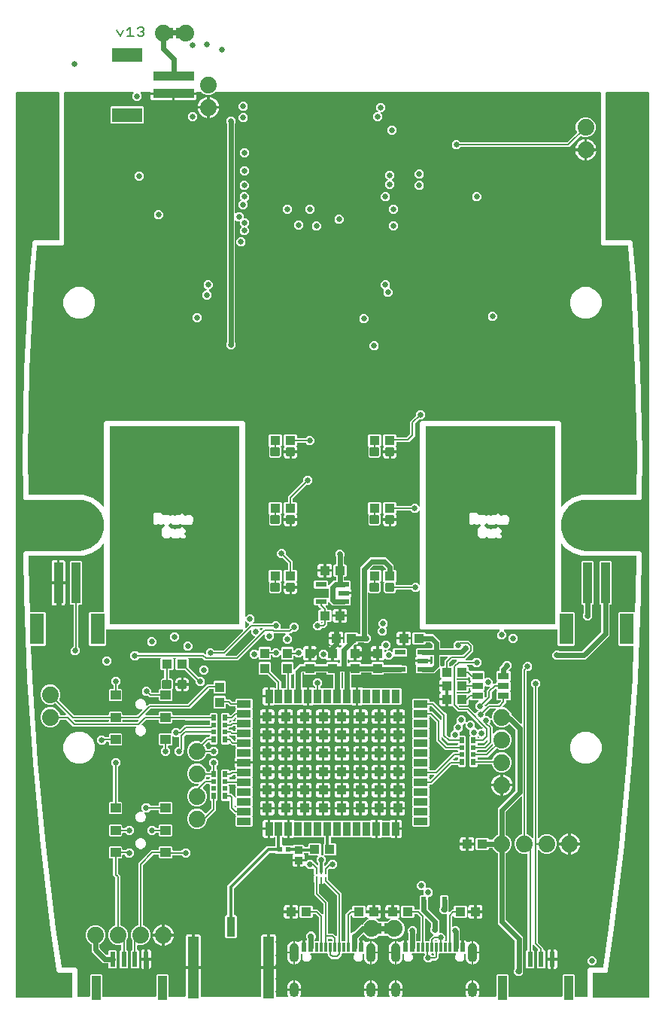
<source format=gtl>
G04 EAGLE Gerber RS-274X export*
G75*
%MOMM*%
%FSLAX34Y34*%
%LPD*%
%INTop Copper*%
%IPPOS*%
%AMOC8*
5,1,8,0,0,1.08239X$1,22.5*%
G01*
%ADD10C,0.203200*%
%ADD11C,0.635000*%
%ADD12C,0.300000*%
%ADD13R,1.100000X1.000000*%
%ADD14R,1.000000X1.100000*%
%ADD15R,1.200000X0.550000*%
%ADD16R,0.900000X0.850000*%
%ADD17R,0.600000X0.600000*%
%ADD18R,0.850000X1.520000*%
%ADD19R,1.520000X0.850000*%
%ADD20R,1.100000X1.100000*%
%ADD21R,0.300000X1.000000*%
%ADD22R,0.600000X1.000000*%
%ADD23C,0.755600*%
%ADD24R,0.250000X0.610000*%
%ADD25R,0.250000X0.560000*%
%ADD26R,1.150000X7.000000*%
%ADD27R,0.900000X2.200000*%
%ADD28R,0.550000X0.800000*%
%ADD29R,0.550000X0.500000*%
%ADD30R,1.000000X4.600000*%
%ADD31R,1.600000X3.400000*%
%ADD32R,4.600000X1.000000*%
%ADD33R,3.400000X1.600000*%
%ADD34C,1.879600*%
%ADD35R,0.600000X1.700000*%
%ADD36R,1.000000X2.700000*%
%ADD37R,0.630000X0.830000*%
%ADD38R,0.635000X1.270000*%
%ADD39R,1.300000X0.700000*%
%ADD40R,1.150000X1.000000*%
%ADD41C,0.558800*%
%ADD42C,0.660400*%
%ADD43C,0.177800*%
%ADD44C,0.350519*%
%ADD45C,0.350000*%
%ADD46C,0.304800*%
%ADD47C,0.736600*%

G36*
X412598Y3196D02*
X412598Y3196D01*
X412604Y3202D01*
X412609Y3199D01*
X413666Y3569D01*
X413670Y3576D01*
X413676Y3573D01*
X414624Y4169D01*
X414627Y4177D01*
X414632Y4176D01*
X415424Y4968D01*
X415425Y4976D01*
X415431Y4976D01*
X416027Y5924D01*
X416026Y5933D01*
X416031Y5934D01*
X416401Y6991D01*
X416400Y6995D01*
X416402Y6997D01*
X416400Y7000D01*
X416404Y7002D01*
X416529Y8115D01*
X416527Y8118D01*
X416529Y8120D01*
X416529Y10121D01*
X419071Y10121D01*
X419071Y7372D01*
X418779Y5906D01*
X418340Y4846D01*
X418340Y4845D01*
X418196Y4497D01*
X418186Y4456D01*
X418173Y4427D01*
X418172Y4425D01*
X418166Y4411D01*
X418157Y4334D01*
X418139Y4258D01*
X418144Y4212D01*
X418139Y4167D01*
X418155Y4090D01*
X418162Y4013D01*
X418181Y3971D01*
X418191Y3926D01*
X418231Y3859D01*
X418262Y3788D01*
X418294Y3754D01*
X418317Y3715D01*
X418376Y3664D01*
X418429Y3607D01*
X418469Y3585D01*
X418504Y3555D01*
X418576Y3526D01*
X418644Y3489D01*
X418689Y3480D01*
X418732Y3463D01*
X418868Y3448D01*
X418886Y3445D01*
X418891Y3446D01*
X418899Y3445D01*
X437810Y3445D01*
X437830Y3448D01*
X437849Y3446D01*
X437951Y3468D01*
X438053Y3484D01*
X438070Y3494D01*
X438090Y3498D01*
X438179Y3551D01*
X438270Y3600D01*
X438284Y3614D01*
X438301Y3624D01*
X438368Y3703D01*
X438440Y3778D01*
X438448Y3796D01*
X438461Y3811D01*
X438500Y3907D01*
X438543Y4001D01*
X438545Y4021D01*
X438553Y4039D01*
X438571Y4206D01*
X438571Y27777D01*
X439613Y28819D01*
X451087Y28819D01*
X452129Y27777D01*
X452129Y4206D01*
X452131Y4193D01*
X452130Y4183D01*
X452131Y4177D01*
X452130Y4167D01*
X452152Y4065D01*
X452168Y3963D01*
X452178Y3946D01*
X452182Y3926D01*
X452235Y3837D01*
X452284Y3746D01*
X452298Y3732D01*
X452308Y3715D01*
X452387Y3648D01*
X452462Y3576D01*
X452480Y3568D01*
X452495Y3555D01*
X452591Y3516D01*
X452685Y3473D01*
X452705Y3471D01*
X452723Y3463D01*
X452890Y3445D01*
X512310Y3445D01*
X512330Y3448D01*
X512349Y3446D01*
X512451Y3468D01*
X512553Y3484D01*
X512570Y3494D01*
X512590Y3498D01*
X512679Y3551D01*
X512770Y3600D01*
X512784Y3614D01*
X512801Y3624D01*
X512868Y3703D01*
X512940Y3778D01*
X512948Y3796D01*
X512961Y3811D01*
X513000Y3907D01*
X513043Y4001D01*
X513045Y4021D01*
X513053Y4039D01*
X513071Y4206D01*
X513071Y27777D01*
X514113Y28819D01*
X525587Y28819D01*
X526629Y27777D01*
X526629Y4206D01*
X526631Y4193D01*
X526630Y4183D01*
X526631Y4177D01*
X526630Y4167D01*
X526652Y4065D01*
X526668Y3963D01*
X526678Y3946D01*
X526682Y3926D01*
X526735Y3837D01*
X526784Y3746D01*
X526798Y3732D01*
X526808Y3715D01*
X526887Y3648D01*
X526962Y3576D01*
X526980Y3568D01*
X526995Y3555D01*
X527091Y3516D01*
X527185Y3473D01*
X527205Y3471D01*
X527223Y3463D01*
X527390Y3445D01*
X540444Y3445D01*
X540464Y3448D01*
X540483Y3446D01*
X540585Y3468D01*
X540687Y3484D01*
X540704Y3494D01*
X540724Y3498D01*
X540813Y3551D01*
X540904Y3600D01*
X540918Y3614D01*
X540935Y3624D01*
X541002Y3703D01*
X541074Y3778D01*
X541082Y3796D01*
X541095Y3811D01*
X541134Y3907D01*
X541177Y4001D01*
X541179Y4021D01*
X541187Y4039D01*
X541205Y4206D01*
X541205Y34558D01*
X542842Y36195D01*
X557917Y36195D01*
X558004Y36209D01*
X558093Y36216D01*
X558125Y36229D01*
X558159Y36234D01*
X558238Y36276D01*
X558320Y36311D01*
X558346Y36333D01*
X558377Y36350D01*
X558438Y36414D01*
X558505Y36473D01*
X558522Y36503D01*
X558546Y36528D01*
X558584Y36609D01*
X558628Y36686D01*
X558639Y36729D01*
X558650Y36751D01*
X558653Y36783D01*
X558670Y36848D01*
X564889Y80326D01*
X564889Y80332D01*
X564891Y80341D01*
X576303Y173603D01*
X576303Y173611D01*
X576306Y173623D01*
X585189Y267160D01*
X585188Y267168D01*
X585191Y267180D01*
X591538Y360923D01*
X591537Y360931D01*
X591539Y360944D01*
X593011Y397229D01*
X593007Y397264D01*
X593011Y397299D01*
X592992Y397386D01*
X592981Y397473D01*
X592966Y397505D01*
X592958Y397540D01*
X592913Y397616D01*
X592875Y397695D01*
X592850Y397721D01*
X592832Y397751D01*
X592765Y397808D01*
X592704Y397872D01*
X592672Y397888D01*
X592645Y397911D01*
X592563Y397944D01*
X592485Y397984D01*
X592450Y397990D01*
X592417Y398003D01*
X592250Y398021D01*
X576443Y398021D01*
X575401Y399063D01*
X575401Y434537D01*
X576443Y435579D01*
X593835Y435579D01*
X593840Y435579D01*
X593844Y435579D01*
X593961Y435599D01*
X594078Y435618D01*
X594082Y435621D01*
X594086Y435621D01*
X594191Y435678D01*
X594295Y435734D01*
X594298Y435737D01*
X594302Y435739D01*
X594383Y435826D01*
X594465Y435912D01*
X594467Y435916D01*
X594470Y435919D01*
X594519Y436028D01*
X594568Y436135D01*
X594569Y436139D01*
X594571Y436143D01*
X594596Y436309D01*
X595347Y454824D01*
X595346Y454830D01*
X595347Y454839D01*
X596225Y498206D01*
X596221Y498233D01*
X596224Y498260D01*
X596203Y498354D01*
X596190Y498449D01*
X596177Y498474D01*
X596171Y498501D01*
X596122Y498583D01*
X596079Y498669D01*
X596059Y498688D01*
X596045Y498712D01*
X595972Y498774D01*
X595904Y498842D01*
X595879Y498854D01*
X595858Y498872D01*
X595769Y498908D01*
X595683Y498950D01*
X595656Y498953D01*
X595630Y498964D01*
X595463Y498982D01*
X534299Y498982D01*
X523930Y502351D01*
X515110Y508760D01*
X512426Y512454D01*
X512420Y512459D01*
X512416Y512466D01*
X512333Y512545D01*
X512251Y512627D01*
X512244Y512630D01*
X512238Y512636D01*
X512133Y512684D01*
X512030Y512735D01*
X512022Y512736D01*
X512015Y512739D01*
X511901Y512752D01*
X511786Y512767D01*
X511778Y512765D01*
X511771Y512766D01*
X511658Y512742D01*
X511545Y512720D01*
X511538Y512716D01*
X511530Y512714D01*
X511432Y512655D01*
X511331Y512598D01*
X511326Y512592D01*
X511319Y512588D01*
X511244Y512500D01*
X511167Y512414D01*
X511164Y512407D01*
X511159Y512401D01*
X511116Y512294D01*
X511071Y512188D01*
X511070Y512180D01*
X511067Y512173D01*
X511049Y512006D01*
X511049Y436340D01*
X511052Y436320D01*
X511050Y436301D01*
X511072Y436199D01*
X511088Y436097D01*
X511098Y436080D01*
X511102Y436060D01*
X511155Y435971D01*
X511204Y435880D01*
X511218Y435866D01*
X511228Y435849D01*
X511307Y435782D01*
X511382Y435710D01*
X511400Y435702D01*
X511415Y435689D01*
X511511Y435650D01*
X511605Y435607D01*
X511625Y435605D01*
X511643Y435597D01*
X511810Y435579D01*
X525917Y435579D01*
X526959Y434537D01*
X526959Y399063D01*
X525917Y398021D01*
X508443Y398021D01*
X507401Y399063D01*
X507401Y415290D01*
X507398Y415310D01*
X507400Y415329D01*
X507378Y415431D01*
X507362Y415533D01*
X507352Y415550D01*
X507348Y415570D01*
X507295Y415659D01*
X507246Y415750D01*
X507232Y415764D01*
X507222Y415781D01*
X507143Y415848D01*
X507068Y415920D01*
X507050Y415928D01*
X507035Y415941D01*
X506939Y415980D01*
X506845Y416023D01*
X506825Y416025D01*
X506807Y416033D01*
X506640Y416051D01*
X447682Y416051D01*
X447611Y416040D01*
X447539Y416038D01*
X447490Y416020D01*
X447439Y416012D01*
X447376Y415978D01*
X447308Y415953D01*
X447268Y415921D01*
X447222Y415896D01*
X447172Y415844D01*
X447116Y415800D01*
X447088Y415756D01*
X447052Y415718D01*
X447022Y415653D01*
X446983Y415593D01*
X446971Y415542D01*
X446949Y415495D01*
X446941Y415424D01*
X446923Y415354D01*
X446927Y415302D01*
X446922Y415251D01*
X446937Y415180D01*
X446942Y415109D01*
X446963Y415061D01*
X446974Y415010D01*
X447011Y414949D01*
X447039Y414883D01*
X447083Y414827D01*
X447100Y414799D01*
X447118Y414784D01*
X447143Y414752D01*
X449581Y412315D01*
X449581Y408105D01*
X446605Y405129D01*
X442395Y405129D01*
X439419Y408105D01*
X439419Y412315D01*
X441857Y414752D01*
X441898Y414810D01*
X441948Y414862D01*
X441970Y414909D01*
X442000Y414951D01*
X442021Y415020D01*
X442051Y415085D01*
X442057Y415137D01*
X442072Y415187D01*
X442071Y415258D01*
X442078Y415329D01*
X442067Y415380D01*
X442066Y415432D01*
X442041Y415500D01*
X442026Y415570D01*
X441999Y415615D01*
X441982Y415663D01*
X441937Y415719D01*
X441900Y415781D01*
X441860Y415815D01*
X441828Y415855D01*
X441768Y415894D01*
X441713Y415941D01*
X441665Y415960D01*
X441621Y415988D01*
X441552Y416006D01*
X441485Y416033D01*
X441414Y416041D01*
X441382Y416049D01*
X441359Y416047D01*
X441318Y416051D01*
X354337Y416051D01*
X352551Y417837D01*
X352551Y459708D01*
X352540Y459778D01*
X352538Y459850D01*
X352520Y459899D01*
X352512Y459950D01*
X352478Y460014D01*
X352453Y460081D01*
X352421Y460122D01*
X352396Y460168D01*
X352344Y460217D01*
X352300Y460273D01*
X352256Y460301D01*
X352218Y460337D01*
X352153Y460367D01*
X352093Y460406D01*
X352042Y460419D01*
X351995Y460441D01*
X351924Y460449D01*
X351854Y460466D01*
X351802Y460462D01*
X351751Y460468D01*
X351680Y460453D01*
X351609Y460447D01*
X351561Y460427D01*
X351510Y460416D01*
X351449Y460379D01*
X351383Y460351D01*
X351327Y460306D01*
X351299Y460290D01*
X351284Y460272D01*
X351252Y460246D01*
X349450Y458444D01*
X345240Y458444D01*
X343025Y460659D01*
X342951Y460712D01*
X342882Y460772D01*
X342851Y460784D01*
X342825Y460803D01*
X342738Y460830D01*
X342653Y460864D01*
X342612Y460868D01*
X342590Y460875D01*
X342558Y460874D01*
X342487Y460882D01*
X326190Y460882D01*
X326170Y460879D01*
X326151Y460881D01*
X326049Y460859D01*
X325947Y460843D01*
X325930Y460833D01*
X325910Y460829D01*
X325821Y460776D01*
X325730Y460727D01*
X325716Y460713D01*
X325699Y460703D01*
X325632Y460624D01*
X325560Y460549D01*
X325552Y460531D01*
X325539Y460516D01*
X325500Y460420D01*
X325457Y460326D01*
X325455Y460306D01*
X325447Y460288D01*
X325429Y460121D01*
X325429Y458692D01*
X323508Y456771D01*
X313792Y456771D01*
X311871Y458692D01*
X311871Y468408D01*
X312001Y468537D01*
X312012Y468554D01*
X312028Y468566D01*
X312084Y468653D01*
X312144Y468737D01*
X312150Y468756D01*
X312161Y468773D01*
X312186Y468873D01*
X312216Y468972D01*
X312216Y468992D01*
X312221Y469011D01*
X312213Y469114D01*
X312210Y469218D01*
X312203Y469237D01*
X312202Y469257D01*
X312161Y469352D01*
X312126Y469449D01*
X312113Y469465D01*
X312105Y469483D01*
X312001Y469614D01*
X311101Y470513D01*
X311101Y481987D01*
X312143Y483029D01*
X313046Y483029D01*
X313066Y483032D01*
X313085Y483030D01*
X313187Y483052D01*
X313289Y483068D01*
X313306Y483078D01*
X313326Y483082D01*
X313415Y483135D01*
X313506Y483184D01*
X313520Y483198D01*
X313537Y483208D01*
X313604Y483287D01*
X313676Y483362D01*
X313684Y483380D01*
X313697Y483395D01*
X313736Y483491D01*
X313779Y483585D01*
X313781Y483605D01*
X313789Y483623D01*
X313807Y483790D01*
X313807Y484591D01*
X313805Y484602D01*
X313806Y484611D01*
X313797Y484653D01*
X313793Y484681D01*
X313785Y484772D01*
X313773Y484801D01*
X313768Y484833D01*
X313725Y484914D01*
X313689Y484998D01*
X313663Y485030D01*
X313652Y485051D01*
X313629Y485073D01*
X313584Y485129D01*
X310749Y487964D01*
X310675Y488017D01*
X310605Y488077D01*
X310575Y488089D01*
X310549Y488108D01*
X310462Y488135D01*
X310377Y488169D01*
X310336Y488173D01*
X310314Y488180D01*
X310282Y488179D01*
X310211Y488187D01*
X300659Y488187D01*
X300569Y488173D01*
X300478Y488165D01*
X300449Y488153D01*
X300417Y488148D01*
X300336Y488105D01*
X300252Y488069D01*
X300220Y488043D01*
X300199Y488032D01*
X300177Y488009D01*
X300121Y487964D01*
X296485Y484328D01*
X296443Y484270D01*
X296394Y484218D01*
X296372Y484171D01*
X296342Y484129D01*
X296320Y484060D01*
X296290Y483995D01*
X296285Y483943D01*
X296269Y483893D01*
X296271Y483822D01*
X296263Y483751D01*
X296274Y483700D01*
X296276Y483648D01*
X296300Y483580D01*
X296315Y483510D01*
X296342Y483465D01*
X296360Y483417D01*
X296405Y483361D01*
X296442Y483299D01*
X296481Y483265D01*
X296514Y483225D01*
X296574Y483186D01*
X296628Y483139D01*
X296677Y483120D01*
X296721Y483092D01*
X296790Y483074D01*
X296857Y483047D01*
X296928Y483039D01*
X296959Y483031D01*
X296982Y483033D01*
X297023Y483029D01*
X307617Y483029D01*
X308659Y481987D01*
X308659Y470513D01*
X307759Y469614D01*
X307748Y469598D01*
X307732Y469585D01*
X307676Y469498D01*
X307616Y469414D01*
X307610Y469395D01*
X307599Y469378D01*
X307574Y469278D01*
X307544Y469179D01*
X307544Y469159D01*
X307539Y469140D01*
X307547Y469037D01*
X307550Y468933D01*
X307557Y468914D01*
X307558Y468895D01*
X307599Y468800D01*
X307634Y468702D01*
X307647Y468687D01*
X307655Y468668D01*
X307759Y468537D01*
X307889Y468408D01*
X307889Y458692D01*
X305968Y456771D01*
X296252Y456771D01*
X295432Y457591D01*
X295374Y457633D01*
X295322Y457682D01*
X295275Y457704D01*
X295233Y457734D01*
X295164Y457756D01*
X295099Y457786D01*
X295047Y457791D01*
X294997Y457807D01*
X294926Y457805D01*
X294855Y457813D01*
X294804Y457802D01*
X294752Y457800D01*
X294684Y457776D01*
X294614Y457761D01*
X294569Y457734D01*
X294521Y457716D01*
X294465Y457671D01*
X294403Y457634D01*
X294369Y457595D01*
X294329Y457562D01*
X294290Y457502D01*
X294243Y457448D01*
X294224Y457399D01*
X294196Y457355D01*
X294178Y457286D01*
X294151Y457219D01*
X294143Y457148D01*
X294135Y457117D01*
X294137Y457094D01*
X294133Y457053D01*
X294133Y411868D01*
X294147Y411778D01*
X294155Y411687D01*
X294167Y411657D01*
X294172Y411625D01*
X294215Y411544D01*
X294251Y411460D01*
X294277Y411428D01*
X294288Y411408D01*
X294311Y411386D01*
X294356Y411330D01*
X297181Y408505D01*
X297181Y404295D01*
X294205Y401319D01*
X289996Y401319D01*
X289711Y401604D01*
X289636Y401658D01*
X289567Y401717D01*
X289537Y401729D01*
X289511Y401748D01*
X289424Y401775D01*
X289339Y401809D01*
X289298Y401813D01*
X289276Y401820D01*
X289243Y401819D01*
X289172Y401827D01*
X283240Y401827D01*
X283220Y401824D01*
X283201Y401826D01*
X283099Y401804D01*
X282997Y401788D01*
X282980Y401778D01*
X282960Y401774D01*
X282871Y401721D01*
X282780Y401672D01*
X282766Y401658D01*
X282749Y401648D01*
X282682Y401569D01*
X282610Y401494D01*
X282602Y401476D01*
X282589Y401461D01*
X282550Y401365D01*
X282507Y401271D01*
X282505Y401251D01*
X282497Y401233D01*
X282479Y401066D01*
X282479Y400663D01*
X281437Y399621D01*
X279338Y399621D01*
X279248Y399607D01*
X279157Y399599D01*
X279127Y399587D01*
X279095Y399582D01*
X279014Y399539D01*
X278930Y399503D01*
X278898Y399477D01*
X278877Y399466D01*
X278855Y399443D01*
X278799Y399398D01*
X278100Y398699D01*
X278047Y398625D01*
X277987Y398555D01*
X277975Y398525D01*
X277956Y398499D01*
X277929Y398412D01*
X277895Y398327D01*
X277891Y398286D01*
X277884Y398264D01*
X277885Y398232D01*
X277877Y398160D01*
X277877Y390262D01*
X277880Y390242D01*
X277878Y390223D01*
X277900Y390121D01*
X277917Y390019D01*
X277926Y390002D01*
X277930Y389982D01*
X277983Y389893D01*
X278032Y389802D01*
X278046Y389788D01*
X278056Y389771D01*
X278135Y389704D01*
X278210Y389633D01*
X278228Y389624D01*
X278243Y389611D01*
X278339Y389572D01*
X278433Y389529D01*
X278453Y389527D01*
X278471Y389519D01*
X278638Y389501D01*
X279401Y389501D01*
X279401Y389499D01*
X278638Y389499D01*
X278618Y389496D01*
X278599Y389498D01*
X278497Y389476D01*
X278395Y389459D01*
X278378Y389450D01*
X278358Y389446D01*
X278269Y389393D01*
X278178Y389344D01*
X278164Y389330D01*
X278147Y389320D01*
X278080Y389241D01*
X278009Y389166D01*
X278000Y389148D01*
X277987Y389133D01*
X277948Y389037D01*
X277905Y388943D01*
X277903Y388923D01*
X277895Y388905D01*
X277877Y388738D01*
X277877Y381459D01*
X274066Y381459D01*
X273419Y381632D01*
X272840Y381967D01*
X272572Y382235D01*
X272514Y382276D01*
X272462Y382326D01*
X272415Y382348D01*
X272373Y382378D01*
X272304Y382399D01*
X272239Y382429D01*
X272187Y382435D01*
X272137Y382451D01*
X272066Y382449D01*
X271995Y382457D01*
X271944Y382445D01*
X271892Y382444D01*
X271824Y382420D01*
X271754Y382404D01*
X271709Y382378D01*
X271661Y382360D01*
X271605Y382315D01*
X271543Y382278D01*
X271509Y382239D01*
X271469Y382206D01*
X271430Y382146D01*
X271383Y382091D01*
X271364Y382043D01*
X271336Y381999D01*
X271318Y381930D01*
X271291Y381863D01*
X271283Y381792D01*
X271275Y381761D01*
X271277Y381737D01*
X271273Y381696D01*
X271273Y379226D01*
X271284Y379155D01*
X271286Y379084D01*
X271304Y379035D01*
X271312Y378983D01*
X271346Y378920D01*
X271371Y378853D01*
X271403Y378812D01*
X271428Y378766D01*
X271480Y378717D01*
X271524Y378661D01*
X271568Y378632D01*
X271606Y378597D01*
X271671Y378566D01*
X271731Y378528D01*
X271782Y378515D01*
X271829Y378493D01*
X271900Y378485D01*
X271970Y378468D01*
X272022Y378472D01*
X272073Y378466D01*
X272144Y378481D01*
X272215Y378487D01*
X272263Y378507D01*
X272314Y378518D01*
X272375Y378555D01*
X272441Y378583D01*
X272497Y378628D01*
X272525Y378644D01*
X272540Y378662D01*
X272572Y378688D01*
X273663Y379779D01*
X285137Y379779D01*
X286179Y378737D01*
X286179Y377834D01*
X286182Y377814D01*
X286180Y377795D01*
X286202Y377693D01*
X286218Y377591D01*
X286228Y377574D01*
X286232Y377554D01*
X286285Y377465D01*
X286334Y377374D01*
X286348Y377360D01*
X286358Y377343D01*
X286437Y377276D01*
X286512Y377204D01*
X286530Y377196D01*
X286545Y377183D01*
X286641Y377144D01*
X286735Y377101D01*
X286755Y377099D01*
X286773Y377091D01*
X286940Y377073D01*
X297260Y377073D01*
X297280Y377076D01*
X297299Y377074D01*
X297401Y377096D01*
X297503Y377112D01*
X297520Y377122D01*
X297540Y377126D01*
X297629Y377179D01*
X297720Y377228D01*
X297734Y377242D01*
X297751Y377252D01*
X297818Y377331D01*
X297890Y377406D01*
X297898Y377424D01*
X297911Y377439D01*
X297950Y377535D01*
X297993Y377629D01*
X297995Y377649D01*
X298003Y377667D01*
X298021Y377834D01*
X298021Y378737D01*
X299063Y379779D01*
X310537Y379779D01*
X311579Y378737D01*
X311579Y376834D01*
X311582Y376814D01*
X311580Y376795D01*
X311602Y376693D01*
X311618Y376591D01*
X311628Y376574D01*
X311632Y376554D01*
X311685Y376465D01*
X311734Y376374D01*
X311748Y376360D01*
X311758Y376343D01*
X311837Y376276D01*
X311912Y376204D01*
X311930Y376196D01*
X311945Y376183D01*
X312041Y376144D01*
X312135Y376101D01*
X312155Y376099D01*
X312173Y376091D01*
X312340Y376073D01*
X331922Y376073D01*
X331986Y376047D01*
X332026Y376043D01*
X332049Y376036D01*
X332081Y376037D01*
X332152Y376029D01*
X336636Y376029D01*
X337678Y374987D01*
X337678Y368013D01*
X336636Y366971D01*
X332152Y366971D01*
X332062Y366956D01*
X331971Y366949D01*
X331941Y366937D01*
X331910Y366932D01*
X331902Y366927D01*
X312340Y366927D01*
X312320Y366924D01*
X312301Y366926D01*
X312199Y366904D01*
X312097Y366888D01*
X312080Y366878D01*
X312060Y366874D01*
X311971Y366821D01*
X311880Y366772D01*
X311866Y366758D01*
X311849Y366748D01*
X311782Y366669D01*
X311710Y366594D01*
X311702Y366576D01*
X311689Y366561D01*
X311650Y366465D01*
X311607Y366371D01*
X311605Y366351D01*
X311597Y366333D01*
X311591Y366275D01*
X310537Y365221D01*
X299063Y365221D01*
X298021Y366263D01*
X298021Y367166D01*
X298018Y367186D01*
X298020Y367205D01*
X297998Y367307D01*
X297982Y367409D01*
X297972Y367426D01*
X297968Y367446D01*
X297915Y367535D01*
X297866Y367626D01*
X297852Y367640D01*
X297842Y367657D01*
X297763Y367724D01*
X297688Y367796D01*
X297670Y367804D01*
X297655Y367817D01*
X297559Y367856D01*
X297465Y367899D01*
X297445Y367901D01*
X297427Y367909D01*
X297260Y367927D01*
X286940Y367927D01*
X286920Y367924D01*
X286901Y367926D01*
X286799Y367904D01*
X286697Y367888D01*
X286680Y367878D01*
X286660Y367874D01*
X286571Y367821D01*
X286480Y367772D01*
X286466Y367758D01*
X286449Y367748D01*
X286382Y367669D01*
X286310Y367594D01*
X286302Y367576D01*
X286289Y367561D01*
X286250Y367465D01*
X286207Y367371D01*
X286205Y367351D01*
X286197Y367333D01*
X286179Y367166D01*
X286179Y366263D01*
X285137Y365221D01*
X275834Y365221D01*
X275814Y365218D01*
X275795Y365220D01*
X275693Y365198D01*
X275591Y365182D01*
X275574Y365172D01*
X275554Y365168D01*
X275465Y365115D01*
X275374Y365066D01*
X275360Y365052D01*
X275343Y365042D01*
X275276Y364963D01*
X275204Y364888D01*
X275196Y364870D01*
X275183Y364855D01*
X275144Y364759D01*
X275101Y364665D01*
X275099Y364645D01*
X275091Y364627D01*
X275073Y364460D01*
X275073Y351795D01*
X275088Y351701D01*
X275097Y351606D01*
X275108Y351580D01*
X275112Y351552D01*
X275157Y351468D01*
X275195Y351381D01*
X275214Y351360D01*
X275228Y351335D01*
X275297Y351270D01*
X275361Y351199D01*
X275385Y351185D01*
X275406Y351166D01*
X275492Y351126D01*
X275576Y351079D01*
X275603Y351074D01*
X275629Y351062D01*
X275724Y351052D01*
X275818Y351034D01*
X275845Y351038D01*
X275873Y351035D01*
X275967Y351055D01*
X276061Y351069D01*
X276093Y351083D01*
X276114Y351087D01*
X276142Y351104D01*
X276215Y351136D01*
X276269Y351168D01*
X276916Y351341D01*
X279977Y351341D01*
X279977Y341962D01*
X279980Y341942D01*
X279978Y341923D01*
X280000Y341821D01*
X280017Y341719D01*
X280026Y341702D01*
X280030Y341682D01*
X280083Y341593D01*
X280132Y341502D01*
X280146Y341488D01*
X280156Y341471D01*
X280235Y341404D01*
X280310Y341333D01*
X280328Y341324D01*
X280343Y341311D01*
X280439Y341272D01*
X280533Y341229D01*
X280553Y341227D01*
X280571Y341219D01*
X280738Y341201D01*
X282262Y341201D01*
X282282Y341204D01*
X282301Y341202D01*
X282403Y341224D01*
X282505Y341241D01*
X282522Y341250D01*
X282542Y341254D01*
X282631Y341307D01*
X282722Y341356D01*
X282736Y341370D01*
X282753Y341380D01*
X282820Y341459D01*
X282891Y341534D01*
X282900Y341552D01*
X282913Y341567D01*
X282952Y341663D01*
X282995Y341757D01*
X282997Y341777D01*
X283005Y341795D01*
X283023Y341962D01*
X283023Y351341D01*
X286084Y351341D01*
X286731Y351168D01*
X287310Y350833D01*
X287341Y350802D01*
X287415Y350749D01*
X287485Y350689D01*
X287515Y350677D01*
X287541Y350658D01*
X287628Y350631D01*
X287713Y350597D01*
X287754Y350593D01*
X287776Y350586D01*
X287808Y350587D01*
X287880Y350579D01*
X297489Y350579D01*
X297490Y350577D01*
X297578Y350520D01*
X297661Y350460D01*
X297680Y350454D01*
X297697Y350444D01*
X297798Y350418D01*
X297897Y350388D01*
X297917Y350388D01*
X297936Y350384D01*
X298039Y350392D01*
X298142Y350394D01*
X298161Y350401D01*
X298181Y350403D01*
X298276Y350443D01*
X298373Y350479D01*
X298389Y350491D01*
X298407Y350499D01*
X298507Y350579D01*
X308489Y350579D01*
X308490Y350577D01*
X308578Y350520D01*
X308661Y350460D01*
X308680Y350454D01*
X308697Y350444D01*
X308798Y350418D01*
X308897Y350388D01*
X308917Y350388D01*
X308936Y350384D01*
X309039Y350392D01*
X309142Y350394D01*
X309161Y350401D01*
X309181Y350403D01*
X309276Y350443D01*
X309373Y350479D01*
X309389Y350491D01*
X309407Y350499D01*
X309507Y350579D01*
X319489Y350579D01*
X319490Y350577D01*
X319578Y350520D01*
X319661Y350460D01*
X319680Y350454D01*
X319697Y350444D01*
X319798Y350418D01*
X319897Y350388D01*
X319917Y350388D01*
X319936Y350384D01*
X320039Y350392D01*
X320142Y350394D01*
X320161Y350401D01*
X320181Y350403D01*
X320276Y350443D01*
X320373Y350479D01*
X320389Y350491D01*
X320407Y350499D01*
X320507Y350579D01*
X330487Y350579D01*
X331529Y349537D01*
X331529Y332863D01*
X330487Y331821D01*
X320511Y331821D01*
X320510Y331823D01*
X320423Y331879D01*
X320339Y331940D01*
X320320Y331946D01*
X320303Y331956D01*
X320203Y331982D01*
X320104Y332012D01*
X320084Y332012D01*
X320064Y332016D01*
X319961Y332008D01*
X319858Y332006D01*
X319839Y331999D01*
X319819Y331997D01*
X319724Y331957D01*
X319627Y331921D01*
X319611Y331909D01*
X319593Y331901D01*
X319493Y331821D01*
X309511Y331821D01*
X309510Y331823D01*
X309423Y331879D01*
X309339Y331940D01*
X309320Y331946D01*
X309303Y331956D01*
X309203Y331982D01*
X309104Y332012D01*
X309084Y332012D01*
X309064Y332016D01*
X308961Y332008D01*
X308858Y332006D01*
X308839Y331999D01*
X308819Y331997D01*
X308724Y331957D01*
X308627Y331921D01*
X308611Y331909D01*
X308593Y331901D01*
X308493Y331821D01*
X298511Y331821D01*
X298510Y331823D01*
X298423Y331879D01*
X298339Y331940D01*
X298320Y331946D01*
X298303Y331956D01*
X298203Y331982D01*
X298104Y332012D01*
X298084Y332012D01*
X298064Y332016D01*
X297961Y332008D01*
X297858Y332006D01*
X297839Y331999D01*
X297819Y331997D01*
X297724Y331957D01*
X297627Y331921D01*
X297611Y331909D01*
X297593Y331901D01*
X297493Y331821D01*
X287880Y331821D01*
X287790Y331807D01*
X287699Y331799D01*
X287669Y331787D01*
X287637Y331782D01*
X287556Y331739D01*
X287472Y331703D01*
X287440Y331677D01*
X287420Y331666D01*
X287397Y331643D01*
X287341Y331598D01*
X287310Y331567D01*
X286731Y331232D01*
X286084Y331059D01*
X283023Y331059D01*
X283023Y340438D01*
X283020Y340458D01*
X283022Y340477D01*
X283000Y340579D01*
X282983Y340681D01*
X282974Y340698D01*
X282970Y340718D01*
X282917Y340807D01*
X282868Y340898D01*
X282854Y340912D01*
X282844Y340929D01*
X282765Y340996D01*
X282690Y341067D01*
X282672Y341076D01*
X282657Y341089D01*
X282561Y341128D01*
X282467Y341171D01*
X282447Y341173D01*
X282429Y341181D01*
X282262Y341199D01*
X280738Y341199D01*
X280718Y341196D01*
X280699Y341198D01*
X280597Y341176D01*
X280495Y341159D01*
X280478Y341150D01*
X280458Y341146D01*
X280369Y341093D01*
X280278Y341044D01*
X280264Y341030D01*
X280247Y341020D01*
X280180Y340941D01*
X280109Y340866D01*
X280100Y340848D01*
X280087Y340833D01*
X280048Y340737D01*
X280005Y340643D01*
X280003Y340623D01*
X279995Y340605D01*
X279977Y340438D01*
X279977Y331059D01*
X276916Y331059D01*
X276269Y331232D01*
X275690Y331567D01*
X275659Y331598D01*
X275585Y331651D01*
X275515Y331711D01*
X275485Y331723D01*
X275459Y331742D01*
X275372Y331769D01*
X275287Y331803D01*
X275246Y331807D01*
X275224Y331814D01*
X275192Y331813D01*
X275120Y331821D01*
X265511Y331821D01*
X265510Y331823D01*
X265423Y331879D01*
X265339Y331940D01*
X265320Y331946D01*
X265303Y331956D01*
X265203Y331982D01*
X265104Y332012D01*
X265084Y332012D01*
X265064Y332016D01*
X264961Y332008D01*
X264858Y332006D01*
X264839Y331999D01*
X264819Y331997D01*
X264724Y331957D01*
X264627Y331921D01*
X264611Y331909D01*
X264593Y331901D01*
X264493Y331821D01*
X254511Y331821D01*
X254510Y331823D01*
X254423Y331879D01*
X254339Y331940D01*
X254320Y331946D01*
X254303Y331956D01*
X254203Y331982D01*
X254104Y332012D01*
X254084Y332012D01*
X254064Y332016D01*
X253961Y332008D01*
X253858Y332006D01*
X253839Y331999D01*
X253819Y331997D01*
X253724Y331957D01*
X253627Y331921D01*
X253611Y331909D01*
X253593Y331901D01*
X253493Y331821D01*
X243511Y331821D01*
X243510Y331823D01*
X243423Y331879D01*
X243339Y331940D01*
X243320Y331946D01*
X243303Y331956D01*
X243203Y331982D01*
X243104Y332012D01*
X243084Y332012D01*
X243064Y332016D01*
X242961Y332008D01*
X242858Y332006D01*
X242839Y331999D01*
X242819Y331997D01*
X242724Y331957D01*
X242627Y331921D01*
X242611Y331909D01*
X242593Y331901D01*
X242493Y331821D01*
X232880Y331821D01*
X232790Y331807D01*
X232699Y331799D01*
X232669Y331787D01*
X232637Y331782D01*
X232556Y331739D01*
X232472Y331703D01*
X232440Y331677D01*
X232420Y331666D01*
X232397Y331643D01*
X232341Y331598D01*
X232310Y331567D01*
X231731Y331232D01*
X231084Y331059D01*
X228023Y331059D01*
X228023Y340438D01*
X228020Y340458D01*
X228022Y340477D01*
X228000Y340579D01*
X227983Y340681D01*
X227974Y340698D01*
X227970Y340718D01*
X227917Y340807D01*
X227868Y340898D01*
X227854Y340912D01*
X227844Y340929D01*
X227765Y340996D01*
X227690Y341067D01*
X227672Y341076D01*
X227657Y341089D01*
X227561Y341128D01*
X227467Y341171D01*
X227447Y341173D01*
X227429Y341181D01*
X227262Y341199D01*
X225738Y341199D01*
X225718Y341196D01*
X225699Y341198D01*
X225597Y341176D01*
X225495Y341159D01*
X225478Y341150D01*
X225458Y341146D01*
X225369Y341093D01*
X225278Y341044D01*
X225264Y341030D01*
X225247Y341020D01*
X225180Y340941D01*
X225109Y340866D01*
X225100Y340848D01*
X225087Y340833D01*
X225048Y340737D01*
X225005Y340643D01*
X225003Y340623D01*
X224995Y340605D01*
X224977Y340438D01*
X224977Y331059D01*
X221916Y331059D01*
X221269Y331232D01*
X220690Y331567D01*
X220659Y331598D01*
X220585Y331651D01*
X220515Y331711D01*
X220485Y331723D01*
X220459Y331742D01*
X220372Y331769D01*
X220287Y331803D01*
X220246Y331807D01*
X220224Y331814D01*
X220192Y331813D01*
X220120Y331821D01*
X210511Y331821D01*
X210510Y331823D01*
X210423Y331879D01*
X210339Y331940D01*
X210320Y331946D01*
X210303Y331956D01*
X210203Y331982D01*
X210104Y332012D01*
X210084Y332012D01*
X210064Y332016D01*
X209961Y332008D01*
X209858Y332006D01*
X209839Y331999D01*
X209819Y331997D01*
X209724Y331957D01*
X209627Y331921D01*
X209611Y331909D01*
X209593Y331901D01*
X209493Y331821D01*
X199511Y331821D01*
X199510Y331823D01*
X199423Y331879D01*
X199339Y331940D01*
X199320Y331946D01*
X199303Y331956D01*
X199203Y331982D01*
X199104Y332012D01*
X199084Y332012D01*
X199064Y332016D01*
X198961Y332008D01*
X198858Y332006D01*
X198839Y331999D01*
X198819Y331997D01*
X198724Y331957D01*
X198627Y331921D01*
X198611Y331909D01*
X198593Y331901D01*
X198493Y331821D01*
X188880Y331821D01*
X188790Y331807D01*
X188699Y331799D01*
X188669Y331787D01*
X188637Y331782D01*
X188556Y331739D01*
X188472Y331703D01*
X188440Y331677D01*
X188420Y331666D01*
X188397Y331643D01*
X188341Y331598D01*
X188310Y331567D01*
X187731Y331232D01*
X187084Y331059D01*
X184023Y331059D01*
X184023Y340438D01*
X184020Y340458D01*
X184022Y340477D01*
X184000Y340579D01*
X183983Y340681D01*
X183974Y340698D01*
X183970Y340718D01*
X183917Y340807D01*
X183868Y340898D01*
X183854Y340912D01*
X183844Y340929D01*
X183765Y340996D01*
X183690Y341067D01*
X183672Y341076D01*
X183657Y341089D01*
X183561Y341128D01*
X183467Y341171D01*
X183447Y341173D01*
X183429Y341181D01*
X183262Y341199D01*
X182499Y341199D01*
X182499Y341201D01*
X183262Y341201D01*
X183282Y341204D01*
X183301Y341202D01*
X183403Y341224D01*
X183505Y341241D01*
X183522Y341250D01*
X183542Y341254D01*
X183631Y341307D01*
X183722Y341356D01*
X183736Y341370D01*
X183753Y341380D01*
X183820Y341459D01*
X183891Y341534D01*
X183900Y341552D01*
X183913Y341567D01*
X183952Y341663D01*
X183995Y341757D01*
X183997Y341777D01*
X184005Y341795D01*
X184023Y341962D01*
X184023Y351341D01*
X187084Y351341D01*
X187731Y351168D01*
X188310Y350833D01*
X188341Y350802D01*
X188415Y350749D01*
X188485Y350689D01*
X188515Y350677D01*
X188541Y350658D01*
X188628Y350631D01*
X188713Y350597D01*
X188754Y350593D01*
X188776Y350586D01*
X188808Y350587D01*
X188880Y350579D01*
X190071Y350579D01*
X190091Y350582D01*
X190110Y350580D01*
X190212Y350602D01*
X190314Y350618D01*
X190331Y350628D01*
X190351Y350632D01*
X190440Y350685D01*
X190531Y350734D01*
X190545Y350748D01*
X190562Y350758D01*
X190629Y350837D01*
X190701Y350912D01*
X190709Y350930D01*
X190722Y350945D01*
X190761Y351041D01*
X190804Y351135D01*
X190806Y351155D01*
X190814Y351173D01*
X190832Y351340D01*
X190832Y355380D01*
X190818Y355470D01*
X190810Y355561D01*
X190798Y355590D01*
X190793Y355622D01*
X190750Y355703D01*
X190714Y355787D01*
X190688Y355819D01*
X190677Y355840D01*
X190654Y355862D01*
X190609Y355918D01*
X181529Y364998D01*
X181455Y365051D01*
X181386Y365111D01*
X181355Y365123D01*
X181329Y365142D01*
X181242Y365169D01*
X181157Y365203D01*
X181116Y365207D01*
X181094Y365214D01*
X181062Y365213D01*
X180991Y365221D01*
X172063Y365221D01*
X171021Y366263D01*
X171021Y378737D01*
X172063Y379779D01*
X183537Y379779D01*
X184579Y378737D01*
X184579Y369809D01*
X184593Y369719D01*
X184601Y369628D01*
X184613Y369599D01*
X184618Y369567D01*
X184661Y369486D01*
X184697Y369402D01*
X184723Y369370D01*
X184734Y369349D01*
X184757Y369327D01*
X184802Y369271D01*
X196168Y357905D01*
X196168Y351340D01*
X196170Y351325D01*
X196169Y351313D01*
X196170Y351309D01*
X196169Y351301D01*
X196191Y351199D01*
X196207Y351097D01*
X196217Y351080D01*
X196221Y351060D01*
X196274Y350971D01*
X196323Y350880D01*
X196337Y350866D01*
X196347Y350849D01*
X196426Y350782D01*
X196501Y350710D01*
X196519Y350702D01*
X196534Y350689D01*
X196630Y350650D01*
X196724Y350607D01*
X196744Y350605D01*
X196762Y350597D01*
X196929Y350579D01*
X198489Y350579D01*
X198490Y350577D01*
X198578Y350520D01*
X198661Y350460D01*
X198680Y350454D01*
X198697Y350444D01*
X198798Y350418D01*
X198897Y350388D01*
X198917Y350388D01*
X198936Y350384D01*
X199039Y350392D01*
X199142Y350394D01*
X199161Y350401D01*
X199181Y350403D01*
X199276Y350443D01*
X199373Y350479D01*
X199389Y350491D01*
X199407Y350499D01*
X199507Y350579D01*
X201071Y350579D01*
X201091Y350582D01*
X201110Y350580D01*
X201212Y350602D01*
X201314Y350618D01*
X201331Y350628D01*
X201351Y350632D01*
X201440Y350685D01*
X201531Y350734D01*
X201545Y350748D01*
X201562Y350758D01*
X201629Y350837D01*
X201701Y350912D01*
X201709Y350930D01*
X201722Y350945D01*
X201761Y351041D01*
X201804Y351135D01*
X201806Y351155D01*
X201814Y351173D01*
X201832Y351340D01*
X201832Y364460D01*
X201829Y364480D01*
X201831Y364499D01*
X201809Y364601D01*
X201793Y364703D01*
X201783Y364720D01*
X201779Y364740D01*
X201726Y364829D01*
X201677Y364920D01*
X201663Y364934D01*
X201653Y364951D01*
X201574Y365018D01*
X201499Y365090D01*
X201481Y365098D01*
X201466Y365111D01*
X201370Y365150D01*
X201276Y365193D01*
X201256Y365195D01*
X201238Y365203D01*
X201071Y365221D01*
X197463Y365221D01*
X196421Y366263D01*
X196421Y378737D01*
X197463Y379779D01*
X208937Y379779D01*
X209979Y378737D01*
X209979Y371953D01*
X209990Y371883D01*
X209992Y371811D01*
X210010Y371762D01*
X210018Y371711D01*
X210052Y371647D01*
X210077Y371580D01*
X210109Y371539D01*
X210134Y371493D01*
X210186Y371444D01*
X210230Y371388D01*
X210274Y371360D01*
X210312Y371324D01*
X210377Y371294D01*
X210437Y371255D01*
X210488Y371242D01*
X210535Y371220D01*
X210606Y371212D01*
X210676Y371195D01*
X210728Y371199D01*
X210779Y371193D01*
X210850Y371208D01*
X210921Y371214D01*
X210969Y371234D01*
X211020Y371245D01*
X211081Y371282D01*
X211147Y371310D01*
X211203Y371355D01*
X211231Y371372D01*
X211246Y371389D01*
X211278Y371415D01*
X213829Y373966D01*
X216936Y377073D01*
X221060Y377073D01*
X221080Y377076D01*
X221099Y377074D01*
X221201Y377096D01*
X221303Y377112D01*
X221320Y377122D01*
X221340Y377126D01*
X221429Y377179D01*
X221520Y377228D01*
X221534Y377242D01*
X221551Y377252D01*
X221618Y377331D01*
X221690Y377406D01*
X221698Y377424D01*
X221711Y377439D01*
X221750Y377535D01*
X221793Y377629D01*
X221795Y377649D01*
X221803Y377667D01*
X221821Y377834D01*
X221821Y378737D01*
X222863Y379779D01*
X234337Y379779D01*
X235379Y378737D01*
X235379Y377834D01*
X235382Y377814D01*
X235380Y377795D01*
X235402Y377693D01*
X235418Y377591D01*
X235428Y377574D01*
X235432Y377554D01*
X235485Y377465D01*
X235534Y377374D01*
X235548Y377360D01*
X235558Y377343D01*
X235637Y377276D01*
X235712Y377204D01*
X235730Y377196D01*
X235745Y377183D01*
X235841Y377144D01*
X235935Y377101D01*
X235955Y377099D01*
X235973Y377091D01*
X236140Y377073D01*
X246460Y377073D01*
X246480Y377076D01*
X246499Y377074D01*
X246601Y377096D01*
X246703Y377112D01*
X246720Y377122D01*
X246740Y377126D01*
X246829Y377179D01*
X246920Y377228D01*
X246934Y377242D01*
X246951Y377252D01*
X247018Y377331D01*
X247090Y377406D01*
X247098Y377424D01*
X247111Y377439D01*
X247150Y377535D01*
X247193Y377629D01*
X247195Y377649D01*
X247203Y377667D01*
X247221Y377834D01*
X247221Y378737D01*
X248263Y379779D01*
X259737Y379779D01*
X260828Y378688D01*
X260886Y378646D01*
X260938Y378597D01*
X260985Y378575D01*
X261027Y378544D01*
X261096Y378523D01*
X261161Y378493D01*
X261213Y378487D01*
X261263Y378472D01*
X261334Y378474D01*
X261405Y378466D01*
X261456Y378477D01*
X261508Y378478D01*
X261576Y378503D01*
X261646Y378518D01*
X261691Y378545D01*
X261739Y378563D01*
X261795Y378608D01*
X261857Y378644D01*
X261891Y378684D01*
X261931Y378716D01*
X261970Y378777D01*
X262017Y378831D01*
X262036Y378880D01*
X262064Y378923D01*
X262082Y378993D01*
X262109Y379059D01*
X262117Y379131D01*
X262125Y379162D01*
X262123Y379185D01*
X262127Y379226D01*
X262127Y381696D01*
X262116Y381767D01*
X262114Y381839D01*
X262096Y381888D01*
X262088Y381939D01*
X262054Y382002D01*
X262029Y382070D01*
X261997Y382110D01*
X261972Y382156D01*
X261921Y382206D01*
X261876Y382262D01*
X261832Y382290D01*
X261794Y382326D01*
X261729Y382356D01*
X261669Y382395D01*
X261618Y382408D01*
X261571Y382429D01*
X261500Y382437D01*
X261430Y382455D01*
X261378Y382451D01*
X261327Y382457D01*
X261256Y382441D01*
X261185Y382436D01*
X261137Y382415D01*
X261086Y382404D01*
X261025Y382367D01*
X260959Y382339D01*
X260903Y382295D01*
X260875Y382278D01*
X260860Y382260D01*
X260828Y382235D01*
X260560Y381967D01*
X259981Y381632D01*
X259334Y381459D01*
X255523Y381459D01*
X255523Y388738D01*
X255520Y388758D01*
X255522Y388777D01*
X255500Y388879D01*
X255483Y388981D01*
X255474Y388998D01*
X255470Y389018D01*
X255417Y389107D01*
X255368Y389198D01*
X255354Y389212D01*
X255344Y389229D01*
X255265Y389296D01*
X255190Y389367D01*
X255172Y389376D01*
X255157Y389389D01*
X255061Y389428D01*
X254967Y389471D01*
X254947Y389473D01*
X254929Y389481D01*
X254762Y389499D01*
X253238Y389499D01*
X253218Y389496D01*
X253199Y389498D01*
X253097Y389476D01*
X252995Y389459D01*
X252978Y389450D01*
X252958Y389446D01*
X252869Y389393D01*
X252778Y389344D01*
X252764Y389330D01*
X252747Y389320D01*
X252680Y389241D01*
X252609Y389166D01*
X252600Y389148D01*
X252587Y389133D01*
X252548Y389037D01*
X252505Y388943D01*
X252503Y388923D01*
X252495Y388905D01*
X252477Y388738D01*
X252477Y381459D01*
X248666Y381459D01*
X248019Y381632D01*
X247440Y381967D01*
X246967Y382440D01*
X246615Y383049D01*
X246599Y383086D01*
X246566Y383176D01*
X246548Y383198D01*
X246537Y383223D01*
X246472Y383293D01*
X246412Y383368D01*
X246388Y383383D01*
X246369Y383403D01*
X246285Y383449D01*
X246205Y383500D01*
X246178Y383507D01*
X246153Y383521D01*
X246059Y383537D01*
X245966Y383560D01*
X245939Y383558D01*
X245911Y383563D01*
X245816Y383549D01*
X245721Y383541D01*
X245717Y383539D01*
X241354Y383539D01*
X238378Y386515D01*
X238378Y390725D01*
X241354Y393701D01*
X245698Y393701D01*
X245718Y393704D01*
X245737Y393702D01*
X245839Y393724D01*
X245941Y393740D01*
X245958Y393750D01*
X245978Y393754D01*
X246067Y393807D01*
X246158Y393856D01*
X246172Y393870D01*
X246189Y393880D01*
X246256Y393959D01*
X246328Y394034D01*
X246336Y394052D01*
X246349Y394067D01*
X246388Y394163D01*
X246431Y394257D01*
X246433Y394277D01*
X246441Y394295D01*
X246459Y394462D01*
X246459Y395334D01*
X246632Y395981D01*
X246967Y396560D01*
X247440Y397033D01*
X248019Y397368D01*
X248666Y397541D01*
X251504Y397541D01*
X251528Y397545D01*
X251552Y397542D01*
X251649Y397564D01*
X251747Y397580D01*
X251768Y397592D01*
X251792Y397597D01*
X251877Y397649D01*
X251964Y397696D01*
X251981Y397713D01*
X252002Y397726D01*
X252065Y397802D01*
X252134Y397874D01*
X252144Y397896D01*
X252159Y397914D01*
X252195Y398007D01*
X252237Y398097D01*
X252240Y398121D01*
X252249Y398144D01*
X252253Y398243D01*
X252264Y398341D01*
X252259Y398365D01*
X252260Y398389D01*
X252233Y398485D01*
X252212Y398582D01*
X252200Y398603D01*
X252193Y398626D01*
X252137Y398708D01*
X252086Y398793D01*
X252068Y398809D01*
X252054Y398829D01*
X251975Y398888D01*
X251899Y398953D01*
X251877Y398962D01*
X251857Y398976D01*
X251731Y399026D01*
X251140Y399367D01*
X250667Y399840D01*
X250332Y400419D01*
X250159Y401066D01*
X250159Y404877D01*
X256677Y404877D01*
X256677Y398302D01*
X256680Y398282D01*
X256678Y398262D01*
X256700Y398161D01*
X256717Y398059D01*
X256726Y398042D01*
X256730Y398022D01*
X256783Y397933D01*
X256832Y397842D01*
X256846Y397828D01*
X256856Y397811D01*
X256935Y397744D01*
X257010Y397672D01*
X257028Y397664D01*
X257043Y397651D01*
X257139Y397612D01*
X257233Y397569D01*
X257253Y397567D01*
X257271Y397559D01*
X257438Y397541D01*
X258962Y397541D01*
X258982Y397544D01*
X259001Y397542D01*
X259103Y397564D01*
X259205Y397580D01*
X259222Y397590D01*
X259242Y397594D01*
X259331Y397647D01*
X259422Y397696D01*
X259436Y397710D01*
X259453Y397720D01*
X259505Y397781D01*
X259507Y397774D01*
X259563Y397692D01*
X259614Y397607D01*
X259632Y397591D01*
X259646Y397571D01*
X259725Y397512D01*
X259801Y397447D01*
X259823Y397438D01*
X259843Y397424D01*
X259969Y397374D01*
X260560Y397033D01*
X261033Y396560D01*
X261291Y396113D01*
X261367Y396021D01*
X261441Y395928D01*
X261444Y395926D01*
X261447Y395923D01*
X261547Y395860D01*
X261648Y395795D01*
X261652Y395794D01*
X261655Y395792D01*
X261770Y395764D01*
X261886Y395735D01*
X261890Y395736D01*
X261894Y395735D01*
X262013Y395745D01*
X262131Y395754D01*
X262135Y395756D01*
X262139Y395756D01*
X262248Y395804D01*
X262358Y395851D01*
X262362Y395854D01*
X262365Y395855D01*
X262375Y395864D01*
X262489Y395955D01*
X264093Y397560D01*
X264135Y397618D01*
X264184Y397670D01*
X264206Y397717D01*
X264236Y397759D01*
X264258Y397828D01*
X264288Y397893D01*
X264293Y397945D01*
X264309Y397995D01*
X264307Y398066D01*
X264315Y398137D01*
X264304Y398188D01*
X264302Y398240D01*
X264278Y398308D01*
X264263Y398378D01*
X264236Y398423D01*
X264218Y398471D01*
X264173Y398527D01*
X264136Y398589D01*
X264097Y398623D01*
X264064Y398663D01*
X264004Y398702D01*
X263950Y398749D01*
X263901Y398768D01*
X263857Y398796D01*
X263788Y398814D01*
X263721Y398841D01*
X263650Y398849D01*
X263619Y398857D01*
X263596Y398855D01*
X263555Y398859D01*
X260196Y398859D01*
X260172Y398855D01*
X260148Y398858D01*
X260051Y398836D01*
X259953Y398820D01*
X259932Y398808D01*
X259908Y398803D01*
X259823Y398751D01*
X259736Y398704D01*
X259723Y398691D01*
X259723Y404877D01*
X266241Y404877D01*
X266241Y401611D01*
X266252Y401540D01*
X266254Y401469D01*
X266272Y401420D01*
X266280Y401368D01*
X266314Y401305D01*
X266339Y401238D01*
X266371Y401197D01*
X266396Y401151D01*
X266447Y401102D01*
X266492Y401046D01*
X266536Y401018D01*
X266574Y400982D01*
X266639Y400951D01*
X266699Y400913D01*
X266750Y400900D01*
X266797Y400878D01*
X266868Y400870D01*
X266938Y400853D01*
X266990Y400857D01*
X267041Y400851D01*
X267112Y400866D01*
X267183Y400872D01*
X267231Y400892D01*
X267282Y400903D01*
X267343Y400940D01*
X267409Y400968D01*
X267465Y401013D01*
X267493Y401029D01*
X267508Y401047D01*
X267540Y401073D01*
X267698Y401231D01*
X267751Y401305D01*
X267811Y401374D01*
X267823Y401405D01*
X267842Y401431D01*
X267869Y401518D01*
X267903Y401603D01*
X267907Y401643D01*
X267914Y401666D01*
X267913Y401698D01*
X267921Y401769D01*
X267921Y412137D01*
X268963Y413179D01*
X281437Y413179D01*
X282479Y412137D01*
X282479Y411734D01*
X282482Y411714D01*
X282480Y411695D01*
X282502Y411593D01*
X282518Y411491D01*
X282528Y411474D01*
X282532Y411454D01*
X282585Y411365D01*
X282634Y411274D01*
X282648Y411260D01*
X282658Y411243D01*
X282737Y411176D01*
X282812Y411104D01*
X282830Y411096D01*
X282845Y411083D01*
X282941Y411044D01*
X283035Y411001D01*
X283055Y410999D01*
X283073Y410991D01*
X283240Y410973D01*
X284226Y410973D01*
X284246Y410976D01*
X284265Y410974D01*
X284367Y410996D01*
X284469Y411012D01*
X284486Y411022D01*
X284506Y411026D01*
X284595Y411079D01*
X284686Y411128D01*
X284700Y411142D01*
X284717Y411152D01*
X284784Y411231D01*
X284856Y411306D01*
X284864Y411324D01*
X284877Y411339D01*
X284916Y411435D01*
X284959Y411529D01*
X284961Y411549D01*
X284969Y411567D01*
X284987Y411734D01*
X284987Y485764D01*
X296556Y497333D01*
X314314Y497333D01*
X322953Y488694D01*
X322953Y483790D01*
X322955Y483778D01*
X322954Y483771D01*
X322955Y483764D01*
X322954Y483751D01*
X322976Y483649D01*
X322992Y483547D01*
X323002Y483530D01*
X323006Y483510D01*
X323059Y483421D01*
X323108Y483330D01*
X323122Y483316D01*
X323132Y483299D01*
X323211Y483232D01*
X323286Y483160D01*
X323304Y483152D01*
X323319Y483139D01*
X323415Y483100D01*
X323509Y483057D01*
X323529Y483055D01*
X323547Y483047D01*
X323714Y483029D01*
X324617Y483029D01*
X325659Y481987D01*
X325659Y470513D01*
X325029Y469884D01*
X325018Y469868D01*
X325002Y469855D01*
X324974Y469811D01*
X324939Y469774D01*
X324917Y469728D01*
X324886Y469684D01*
X324880Y469665D01*
X324869Y469648D01*
X324856Y469596D01*
X324835Y469551D01*
X324830Y469502D01*
X324814Y469449D01*
X324814Y469429D01*
X324809Y469410D01*
X324813Y469355D01*
X324808Y469307D01*
X324818Y469259D01*
X324820Y469203D01*
X324827Y469184D01*
X324828Y469165D01*
X324850Y469113D01*
X324860Y469066D01*
X324885Y469025D01*
X324904Y468972D01*
X324917Y468957D01*
X324925Y468938D01*
X324973Y468878D01*
X324987Y468855D01*
X325001Y468843D01*
X325029Y468807D01*
X325429Y468408D01*
X325429Y466979D01*
X325432Y466959D01*
X325430Y466940D01*
X325452Y466838D01*
X325468Y466736D01*
X325478Y466719D01*
X325482Y466699D01*
X325535Y466610D01*
X325584Y466519D01*
X325598Y466505D01*
X325608Y466488D01*
X325687Y466421D01*
X325762Y466349D01*
X325780Y466341D01*
X325795Y466328D01*
X325891Y466289D01*
X325985Y466246D01*
X326005Y466244D01*
X326023Y466236D01*
X326190Y466218D01*
X342538Y466218D01*
X342628Y466232D01*
X342719Y466240D01*
X342748Y466252D01*
X342780Y466257D01*
X342861Y466300D01*
X342945Y466336D01*
X342977Y466362D01*
X342998Y466373D01*
X343020Y466396D01*
X343076Y466441D01*
X345240Y468605D01*
X349450Y468605D01*
X351252Y466803D01*
X351310Y466761D01*
X351362Y466712D01*
X351409Y466690D01*
X351451Y466659D01*
X351520Y466638D01*
X351585Y466608D01*
X351637Y466602D01*
X351687Y466587D01*
X351758Y466589D01*
X351829Y466581D01*
X351880Y466592D01*
X351932Y466593D01*
X352000Y466618D01*
X352070Y466633D01*
X352115Y466660D01*
X352163Y466678D01*
X352219Y466723D01*
X352281Y466759D01*
X352315Y466799D01*
X352355Y466832D01*
X352394Y466892D01*
X352441Y466946D01*
X352460Y466995D01*
X352488Y467039D01*
X352506Y467108D01*
X352533Y467175D01*
X352541Y467246D01*
X352549Y467277D01*
X352547Y467300D01*
X352551Y467341D01*
X352551Y549522D01*
X352540Y549593D01*
X352538Y549665D01*
X352520Y549714D01*
X352512Y549765D01*
X352478Y549828D01*
X352453Y549896D01*
X352421Y549936D01*
X352396Y549982D01*
X352344Y550032D01*
X352300Y550088D01*
X352256Y550116D01*
X352218Y550152D01*
X352153Y550182D01*
X352093Y550221D01*
X352042Y550233D01*
X351995Y550255D01*
X351924Y550263D01*
X351854Y550281D01*
X351802Y550277D01*
X351751Y550282D01*
X351680Y550267D01*
X351609Y550262D01*
X351561Y550241D01*
X351510Y550230D01*
X351449Y550193D01*
X351383Y550165D01*
X351327Y550121D01*
X351299Y550104D01*
X351284Y550086D01*
X351252Y550061D01*
X348561Y547369D01*
X344351Y547369D01*
X342161Y549559D01*
X342088Y549612D01*
X342018Y549672D01*
X341988Y549684D01*
X341962Y549703D01*
X341875Y549730D01*
X341790Y549764D01*
X341749Y549768D01*
X341727Y549775D01*
X341694Y549774D01*
X341623Y549782D01*
X326420Y549782D01*
X326400Y549779D01*
X326381Y549781D01*
X326279Y549759D01*
X326177Y549743D01*
X326160Y549733D01*
X326140Y549729D01*
X326051Y549676D01*
X325960Y549627D01*
X325946Y549613D01*
X325929Y549603D01*
X325862Y549524D01*
X325790Y549449D01*
X325782Y549431D01*
X325769Y549416D01*
X325730Y549320D01*
X325687Y549226D01*
X325685Y549206D01*
X325677Y549188D01*
X325659Y549021D01*
X325659Y546713D01*
X325538Y546592D01*
X325512Y546557D01*
X325480Y546527D01*
X325441Y546457D01*
X325394Y546392D01*
X325381Y546351D01*
X325360Y546312D01*
X325345Y546234D01*
X325322Y546157D01*
X325323Y546114D01*
X325315Y546070D01*
X325326Y545991D01*
X325328Y545912D01*
X325343Y545870D01*
X325349Y545827D01*
X325408Y545693D01*
X325413Y545681D01*
X325415Y545678D01*
X325417Y545673D01*
X325915Y544810D01*
X326191Y543782D01*
X326191Y541273D01*
X319412Y541273D01*
X319392Y541270D01*
X319373Y541272D01*
X319271Y541250D01*
X319169Y541233D01*
X319152Y541224D01*
X319132Y541220D01*
X319043Y541167D01*
X318952Y541118D01*
X318938Y541104D01*
X318921Y541094D01*
X318854Y541015D01*
X318783Y540940D01*
X318774Y540922D01*
X318761Y540907D01*
X318722Y540811D01*
X318679Y540717D01*
X318677Y540697D01*
X318669Y540679D01*
X318651Y540512D01*
X318651Y539749D01*
X318649Y539749D01*
X318649Y540512D01*
X318646Y540532D01*
X318648Y540551D01*
X318626Y540653D01*
X318609Y540755D01*
X318600Y540772D01*
X318596Y540792D01*
X318543Y540881D01*
X318494Y540972D01*
X318480Y540986D01*
X318470Y541003D01*
X318391Y541070D01*
X318316Y541141D01*
X318298Y541150D01*
X318283Y541163D01*
X318187Y541202D01*
X318093Y541245D01*
X318073Y541247D01*
X318055Y541255D01*
X317888Y541273D01*
X311109Y541273D01*
X311109Y543782D01*
X311385Y544810D01*
X311686Y545331D01*
X311701Y545372D01*
X311725Y545409D01*
X311744Y545486D01*
X311773Y545561D01*
X311774Y545605D01*
X311785Y545647D01*
X311779Y545727D01*
X311782Y545807D01*
X311769Y545849D01*
X311766Y545893D01*
X311735Y545966D01*
X311712Y546043D01*
X311687Y546079D01*
X311669Y546119D01*
X311578Y546233D01*
X311570Y546244D01*
X311568Y546246D01*
X311565Y546250D01*
X311101Y546713D01*
X311101Y558187D01*
X312143Y559229D01*
X324617Y559229D01*
X325659Y558187D01*
X325659Y555879D01*
X325662Y555859D01*
X325660Y555840D01*
X325682Y555738D01*
X325698Y555636D01*
X325708Y555619D01*
X325712Y555599D01*
X325765Y555510D01*
X325814Y555419D01*
X325828Y555405D01*
X325838Y555388D01*
X325917Y555321D01*
X325992Y555249D01*
X326010Y555241D01*
X326025Y555228D01*
X326121Y555189D01*
X326215Y555146D01*
X326235Y555144D01*
X326253Y555136D01*
X326420Y555118D01*
X341623Y555118D01*
X341713Y555132D01*
X341804Y555140D01*
X341834Y555152D01*
X341866Y555157D01*
X341947Y555200D01*
X342030Y555236D01*
X342063Y555262D01*
X342083Y555273D01*
X342105Y555296D01*
X342161Y555341D01*
X344351Y557531D01*
X348561Y557531D01*
X351252Y554839D01*
X351310Y554798D01*
X351362Y554748D01*
X351409Y554726D01*
X351451Y554696D01*
X351520Y554675D01*
X351585Y554645D01*
X351637Y554639D01*
X351687Y554624D01*
X351758Y554625D01*
X351829Y554618D01*
X351880Y554629D01*
X351932Y554630D01*
X352000Y554655D01*
X352070Y554670D01*
X352115Y554697D01*
X352163Y554714D01*
X352219Y554759D01*
X352281Y554796D01*
X352315Y554836D01*
X352355Y554868D01*
X352394Y554928D01*
X352441Y554983D01*
X352460Y555031D01*
X352488Y555075D01*
X352506Y555144D01*
X352533Y555211D01*
X352541Y555282D01*
X352549Y555314D01*
X352547Y555337D01*
X352551Y555378D01*
X352551Y648963D01*
X354337Y650749D01*
X509263Y650749D01*
X511049Y648963D01*
X511049Y554794D01*
X511050Y554786D01*
X511049Y554778D01*
X511070Y554665D01*
X511088Y554551D01*
X511092Y554544D01*
X511094Y554536D01*
X511150Y554435D01*
X511204Y554334D01*
X511209Y554328D01*
X511213Y554321D01*
X511298Y554244D01*
X511382Y554164D01*
X511389Y554161D01*
X511395Y554156D01*
X511500Y554110D01*
X511605Y554061D01*
X511613Y554060D01*
X511620Y554057D01*
X511735Y554046D01*
X511849Y554034D01*
X511857Y554035D01*
X511865Y554035D01*
X511977Y554061D01*
X512090Y554086D01*
X512097Y554090D01*
X512104Y554092D01*
X512202Y554153D01*
X512301Y554212D01*
X512306Y554218D01*
X512313Y554222D01*
X512426Y554346D01*
X515110Y558040D01*
X523930Y564449D01*
X534299Y567818D01*
X595553Y567818D01*
X595571Y567821D01*
X595589Y567819D01*
X595692Y567840D01*
X595796Y567857D01*
X595812Y567866D01*
X595830Y567870D01*
X595921Y567923D01*
X596013Y567973D01*
X596026Y567986D01*
X596041Y567995D01*
X596110Y568075D01*
X596183Y568151D01*
X596190Y568167D01*
X596202Y568181D01*
X596242Y568278D01*
X596286Y568374D01*
X596288Y568392D01*
X596295Y568409D01*
X596315Y568575D01*
X596527Y612699D01*
X596526Y612706D01*
X596527Y612717D01*
X594750Y707969D01*
X594748Y707978D01*
X594749Y707993D01*
X589991Y803142D01*
X589990Y803149D01*
X589990Y803160D01*
X586735Y847400D01*
X586709Y847511D01*
X586684Y847624D01*
X586680Y847631D01*
X586678Y847639D01*
X586617Y847736D01*
X586558Y847835D01*
X586552Y847840D01*
X586547Y847847D01*
X586459Y847920D01*
X586371Y847995D01*
X586363Y847998D01*
X586357Y848003D01*
X586250Y848043D01*
X586143Y848087D01*
X586133Y848088D01*
X586127Y848090D01*
X586105Y848091D01*
X585976Y848105D01*
X557642Y848105D01*
X556005Y849742D01*
X556005Y1019700D01*
X556002Y1019720D01*
X556004Y1019739D01*
X555982Y1019841D01*
X555966Y1019943D01*
X555956Y1019960D01*
X555952Y1019980D01*
X555899Y1020069D01*
X555850Y1020160D01*
X555836Y1020174D01*
X555826Y1020191D01*
X555747Y1020258D01*
X555672Y1020330D01*
X555654Y1020338D01*
X555639Y1020351D01*
X555543Y1020390D01*
X555449Y1020433D01*
X555429Y1020435D01*
X555411Y1020443D01*
X555244Y1020461D01*
X122183Y1020461D01*
X122093Y1020447D01*
X122002Y1020439D01*
X121972Y1020427D01*
X121940Y1020422D01*
X121859Y1020379D01*
X121776Y1020343D01*
X121743Y1020317D01*
X121723Y1020306D01*
X121701Y1020283D01*
X121645Y1020238D01*
X120631Y1019225D01*
X116523Y1017523D01*
X112077Y1017523D01*
X107969Y1019225D01*
X106955Y1020238D01*
X106881Y1020291D01*
X106812Y1020351D01*
X106782Y1020363D01*
X106756Y1020382D01*
X106669Y1020409D01*
X106584Y1020443D01*
X106543Y1020447D01*
X106521Y1020454D01*
X106488Y1020453D01*
X106417Y1020461D01*
X101402Y1020461D01*
X101382Y1020458D01*
X101363Y1020460D01*
X101261Y1020438D01*
X101159Y1020422D01*
X101142Y1020412D01*
X101122Y1020408D01*
X101033Y1020355D01*
X100942Y1020306D01*
X100928Y1020292D01*
X100911Y1020282D01*
X100861Y1020223D01*
X75862Y1020223D01*
X75842Y1020220D01*
X75823Y1020222D01*
X75721Y1020200D01*
X75619Y1020183D01*
X75602Y1020174D01*
X75582Y1020170D01*
X75493Y1020117D01*
X75402Y1020068D01*
X75388Y1020054D01*
X75371Y1020044D01*
X75304Y1019965D01*
X75233Y1019890D01*
X75224Y1019872D01*
X75211Y1019857D01*
X75172Y1019761D01*
X75129Y1019667D01*
X75127Y1019647D01*
X75119Y1019629D01*
X75101Y1019462D01*
X75101Y1018699D01*
X75099Y1018699D01*
X75099Y1019462D01*
X75096Y1019482D01*
X75098Y1019501D01*
X75076Y1019603D01*
X75059Y1019705D01*
X75050Y1019722D01*
X75046Y1019742D01*
X74993Y1019831D01*
X74944Y1019922D01*
X74930Y1019936D01*
X74920Y1019953D01*
X74841Y1020020D01*
X74766Y1020091D01*
X74748Y1020100D01*
X74733Y1020113D01*
X74637Y1020152D01*
X74543Y1020195D01*
X74523Y1020197D01*
X74505Y1020205D01*
X74338Y1020223D01*
X49342Y1020223D01*
X49301Y1020258D01*
X49226Y1020330D01*
X49208Y1020338D01*
X49193Y1020351D01*
X49097Y1020390D01*
X49003Y1020433D01*
X48983Y1020435D01*
X48965Y1020443D01*
X48798Y1020461D01*
X38852Y1020461D01*
X38781Y1020450D01*
X38709Y1020448D01*
X38660Y1020430D01*
X38609Y1020422D01*
X38546Y1020388D01*
X38478Y1020363D01*
X38438Y1020331D01*
X38392Y1020306D01*
X38342Y1020255D01*
X38286Y1020210D01*
X38258Y1020166D01*
X38222Y1020128D01*
X38192Y1020063D01*
X38153Y1020003D01*
X38141Y1019952D01*
X38119Y1019905D01*
X38111Y1019834D01*
X38093Y1019764D01*
X38097Y1019712D01*
X38092Y1019661D01*
X38107Y1019590D01*
X38112Y1019519D01*
X38133Y1019471D01*
X38144Y1019420D01*
X38181Y1019359D01*
X38209Y1019293D01*
X38253Y1019237D01*
X38270Y1019209D01*
X38288Y1019194D01*
X38314Y1019162D01*
X39371Y1018105D01*
X39371Y1013895D01*
X36395Y1010919D01*
X32185Y1010919D01*
X29209Y1013895D01*
X29209Y1018105D01*
X30266Y1019162D01*
X30308Y1019220D01*
X30358Y1019272D01*
X30380Y1019319D01*
X30410Y1019361D01*
X30431Y1019430D01*
X30461Y1019495D01*
X30467Y1019547D01*
X30482Y1019597D01*
X30481Y1019668D01*
X30488Y1019739D01*
X30477Y1019790D01*
X30476Y1019842D01*
X30451Y1019910D01*
X30436Y1019980D01*
X30409Y1020024D01*
X30392Y1020073D01*
X30347Y1020129D01*
X30310Y1020191D01*
X30270Y1020225D01*
X30238Y1020265D01*
X30178Y1020304D01*
X30123Y1020351D01*
X30075Y1020370D01*
X30031Y1020398D01*
X29961Y1020416D01*
X29895Y1020443D01*
X29824Y1020451D01*
X29792Y1020459D01*
X29769Y1020457D01*
X29728Y1020461D01*
X-47244Y1020461D01*
X-47264Y1020458D01*
X-47283Y1020460D01*
X-47385Y1020438D01*
X-47487Y1020422D01*
X-47504Y1020412D01*
X-47524Y1020408D01*
X-47613Y1020355D01*
X-47704Y1020306D01*
X-47718Y1020292D01*
X-47735Y1020282D01*
X-47802Y1020203D01*
X-47874Y1020128D01*
X-47882Y1020110D01*
X-47895Y1020095D01*
X-47934Y1019999D01*
X-47977Y1019905D01*
X-47979Y1019885D01*
X-47987Y1019867D01*
X-48005Y1019700D01*
X-48005Y849742D01*
X-49642Y848105D01*
X-77976Y848105D01*
X-78089Y848087D01*
X-78203Y848071D01*
X-78211Y848067D01*
X-78219Y848066D01*
X-78320Y848012D01*
X-78423Y847960D01*
X-78429Y847954D01*
X-78436Y847950D01*
X-78515Y847867D01*
X-78596Y847786D01*
X-78600Y847778D01*
X-78606Y847772D01*
X-78654Y847668D01*
X-78705Y847565D01*
X-78707Y847555D01*
X-78709Y847549D01*
X-78712Y847527D01*
X-78735Y847400D01*
X-81990Y803160D01*
X-81990Y803153D01*
X-81991Y803142D01*
X-86749Y707993D01*
X-86748Y707983D01*
X-86750Y707969D01*
X-88527Y612717D01*
X-88526Y612710D01*
X-88527Y612699D01*
X-88315Y568575D01*
X-88312Y568557D01*
X-88313Y568540D01*
X-88291Y568437D01*
X-88274Y568333D01*
X-88265Y568317D01*
X-88261Y568299D01*
X-88207Y568209D01*
X-88157Y568116D01*
X-88144Y568104D01*
X-88135Y568088D01*
X-88055Y568020D01*
X-87978Y567947D01*
X-87962Y567940D01*
X-87948Y567928D01*
X-87850Y567889D01*
X-87755Y567845D01*
X-87737Y567843D01*
X-87720Y567836D01*
X-87553Y567818D01*
X-26299Y567818D01*
X-15930Y564449D01*
X-7110Y558040D01*
X-4426Y554346D01*
X-4420Y554341D01*
X-4416Y554334D01*
X-4333Y554255D01*
X-4251Y554173D01*
X-4244Y554170D01*
X-4238Y554164D01*
X-4133Y554116D01*
X-4030Y554065D01*
X-4022Y554064D01*
X-4015Y554061D01*
X-3901Y554048D01*
X-3786Y554033D01*
X-3778Y554035D01*
X-3771Y554034D01*
X-3658Y554058D01*
X-3545Y554080D01*
X-3538Y554084D01*
X-3530Y554086D01*
X-3432Y554145D01*
X-3331Y554202D01*
X-3326Y554208D01*
X-3319Y554212D01*
X-3244Y554300D01*
X-3167Y554386D01*
X-3164Y554393D01*
X-3159Y554399D01*
X-3116Y554506D01*
X-3071Y554612D01*
X-3070Y554620D01*
X-3067Y554627D01*
X-3049Y554794D01*
X-3049Y648963D01*
X-1263Y650749D01*
X153663Y650749D01*
X155449Y648963D01*
X155449Y431172D01*
X155460Y431101D01*
X155462Y431029D01*
X155480Y430980D01*
X155488Y430929D01*
X155522Y430866D01*
X155547Y430798D01*
X155579Y430758D01*
X155604Y430712D01*
X155656Y430662D01*
X155700Y430606D01*
X155744Y430578D01*
X155782Y430542D01*
X155847Y430512D01*
X155907Y430473D01*
X155958Y430461D01*
X156005Y430439D01*
X156076Y430431D01*
X156146Y430413D01*
X156198Y430417D01*
X156249Y430412D01*
X156320Y430427D01*
X156391Y430432D01*
X156439Y430453D01*
X156490Y430464D01*
X156551Y430501D01*
X156617Y430529D01*
X156673Y430573D01*
X156701Y430590D01*
X156716Y430608D01*
X156748Y430633D01*
X159185Y433071D01*
X163395Y433071D01*
X166371Y430095D01*
X166371Y425885D01*
X164822Y424337D01*
X164781Y424279D01*
X164731Y424227D01*
X164709Y424180D01*
X164679Y424138D01*
X164658Y424069D01*
X164628Y424004D01*
X164622Y423952D01*
X164607Y423902D01*
X164608Y423831D01*
X164601Y423760D01*
X164612Y423709D01*
X164613Y423657D01*
X164638Y423589D01*
X164653Y423519D01*
X164680Y423474D01*
X164697Y423426D01*
X164742Y423370D01*
X164779Y423308D01*
X164819Y423274D01*
X164851Y423234D01*
X164911Y423195D01*
X164966Y423148D01*
X165014Y423129D01*
X165058Y423101D01*
X165127Y423083D01*
X165194Y423056D01*
X165265Y423048D01*
X165297Y423040D01*
X165320Y423042D01*
X165361Y423038D01*
X185667Y423038D01*
X185757Y423052D01*
X185848Y423060D01*
X185878Y423072D01*
X185910Y423077D01*
X185991Y423120D01*
X186074Y423156D01*
X186107Y423182D01*
X186127Y423193D01*
X186149Y423216D01*
X186205Y423261D01*
X188395Y425451D01*
X192605Y425451D01*
X195581Y422475D01*
X195581Y418233D01*
X195570Y418211D01*
X195540Y418169D01*
X195519Y418100D01*
X195489Y418035D01*
X195483Y417983D01*
X195468Y417934D01*
X195469Y417862D01*
X195462Y417791D01*
X195473Y417740D01*
X195474Y417688D01*
X195499Y417620D01*
X195514Y417550D01*
X195541Y417505D01*
X195558Y417457D01*
X195603Y417401D01*
X195640Y417339D01*
X195680Y417305D01*
X195712Y417265D01*
X195772Y417226D01*
X195827Y417179D01*
X195875Y417160D01*
X195919Y417132D01*
X195988Y417114D01*
X196055Y417087D01*
X196126Y417079D01*
X196157Y417071D01*
X196181Y417073D01*
X196222Y417069D01*
X204701Y417069D01*
X204791Y417083D01*
X204882Y417091D01*
X204911Y417103D01*
X204943Y417108D01*
X205024Y417151D01*
X205108Y417187D01*
X205140Y417213D01*
X205161Y417224D01*
X205183Y417247D01*
X205239Y417292D01*
X205516Y417569D01*
X205569Y417643D01*
X205629Y417712D01*
X205641Y417743D01*
X205660Y417769D01*
X205687Y417856D01*
X205721Y417941D01*
X205725Y417982D01*
X205732Y418004D01*
X205731Y418036D01*
X205739Y418107D01*
X205739Y421205D01*
X208715Y424181D01*
X212925Y424181D01*
X215901Y421205D01*
X215901Y416995D01*
X212925Y414019D01*
X209827Y414019D01*
X209737Y414005D01*
X209646Y413997D01*
X209617Y413985D01*
X209585Y413980D01*
X209504Y413937D01*
X209420Y413901D01*
X209388Y413875D01*
X209367Y413864D01*
X209345Y413841D01*
X209289Y413796D01*
X207226Y411733D01*
X205874Y411733D01*
X205803Y411722D01*
X205731Y411720D01*
X205682Y411702D01*
X205631Y411694D01*
X205568Y411660D01*
X205500Y411635D01*
X205460Y411603D01*
X205414Y411578D01*
X205364Y411526D01*
X205308Y411482D01*
X205280Y411438D01*
X205244Y411400D01*
X205214Y411335D01*
X205175Y411275D01*
X205163Y411224D01*
X205141Y411177D01*
X205133Y411106D01*
X205115Y411036D01*
X205119Y410984D01*
X205114Y410933D01*
X205129Y410862D01*
X205134Y410791D01*
X205155Y410743D01*
X205166Y410692D01*
X205203Y410631D01*
X205231Y410565D01*
X205275Y410509D01*
X205292Y410481D01*
X205310Y410466D01*
X205335Y410434D01*
X208281Y407489D01*
X208281Y403279D01*
X205305Y400303D01*
X201095Y400303D01*
X198119Y403279D01*
X198119Y407489D01*
X201065Y410434D01*
X201106Y410492D01*
X201156Y410544D01*
X201178Y410591D01*
X201208Y410633D01*
X201229Y410702D01*
X201259Y410767D01*
X201265Y410819D01*
X201280Y410869D01*
X201279Y410940D01*
X201286Y411011D01*
X201275Y411062D01*
X201274Y411114D01*
X201249Y411182D01*
X201234Y411252D01*
X201207Y411297D01*
X201190Y411345D01*
X201145Y411401D01*
X201108Y411463D01*
X201068Y411497D01*
X201036Y411537D01*
X200976Y411576D01*
X200921Y411623D01*
X200873Y411642D01*
X200829Y411670D01*
X200760Y411688D01*
X200693Y411715D01*
X200622Y411723D01*
X200590Y411731D01*
X200567Y411729D01*
X200526Y411733D01*
X188722Y411733D01*
X188702Y411730D01*
X188683Y411732D01*
X188581Y411710D01*
X188479Y411694D01*
X188462Y411684D01*
X188442Y411680D01*
X188353Y411627D01*
X188262Y411578D01*
X188248Y411564D01*
X188231Y411554D01*
X188164Y411475D01*
X188092Y411400D01*
X188084Y411382D01*
X188071Y411367D01*
X188032Y411271D01*
X187989Y411177D01*
X187987Y411157D01*
X187979Y411139D01*
X187961Y410972D01*
X187961Y406835D01*
X184985Y403859D01*
X180775Y403859D01*
X177799Y406835D01*
X177799Y409590D01*
X177788Y409661D01*
X177786Y409733D01*
X177768Y409782D01*
X177760Y409833D01*
X177726Y409897D01*
X177701Y409964D01*
X177669Y410005D01*
X177644Y410051D01*
X177592Y410100D01*
X177548Y410156D01*
X177504Y410184D01*
X177466Y410220D01*
X177401Y410250D01*
X177341Y410289D01*
X177290Y410302D01*
X177243Y410324D01*
X177172Y410331D01*
X177102Y410349D01*
X177050Y410345D01*
X176999Y410351D01*
X176928Y410335D01*
X176857Y410330D01*
X176809Y410309D01*
X176758Y410298D01*
X176697Y410262D01*
X176631Y410234D01*
X176575Y410189D01*
X176547Y410172D01*
X176532Y410154D01*
X176500Y410129D01*
X149410Y383039D01*
X147624Y381253D01*
X110347Y381253D01*
X107522Y384078D01*
X107448Y384131D01*
X107379Y384191D01*
X107348Y384203D01*
X107322Y384222D01*
X107235Y384249D01*
X107150Y384283D01*
X107109Y384287D01*
X107087Y384294D01*
X107055Y384293D01*
X106984Y384301D01*
X92442Y384301D01*
X92371Y384290D01*
X92300Y384288D01*
X92251Y384270D01*
X92199Y384262D01*
X92136Y384228D01*
X92069Y384203D01*
X92028Y384171D01*
X91982Y384146D01*
X91933Y384095D01*
X91877Y384050D01*
X91848Y384006D01*
X91813Y383968D01*
X91782Y383903D01*
X91744Y383843D01*
X91731Y383792D01*
X91709Y383745D01*
X91701Y383674D01*
X91684Y383604D01*
X91688Y383552D01*
X91682Y383501D01*
X91697Y383430D01*
X91703Y383359D01*
X91723Y383311D01*
X91734Y383260D01*
X91771Y383199D01*
X91799Y383133D01*
X91844Y383077D01*
X91860Y383049D01*
X91878Y383034D01*
X91904Y383002D01*
X91979Y382927D01*
X91979Y374389D01*
X91994Y374299D01*
X92001Y374208D01*
X92013Y374179D01*
X92018Y374147D01*
X92061Y374066D01*
X92097Y373982D01*
X92123Y373950D01*
X92134Y373929D01*
X92157Y373907D01*
X92202Y373851D01*
X102990Y363063D01*
X103064Y363010D01*
X103133Y362950D01*
X103164Y362938D01*
X103190Y362919D01*
X103277Y362892D01*
X103362Y362858D01*
X103403Y362854D01*
X103425Y362847D01*
X103457Y362848D01*
X103528Y362840D01*
X107515Y362840D01*
X110491Y359864D01*
X110491Y355654D01*
X107515Y352678D01*
X103305Y352678D01*
X100329Y355654D01*
X100329Y357863D01*
X100315Y357953D01*
X100307Y358044D01*
X100295Y358073D01*
X100290Y358105D01*
X100247Y358186D01*
X100211Y358270D01*
X100185Y358302D01*
X100174Y358323D01*
X100151Y358345D01*
X100106Y358401D01*
X88319Y370188D01*
X88245Y370241D01*
X88176Y370301D01*
X88145Y370313D01*
X88119Y370332D01*
X88032Y370359D01*
X87947Y370393D01*
X87906Y370397D01*
X87884Y370404D01*
X87852Y370403D01*
X87781Y370411D01*
X78463Y370411D01*
X77421Y371453D01*
X77421Y382927D01*
X77496Y383002D01*
X77538Y383060D01*
X77587Y383112D01*
X77609Y383159D01*
X77640Y383201D01*
X77661Y383270D01*
X77691Y383335D01*
X77697Y383387D01*
X77712Y383437D01*
X77710Y383508D01*
X77718Y383579D01*
X77707Y383630D01*
X77706Y383682D01*
X77681Y383750D01*
X77666Y383820D01*
X77639Y383865D01*
X77621Y383913D01*
X77577Y383969D01*
X77540Y384031D01*
X77500Y384065D01*
X77468Y384105D01*
X77407Y384144D01*
X77353Y384191D01*
X77304Y384210D01*
X77261Y384238D01*
X77191Y384256D01*
X77125Y384283D01*
X77053Y384291D01*
X77022Y384299D01*
X76999Y384297D01*
X76958Y384301D01*
X75442Y384301D01*
X75371Y384290D01*
X75300Y384288D01*
X75251Y384270D01*
X75199Y384262D01*
X75136Y384228D01*
X75069Y384203D01*
X75028Y384171D01*
X74982Y384146D01*
X74933Y384095D01*
X74877Y384050D01*
X74848Y384006D01*
X74813Y383968D01*
X74782Y383903D01*
X74744Y383843D01*
X74731Y383792D01*
X74709Y383745D01*
X74701Y383674D01*
X74684Y383604D01*
X74688Y383552D01*
X74682Y383501D01*
X74697Y383430D01*
X74703Y383359D01*
X74723Y383311D01*
X74734Y383260D01*
X74771Y383199D01*
X74799Y383133D01*
X74844Y383077D01*
X74860Y383049D01*
X74878Y383034D01*
X74904Y383002D01*
X74979Y382927D01*
X74979Y371453D01*
X73937Y370411D01*
X70859Y370411D01*
X70839Y370408D01*
X70820Y370410D01*
X70718Y370388D01*
X70616Y370372D01*
X70599Y370362D01*
X70579Y370358D01*
X70490Y370305D01*
X70399Y370256D01*
X70385Y370242D01*
X70368Y370232D01*
X70301Y370153D01*
X70229Y370078D01*
X70221Y370060D01*
X70208Y370045D01*
X70169Y369949D01*
X70126Y369855D01*
X70124Y369835D01*
X70116Y369817D01*
X70098Y369650D01*
X70098Y361870D01*
X70101Y361850D01*
X70099Y361831D01*
X70121Y361729D01*
X70137Y361627D01*
X70147Y361610D01*
X70151Y361590D01*
X70204Y361501D01*
X70253Y361410D01*
X70267Y361396D01*
X70277Y361379D01*
X70356Y361312D01*
X70431Y361240D01*
X70449Y361232D01*
X70464Y361219D01*
X70560Y361180D01*
X70654Y361137D01*
X70674Y361135D01*
X70692Y361127D01*
X70859Y361109D01*
X72288Y361109D01*
X74209Y359188D01*
X74209Y349472D01*
X73964Y349228D01*
X73953Y349211D01*
X73937Y349199D01*
X73881Y349112D01*
X73821Y349028D01*
X73815Y349009D01*
X73804Y348992D01*
X73779Y348892D01*
X73749Y348793D01*
X73749Y348773D01*
X73744Y348753D01*
X73752Y348650D01*
X73755Y348547D01*
X73762Y348528D01*
X73763Y348508D01*
X73804Y348413D01*
X73839Y348316D01*
X73852Y348300D01*
X73860Y348282D01*
X73879Y348258D01*
X73879Y336763D01*
X72837Y335721D01*
X59863Y335721D01*
X58821Y336763D01*
X58821Y339071D01*
X58818Y339091D01*
X58820Y339110D01*
X58798Y339212D01*
X58782Y339314D01*
X58772Y339331D01*
X58768Y339351D01*
X58715Y339440D01*
X58666Y339531D01*
X58652Y339545D01*
X58642Y339562D01*
X58563Y339629D01*
X58488Y339701D01*
X58470Y339709D01*
X58455Y339722D01*
X58359Y339761D01*
X58265Y339804D01*
X58245Y339806D01*
X58227Y339814D01*
X58060Y339832D01*
X47936Y339832D01*
X46362Y341406D01*
X46288Y341459D01*
X46219Y341519D01*
X46188Y341531D01*
X46162Y341550D01*
X46075Y341577D01*
X45990Y341611D01*
X45949Y341615D01*
X45927Y341622D01*
X45895Y341621D01*
X45824Y341629D01*
X42726Y341629D01*
X39750Y344605D01*
X39750Y348815D01*
X42726Y351791D01*
X46936Y351791D01*
X49912Y348815D01*
X49912Y345929D01*
X49915Y345909D01*
X49913Y345890D01*
X49935Y345788D01*
X49951Y345686D01*
X49961Y345669D01*
X49965Y345649D01*
X50018Y345560D01*
X50067Y345469D01*
X50081Y345455D01*
X50091Y345438D01*
X50170Y345371D01*
X50245Y345299D01*
X50263Y345291D01*
X50278Y345278D01*
X50374Y345239D01*
X50468Y345196D01*
X50488Y345194D01*
X50506Y345186D01*
X50673Y345168D01*
X58060Y345168D01*
X58080Y345171D01*
X58099Y345169D01*
X58201Y345191D01*
X58303Y345207D01*
X58320Y345217D01*
X58340Y345221D01*
X58429Y345274D01*
X58520Y345323D01*
X58534Y345337D01*
X58551Y345347D01*
X58618Y345426D01*
X58690Y345501D01*
X58698Y345519D01*
X58711Y345534D01*
X58750Y345630D01*
X58793Y345724D01*
X58795Y345744D01*
X58803Y345762D01*
X58821Y345929D01*
X58821Y348237D01*
X59863Y349279D01*
X59890Y349279D01*
X59910Y349282D01*
X59929Y349280D01*
X60031Y349302D01*
X60133Y349318D01*
X60150Y349328D01*
X60170Y349332D01*
X60259Y349385D01*
X60350Y349434D01*
X60364Y349448D01*
X60381Y349458D01*
X60448Y349537D01*
X60520Y349612D01*
X60528Y349630D01*
X60541Y349645D01*
X60580Y349741D01*
X60623Y349835D01*
X60625Y349855D01*
X60633Y349873D01*
X60651Y350040D01*
X60651Y359188D01*
X62572Y361109D01*
X64001Y361109D01*
X64021Y361112D01*
X64040Y361110D01*
X64142Y361132D01*
X64244Y361148D01*
X64261Y361158D01*
X64281Y361162D01*
X64370Y361215D01*
X64461Y361264D01*
X64475Y361278D01*
X64492Y361288D01*
X64559Y361367D01*
X64631Y361442D01*
X64639Y361460D01*
X64652Y361475D01*
X64691Y361571D01*
X64734Y361665D01*
X64736Y361685D01*
X64744Y361703D01*
X64762Y361870D01*
X64762Y369650D01*
X64761Y369659D01*
X64761Y369662D01*
X64759Y369671D01*
X64761Y369689D01*
X64739Y369791D01*
X64723Y369893D01*
X64713Y369910D01*
X64709Y369930D01*
X64656Y370019D01*
X64607Y370110D01*
X64593Y370124D01*
X64583Y370141D01*
X64504Y370208D01*
X64429Y370280D01*
X64411Y370288D01*
X64396Y370301D01*
X64300Y370340D01*
X64206Y370383D01*
X64186Y370385D01*
X64168Y370393D01*
X64001Y370411D01*
X61463Y370411D01*
X60421Y371453D01*
X60421Y382927D01*
X60496Y383002D01*
X60538Y383060D01*
X60587Y383112D01*
X60609Y383159D01*
X60640Y383201D01*
X60661Y383270D01*
X60691Y383335D01*
X60697Y383387D01*
X60712Y383437D01*
X60710Y383508D01*
X60718Y383579D01*
X60707Y383630D01*
X60706Y383682D01*
X60681Y383750D01*
X60666Y383820D01*
X60639Y383865D01*
X60621Y383913D01*
X60577Y383969D01*
X60540Y384031D01*
X60500Y384065D01*
X60468Y384105D01*
X60407Y384144D01*
X60353Y384191D01*
X60304Y384210D01*
X60261Y384238D01*
X60191Y384256D01*
X60125Y384283D01*
X60053Y384291D01*
X60022Y384299D01*
X59999Y384297D01*
X59958Y384301D01*
X36583Y384301D01*
X36493Y384287D01*
X36402Y384279D01*
X36372Y384267D01*
X36340Y384262D01*
X36259Y384219D01*
X36176Y384183D01*
X36143Y384157D01*
X36123Y384146D01*
X36101Y384123D01*
X36045Y384078D01*
X33855Y381888D01*
X29645Y381888D01*
X26669Y384864D01*
X26669Y389074D01*
X29645Y392050D01*
X33855Y392050D01*
X36045Y389860D01*
X36118Y389807D01*
X36188Y389747D01*
X36218Y389735D01*
X36244Y389716D01*
X36331Y389689D01*
X36416Y389655D01*
X36457Y389651D01*
X36479Y389644D01*
X36512Y389645D01*
X36583Y389637D01*
X109509Y389637D01*
X110460Y388686D01*
X110518Y388644D01*
X110570Y388595D01*
X110617Y388573D01*
X110659Y388542D01*
X110728Y388521D01*
X110793Y388491D01*
X110845Y388485D01*
X110895Y388470D01*
X110966Y388472D01*
X111037Y388464D01*
X111088Y388475D01*
X111140Y388476D01*
X111208Y388501D01*
X111278Y388516D01*
X111323Y388543D01*
X111371Y388561D01*
X111427Y388606D01*
X111489Y388642D01*
X111523Y388682D01*
X111563Y388715D01*
X111602Y388775D01*
X111649Y388829D01*
X111668Y388878D01*
X111696Y388922D01*
X111714Y388991D01*
X111741Y389058D01*
X111749Y389129D01*
X111757Y389160D01*
X111755Y389183D01*
X111759Y389224D01*
X111759Y391995D01*
X114735Y394971D01*
X118945Y394971D01*
X121135Y392781D01*
X121208Y392728D01*
X121278Y392668D01*
X121308Y392656D01*
X121334Y392637D01*
X121421Y392610D01*
X121506Y392576D01*
X121547Y392572D01*
X121569Y392565D01*
X121602Y392566D01*
X121673Y392558D01*
X130660Y392558D01*
X130750Y392572D01*
X130841Y392580D01*
X130870Y392592D01*
X130902Y392597D01*
X130983Y392640D01*
X131067Y392676D01*
X131099Y392702D01*
X131120Y392713D01*
X131142Y392736D01*
X131198Y392781D01*
X153169Y414752D01*
X153211Y414810D01*
X153260Y414862D01*
X153282Y414909D01*
X153313Y414951D01*
X153334Y415020D01*
X153364Y415085D01*
X153370Y415137D01*
X153385Y415187D01*
X153383Y415258D01*
X153391Y415329D01*
X153380Y415380D01*
X153379Y415432D01*
X153354Y415500D01*
X153339Y415570D01*
X153312Y415614D01*
X153294Y415663D01*
X153249Y415719D01*
X153213Y415781D01*
X153173Y415815D01*
X153140Y415855D01*
X153080Y415894D01*
X153026Y415941D01*
X152977Y415960D01*
X152933Y415988D01*
X152864Y416006D01*
X152797Y416033D01*
X152726Y416041D01*
X152695Y416049D01*
X152672Y416047D01*
X152631Y416051D01*
X90Y416051D01*
X70Y416048D01*
X51Y416050D01*
X-51Y416028D01*
X-153Y416012D01*
X-170Y416002D01*
X-190Y415998D01*
X-279Y415945D01*
X-370Y415896D01*
X-384Y415882D01*
X-401Y415872D01*
X-468Y415793D01*
X-540Y415718D01*
X-548Y415700D01*
X-561Y415685D01*
X-600Y415589D01*
X-643Y415495D01*
X-645Y415475D01*
X-653Y415457D01*
X-671Y415290D01*
X-671Y399063D01*
X-1713Y398021D01*
X-19187Y398021D01*
X-20229Y399063D01*
X-20229Y434537D01*
X-19187Y435579D01*
X-3810Y435579D01*
X-3790Y435582D01*
X-3771Y435580D01*
X-3669Y435602D01*
X-3567Y435618D01*
X-3550Y435628D01*
X-3530Y435632D01*
X-3441Y435685D01*
X-3350Y435734D01*
X-3336Y435748D01*
X-3319Y435758D01*
X-3252Y435837D01*
X-3180Y435912D01*
X-3172Y435930D01*
X-3159Y435945D01*
X-3120Y436041D01*
X-3077Y436135D01*
X-3075Y436155D01*
X-3067Y436173D01*
X-3049Y436340D01*
X-3049Y512006D01*
X-3050Y512014D01*
X-3050Y512016D01*
X-3049Y512022D01*
X-3070Y512135D01*
X-3088Y512249D01*
X-3092Y512256D01*
X-3094Y512264D01*
X-3150Y512365D01*
X-3204Y512466D01*
X-3209Y512472D01*
X-3213Y512479D01*
X-3298Y512556D01*
X-3382Y512636D01*
X-3389Y512639D01*
X-3395Y512644D01*
X-3500Y512690D01*
X-3605Y512739D01*
X-3613Y512740D01*
X-3620Y512743D01*
X-3735Y512754D01*
X-3849Y512766D01*
X-3857Y512765D01*
X-3865Y512765D01*
X-3977Y512739D01*
X-4090Y512714D01*
X-4097Y512710D01*
X-4104Y512708D01*
X-4202Y512647D01*
X-4301Y512588D01*
X-4306Y512582D01*
X-4313Y512578D01*
X-4426Y512454D01*
X-7110Y508760D01*
X-15930Y502351D01*
X-26299Y498982D01*
X-87467Y498982D01*
X-87494Y498978D01*
X-87521Y498980D01*
X-87615Y498958D01*
X-87710Y498943D01*
X-87734Y498930D01*
X-87761Y498923D01*
X-87842Y498872D01*
X-87927Y498827D01*
X-87946Y498808D01*
X-87969Y498793D01*
X-88030Y498719D01*
X-88097Y498649D01*
X-88108Y498624D01*
X-88126Y498603D01*
X-88160Y498513D01*
X-88200Y498426D01*
X-88203Y498399D01*
X-88213Y498373D01*
X-88228Y498206D01*
X-87397Y454839D01*
X-87396Y454833D01*
X-87397Y454824D01*
X-86665Y436310D01*
X-86665Y436305D01*
X-86665Y436301D01*
X-86640Y436185D01*
X-86616Y436069D01*
X-86614Y436065D01*
X-86613Y436060D01*
X-86552Y435959D01*
X-86493Y435856D01*
X-86489Y435853D01*
X-86487Y435849D01*
X-86397Y435773D01*
X-86308Y435694D01*
X-86303Y435692D01*
X-86300Y435689D01*
X-86190Y435645D01*
X-86081Y435599D01*
X-86076Y435599D01*
X-86072Y435597D01*
X-85905Y435579D01*
X-69713Y435579D01*
X-68671Y434537D01*
X-68671Y399063D01*
X-69713Y398021D01*
X-84361Y398021D01*
X-84396Y398016D01*
X-84431Y398018D01*
X-84517Y397996D01*
X-84604Y397982D01*
X-84635Y397965D01*
X-84669Y397956D01*
X-84743Y397908D01*
X-84822Y397866D01*
X-84846Y397841D01*
X-84875Y397822D01*
X-84930Y397752D01*
X-84991Y397688D01*
X-85006Y397656D01*
X-85027Y397629D01*
X-85057Y397545D01*
X-85095Y397465D01*
X-85098Y397430D01*
X-85110Y397397D01*
X-85122Y397230D01*
X-83689Y360948D01*
X-83687Y360940D01*
X-83688Y360927D01*
X-77440Y267186D01*
X-77438Y267178D01*
X-77439Y267165D01*
X-68655Y173628D01*
X-68653Y173620D01*
X-68653Y173607D01*
X-57341Y80341D01*
X-57339Y80335D01*
X-57339Y80326D01*
X-51167Y36849D01*
X-51140Y36764D01*
X-51121Y36676D01*
X-51104Y36647D01*
X-51093Y36614D01*
X-51041Y36542D01*
X-50995Y36465D01*
X-50969Y36443D01*
X-50949Y36415D01*
X-50876Y36363D01*
X-50808Y36305D01*
X-50776Y36292D01*
X-50749Y36273D01*
X-50663Y36247D01*
X-50580Y36213D01*
X-50537Y36208D01*
X-50513Y36201D01*
X-50482Y36202D01*
X-50413Y36195D01*
X-34842Y36195D01*
X-33205Y34558D01*
X-33205Y4206D01*
X-33203Y4193D01*
X-33204Y4183D01*
X-33203Y4177D01*
X-33204Y4167D01*
X-33182Y4065D01*
X-33166Y3963D01*
X-33156Y3946D01*
X-33152Y3926D01*
X-33099Y3837D01*
X-33050Y3746D01*
X-33036Y3732D01*
X-33026Y3715D01*
X-32947Y3648D01*
X-32872Y3576D01*
X-32854Y3568D01*
X-32839Y3555D01*
X-32743Y3516D01*
X-32649Y3473D01*
X-32629Y3471D01*
X-32611Y3463D01*
X-32444Y3445D01*
X-19390Y3445D01*
X-19370Y3448D01*
X-19351Y3446D01*
X-19249Y3468D01*
X-19147Y3484D01*
X-19130Y3494D01*
X-19110Y3498D01*
X-19021Y3551D01*
X-18930Y3600D01*
X-18916Y3614D01*
X-18899Y3624D01*
X-18832Y3703D01*
X-18760Y3778D01*
X-18752Y3796D01*
X-18739Y3811D01*
X-18700Y3907D01*
X-18657Y4001D01*
X-18655Y4021D01*
X-18647Y4039D01*
X-18629Y4206D01*
X-18629Y27777D01*
X-17587Y28819D01*
X-6113Y28819D01*
X-5071Y27777D01*
X-5071Y4206D01*
X-5069Y4193D01*
X-5070Y4183D01*
X-5069Y4177D01*
X-5070Y4167D01*
X-5048Y4065D01*
X-5032Y3963D01*
X-5022Y3946D01*
X-5018Y3926D01*
X-4965Y3837D01*
X-4916Y3746D01*
X-4902Y3732D01*
X-4892Y3715D01*
X-4813Y3648D01*
X-4738Y3576D01*
X-4720Y3568D01*
X-4705Y3555D01*
X-4609Y3516D01*
X-4515Y3473D01*
X-4495Y3471D01*
X-4477Y3463D01*
X-4310Y3445D01*
X55110Y3445D01*
X55130Y3448D01*
X55149Y3446D01*
X55251Y3468D01*
X55353Y3484D01*
X55370Y3494D01*
X55390Y3498D01*
X55479Y3551D01*
X55570Y3600D01*
X55584Y3614D01*
X55601Y3624D01*
X55668Y3703D01*
X55740Y3778D01*
X55748Y3796D01*
X55761Y3811D01*
X55800Y3907D01*
X55843Y4001D01*
X55845Y4021D01*
X55853Y4039D01*
X55871Y4206D01*
X55871Y27777D01*
X56913Y28819D01*
X68387Y28819D01*
X69429Y27777D01*
X69429Y4206D01*
X69431Y4193D01*
X69430Y4183D01*
X69431Y4177D01*
X69430Y4167D01*
X69452Y4065D01*
X69468Y3963D01*
X69478Y3946D01*
X69482Y3926D01*
X69535Y3837D01*
X69584Y3746D01*
X69598Y3732D01*
X69608Y3715D01*
X69687Y3648D01*
X69762Y3576D01*
X69780Y3568D01*
X69795Y3555D01*
X69891Y3516D01*
X69985Y3473D01*
X70005Y3471D01*
X70023Y3463D01*
X70190Y3445D01*
X88148Y3445D01*
X88168Y3448D01*
X88187Y3446D01*
X88289Y3468D01*
X88391Y3484D01*
X88408Y3494D01*
X88428Y3498D01*
X88517Y3551D01*
X88608Y3600D01*
X88622Y3614D01*
X88639Y3624D01*
X88706Y3703D01*
X88778Y3778D01*
X88786Y3796D01*
X88799Y3811D01*
X88838Y3907D01*
X88881Y4001D01*
X88883Y4021D01*
X88891Y4039D01*
X88909Y4206D01*
X88909Y34587D01*
X96438Y34587D01*
X96458Y34590D01*
X96477Y34588D01*
X96579Y34610D01*
X96681Y34627D01*
X96698Y34636D01*
X96718Y34640D01*
X96807Y34693D01*
X96898Y34742D01*
X96912Y34756D01*
X96929Y34766D01*
X96996Y34845D01*
X97067Y34920D01*
X97076Y34938D01*
X97089Y34953D01*
X97128Y35049D01*
X97171Y35143D01*
X97173Y35163D01*
X97181Y35181D01*
X97199Y35348D01*
X97199Y36111D01*
X97201Y36111D01*
X97201Y35348D01*
X97204Y35328D01*
X97202Y35309D01*
X97224Y35207D01*
X97241Y35105D01*
X97250Y35088D01*
X97254Y35068D01*
X97307Y34979D01*
X97356Y34888D01*
X97370Y34874D01*
X97380Y34857D01*
X97459Y34790D01*
X97534Y34719D01*
X97552Y34710D01*
X97567Y34697D01*
X97663Y34658D01*
X97757Y34615D01*
X97777Y34613D01*
X97795Y34605D01*
X97962Y34587D01*
X105491Y34587D01*
X105491Y4206D01*
X105493Y4193D01*
X105492Y4183D01*
X105493Y4177D01*
X105492Y4167D01*
X105514Y4065D01*
X105530Y3963D01*
X105540Y3946D01*
X105544Y3926D01*
X105597Y3837D01*
X105646Y3746D01*
X105660Y3732D01*
X105670Y3715D01*
X105749Y3648D01*
X105824Y3576D01*
X105842Y3568D01*
X105857Y3555D01*
X105953Y3516D01*
X106047Y3473D01*
X106067Y3471D01*
X106085Y3463D01*
X106252Y3445D01*
X173148Y3445D01*
X173168Y3448D01*
X173187Y3446D01*
X173289Y3468D01*
X173391Y3484D01*
X173408Y3494D01*
X173428Y3498D01*
X173517Y3551D01*
X173608Y3600D01*
X173622Y3614D01*
X173639Y3624D01*
X173706Y3703D01*
X173778Y3778D01*
X173786Y3796D01*
X173799Y3811D01*
X173838Y3907D01*
X173881Y4001D01*
X173883Y4021D01*
X173891Y4039D01*
X173909Y4206D01*
X173909Y34587D01*
X181438Y34587D01*
X181458Y34590D01*
X181477Y34588D01*
X181579Y34610D01*
X181681Y34627D01*
X181698Y34636D01*
X181718Y34640D01*
X181807Y34693D01*
X181898Y34742D01*
X181912Y34756D01*
X181929Y34766D01*
X181996Y34845D01*
X182067Y34920D01*
X182076Y34938D01*
X182089Y34953D01*
X182128Y35049D01*
X182171Y35143D01*
X182173Y35163D01*
X182181Y35181D01*
X182199Y35348D01*
X182199Y36111D01*
X182201Y36111D01*
X182201Y35348D01*
X182204Y35328D01*
X182202Y35309D01*
X182224Y35207D01*
X182241Y35105D01*
X182250Y35088D01*
X182254Y35068D01*
X182307Y34979D01*
X182356Y34888D01*
X182370Y34874D01*
X182380Y34857D01*
X182459Y34790D01*
X182534Y34719D01*
X182552Y34710D01*
X182567Y34697D01*
X182663Y34658D01*
X182757Y34615D01*
X182777Y34613D01*
X182795Y34605D01*
X182962Y34587D01*
X190491Y34587D01*
X190491Y4206D01*
X190493Y4193D01*
X190492Y4183D01*
X190493Y4177D01*
X190492Y4167D01*
X190514Y4065D01*
X190530Y3963D01*
X190540Y3946D01*
X190544Y3926D01*
X190597Y3837D01*
X190646Y3746D01*
X190660Y3732D01*
X190670Y3715D01*
X190749Y3648D01*
X190824Y3576D01*
X190842Y3568D01*
X190857Y3555D01*
X190953Y3516D01*
X191047Y3473D01*
X191067Y3471D01*
X191085Y3463D01*
X191252Y3445D01*
X203401Y3445D01*
X203446Y3452D01*
X203492Y3450D01*
X203567Y3472D01*
X203644Y3484D01*
X203684Y3506D01*
X203729Y3519D01*
X203793Y3563D01*
X203861Y3600D01*
X203893Y3633D01*
X203931Y3659D01*
X203977Y3721D01*
X204031Y3778D01*
X204050Y3820D01*
X204077Y3856D01*
X204101Y3930D01*
X204134Y4001D01*
X204139Y4047D01*
X204154Y4090D01*
X204153Y4168D01*
X204161Y4245D01*
X204152Y4290D01*
X204151Y4336D01*
X204113Y4468D01*
X204109Y4486D01*
X204107Y4490D01*
X204104Y4497D01*
X203521Y5906D01*
X203229Y7372D01*
X203229Y10121D01*
X205771Y10121D01*
X205771Y8120D01*
X205773Y8117D01*
X205771Y8115D01*
X205896Y7002D01*
X205902Y6996D01*
X205899Y6991D01*
X206269Y5934D01*
X206276Y5930D01*
X206273Y5924D01*
X206869Y4976D01*
X206877Y4973D01*
X206876Y4968D01*
X207668Y4176D01*
X207676Y4175D01*
X207676Y4169D01*
X208624Y3573D01*
X208633Y3574D01*
X208634Y3569D01*
X209691Y3199D01*
X209699Y3201D01*
X209702Y3196D01*
X210815Y3071D01*
X210822Y3075D01*
X210826Y3071D01*
X211938Y3196D01*
X211944Y3202D01*
X211949Y3199D01*
X213006Y3569D01*
X213010Y3576D01*
X213016Y3573D01*
X213964Y4169D01*
X213967Y4177D01*
X213972Y4176D01*
X214764Y4968D01*
X214765Y4976D01*
X214771Y4976D01*
X215367Y5924D01*
X215366Y5933D01*
X215371Y5934D01*
X215741Y6991D01*
X215740Y6995D01*
X215742Y6997D01*
X215740Y7000D01*
X215744Y7002D01*
X215869Y8115D01*
X215867Y8118D01*
X215869Y8120D01*
X215869Y10121D01*
X218411Y10121D01*
X218411Y7372D01*
X218119Y5906D01*
X217536Y4497D01*
X217526Y4456D01*
X217513Y4427D01*
X217512Y4425D01*
X217506Y4411D01*
X217497Y4334D01*
X217479Y4258D01*
X217484Y4212D01*
X217479Y4167D01*
X217495Y4090D01*
X217503Y4013D01*
X217521Y3971D01*
X217531Y3926D01*
X217571Y3859D01*
X217603Y3788D01*
X217634Y3754D01*
X217657Y3715D01*
X217716Y3664D01*
X217769Y3607D01*
X217809Y3585D01*
X217844Y3555D01*
X217916Y3526D01*
X217984Y3489D01*
X218030Y3480D01*
X218072Y3463D01*
X218208Y3448D01*
X218226Y3445D01*
X218231Y3446D01*
X218239Y3445D01*
X289761Y3445D01*
X289806Y3452D01*
X289852Y3450D01*
X289927Y3472D01*
X290004Y3484D01*
X290044Y3506D01*
X290089Y3519D01*
X290153Y3563D01*
X290221Y3600D01*
X290253Y3633D01*
X290291Y3659D01*
X290337Y3721D01*
X290391Y3778D01*
X290410Y3820D01*
X290437Y3856D01*
X290461Y3930D01*
X290494Y4001D01*
X290499Y4047D01*
X290514Y4090D01*
X290513Y4168D01*
X290521Y4245D01*
X290512Y4290D01*
X290511Y4336D01*
X290473Y4467D01*
X290469Y4486D01*
X290466Y4490D01*
X290464Y4497D01*
X289881Y5906D01*
X289589Y7372D01*
X289589Y10121D01*
X292131Y10121D01*
X292131Y8120D01*
X292133Y8117D01*
X292131Y8115D01*
X292256Y7002D01*
X292262Y6996D01*
X292259Y6991D01*
X292629Y5934D01*
X292636Y5930D01*
X292633Y5924D01*
X293229Y4976D01*
X293237Y4973D01*
X293236Y4968D01*
X294028Y4176D01*
X294036Y4175D01*
X294036Y4169D01*
X294984Y3573D01*
X294993Y3574D01*
X294994Y3569D01*
X296051Y3199D01*
X296059Y3201D01*
X296062Y3196D01*
X297175Y3071D01*
X297182Y3075D01*
X297186Y3071D01*
X298298Y3196D01*
X298304Y3202D01*
X298309Y3199D01*
X299366Y3569D01*
X299370Y3576D01*
X299376Y3573D01*
X300324Y4169D01*
X300327Y4177D01*
X300332Y4176D01*
X301124Y4968D01*
X301125Y4976D01*
X301131Y4976D01*
X301727Y5924D01*
X301726Y5933D01*
X301731Y5934D01*
X302101Y6991D01*
X302100Y6995D01*
X302102Y6997D01*
X302100Y7000D01*
X302104Y7002D01*
X302229Y8115D01*
X302227Y8118D01*
X302229Y8120D01*
X302229Y10121D01*
X304771Y10121D01*
X304771Y7372D01*
X304479Y5906D01*
X304010Y4774D01*
X303896Y4497D01*
X303886Y4456D01*
X303873Y4427D01*
X303872Y4425D01*
X303866Y4411D01*
X303857Y4334D01*
X303839Y4258D01*
X303844Y4212D01*
X303839Y4167D01*
X303855Y4090D01*
X303862Y4013D01*
X303881Y3971D01*
X303891Y3926D01*
X303931Y3859D01*
X303962Y3788D01*
X303994Y3754D01*
X304017Y3715D01*
X304076Y3664D01*
X304129Y3607D01*
X304169Y3585D01*
X304204Y3555D01*
X304276Y3526D01*
X304344Y3489D01*
X304389Y3480D01*
X304432Y3463D01*
X304568Y3448D01*
X304586Y3445D01*
X304591Y3446D01*
X304599Y3445D01*
X317701Y3445D01*
X317746Y3452D01*
X317792Y3450D01*
X317867Y3472D01*
X317944Y3484D01*
X317984Y3506D01*
X318029Y3519D01*
X318093Y3563D01*
X318161Y3600D01*
X318193Y3633D01*
X318231Y3659D01*
X318277Y3721D01*
X318331Y3778D01*
X318350Y3820D01*
X318377Y3856D01*
X318401Y3930D01*
X318434Y4001D01*
X318439Y4047D01*
X318454Y4090D01*
X318453Y4168D01*
X318461Y4245D01*
X318452Y4290D01*
X318451Y4336D01*
X318413Y4468D01*
X318409Y4486D01*
X318407Y4490D01*
X318404Y4497D01*
X317821Y5906D01*
X317529Y7372D01*
X317529Y10121D01*
X320071Y10121D01*
X320071Y8120D01*
X320073Y8117D01*
X320071Y8115D01*
X320196Y7002D01*
X320202Y6996D01*
X320199Y6991D01*
X320569Y5934D01*
X320576Y5930D01*
X320573Y5924D01*
X321169Y4976D01*
X321177Y4973D01*
X321176Y4968D01*
X321968Y4176D01*
X321976Y4175D01*
X321976Y4169D01*
X322924Y3573D01*
X322933Y3574D01*
X322934Y3569D01*
X323991Y3199D01*
X323999Y3201D01*
X324002Y3196D01*
X325115Y3071D01*
X325122Y3075D01*
X325126Y3071D01*
X326238Y3196D01*
X326244Y3202D01*
X326249Y3199D01*
X327306Y3569D01*
X327310Y3576D01*
X327316Y3573D01*
X328264Y4169D01*
X328267Y4177D01*
X328272Y4176D01*
X329064Y4968D01*
X329065Y4976D01*
X329071Y4976D01*
X329667Y5924D01*
X329666Y5933D01*
X329671Y5934D01*
X330041Y6991D01*
X330040Y6995D01*
X330042Y6997D01*
X330040Y7000D01*
X330044Y7002D01*
X330169Y8115D01*
X330167Y8118D01*
X330169Y8120D01*
X330169Y10121D01*
X332711Y10121D01*
X332711Y7372D01*
X332419Y5906D01*
X331836Y4497D01*
X331826Y4456D01*
X331813Y4427D01*
X331812Y4425D01*
X331806Y4411D01*
X331797Y4334D01*
X331779Y4258D01*
X331784Y4212D01*
X331779Y4167D01*
X331795Y4090D01*
X331803Y4013D01*
X331821Y3971D01*
X331831Y3926D01*
X331871Y3859D01*
X331903Y3788D01*
X331934Y3754D01*
X331957Y3715D01*
X332016Y3664D01*
X332069Y3607D01*
X332109Y3585D01*
X332144Y3555D01*
X332216Y3526D01*
X332284Y3489D01*
X332330Y3480D01*
X332372Y3463D01*
X332508Y3448D01*
X332526Y3445D01*
X332531Y3446D01*
X332539Y3445D01*
X404061Y3445D01*
X404106Y3452D01*
X404152Y3450D01*
X404227Y3472D01*
X404304Y3484D01*
X404344Y3506D01*
X404389Y3519D01*
X404453Y3563D01*
X404521Y3600D01*
X404553Y3633D01*
X404591Y3659D01*
X404637Y3721D01*
X404691Y3778D01*
X404710Y3820D01*
X404737Y3856D01*
X404761Y3930D01*
X404794Y4001D01*
X404799Y4047D01*
X404814Y4090D01*
X404813Y4168D01*
X404821Y4245D01*
X404812Y4290D01*
X404811Y4336D01*
X404773Y4467D01*
X404769Y4486D01*
X404766Y4490D01*
X404764Y4497D01*
X404181Y5906D01*
X403889Y7372D01*
X403889Y10121D01*
X406431Y10121D01*
X406431Y8120D01*
X406433Y8117D01*
X406431Y8115D01*
X406556Y7002D01*
X406562Y6996D01*
X406559Y6991D01*
X406929Y5934D01*
X406936Y5930D01*
X406933Y5924D01*
X407529Y4976D01*
X407537Y4973D01*
X407536Y4968D01*
X408328Y4176D01*
X408336Y4175D01*
X408336Y4169D01*
X409284Y3573D01*
X409293Y3574D01*
X409294Y3569D01*
X410351Y3199D01*
X410359Y3201D01*
X410362Y3196D01*
X411475Y3071D01*
X411482Y3075D01*
X411486Y3071D01*
X412598Y3196D01*
G37*
G36*
X504210Y422152D02*
X504210Y422152D01*
X504229Y422150D01*
X504331Y422172D01*
X504433Y422188D01*
X504450Y422198D01*
X504470Y422202D01*
X504559Y422255D01*
X504650Y422304D01*
X504664Y422318D01*
X504681Y422328D01*
X504748Y422407D01*
X504820Y422482D01*
X504828Y422500D01*
X504841Y422515D01*
X504880Y422611D01*
X504923Y422705D01*
X504925Y422725D01*
X504933Y422743D01*
X504951Y422910D01*
X504951Y643890D01*
X504948Y643910D01*
X504950Y643929D01*
X504928Y644031D01*
X504912Y644133D01*
X504902Y644150D01*
X504898Y644170D01*
X504845Y644259D01*
X504796Y644350D01*
X504782Y644364D01*
X504772Y644381D01*
X504693Y644448D01*
X504618Y644520D01*
X504600Y644528D01*
X504585Y644541D01*
X504489Y644580D01*
X504395Y644623D01*
X504375Y644625D01*
X504357Y644633D01*
X504190Y644651D01*
X359410Y644651D01*
X359390Y644648D01*
X359371Y644650D01*
X359269Y644628D01*
X359167Y644612D01*
X359150Y644602D01*
X359130Y644598D01*
X359041Y644545D01*
X358950Y644496D01*
X358936Y644482D01*
X358919Y644472D01*
X358852Y644393D01*
X358780Y644318D01*
X358772Y644300D01*
X358759Y644285D01*
X358720Y644189D01*
X358677Y644095D01*
X358675Y644075D01*
X358667Y644057D01*
X358649Y643890D01*
X358649Y422910D01*
X358652Y422890D01*
X358650Y422871D01*
X358672Y422769D01*
X358688Y422667D01*
X358698Y422650D01*
X358702Y422630D01*
X358755Y422541D01*
X358804Y422450D01*
X358818Y422436D01*
X358828Y422419D01*
X358907Y422352D01*
X358982Y422280D01*
X359000Y422272D01*
X359015Y422259D01*
X359111Y422220D01*
X359205Y422177D01*
X359225Y422175D01*
X359243Y422167D01*
X359410Y422149D01*
X504190Y422149D01*
X504210Y422152D01*
G37*
G36*
X148610Y422152D02*
X148610Y422152D01*
X148629Y422150D01*
X148731Y422172D01*
X148833Y422188D01*
X148850Y422198D01*
X148870Y422202D01*
X148959Y422255D01*
X149050Y422304D01*
X149064Y422318D01*
X149081Y422328D01*
X149148Y422407D01*
X149220Y422482D01*
X149228Y422500D01*
X149241Y422515D01*
X149280Y422611D01*
X149323Y422705D01*
X149325Y422725D01*
X149333Y422743D01*
X149351Y422910D01*
X149351Y643890D01*
X149348Y643910D01*
X149350Y643929D01*
X149328Y644031D01*
X149312Y644133D01*
X149302Y644150D01*
X149298Y644170D01*
X149245Y644259D01*
X149196Y644350D01*
X149182Y644364D01*
X149172Y644381D01*
X149093Y644448D01*
X149018Y644520D01*
X149000Y644528D01*
X148985Y644541D01*
X148889Y644580D01*
X148795Y644623D01*
X148775Y644625D01*
X148757Y644633D01*
X148590Y644651D01*
X3810Y644651D01*
X3790Y644648D01*
X3771Y644650D01*
X3669Y644628D01*
X3567Y644612D01*
X3550Y644602D01*
X3530Y644598D01*
X3441Y644545D01*
X3350Y644496D01*
X3336Y644482D01*
X3319Y644472D01*
X3252Y644393D01*
X3180Y644318D01*
X3172Y644300D01*
X3159Y644285D01*
X3120Y644189D01*
X3077Y644095D01*
X3075Y644075D01*
X3067Y644057D01*
X3049Y643890D01*
X3049Y422910D01*
X3052Y422890D01*
X3050Y422871D01*
X3072Y422769D01*
X3088Y422667D01*
X3098Y422650D01*
X3102Y422630D01*
X3155Y422541D01*
X3204Y422450D01*
X3218Y422436D01*
X3228Y422419D01*
X3307Y422352D01*
X3382Y422280D01*
X3400Y422272D01*
X3415Y422259D01*
X3511Y422220D01*
X3605Y422177D01*
X3625Y422175D01*
X3643Y422167D01*
X3810Y422149D01*
X148590Y422149D01*
X148610Y422152D01*
G37*
G36*
X609600Y1939D02*
X609600Y1939D01*
X609620Y1942D01*
X609639Y1940D01*
X609741Y1962D01*
X609843Y1979D01*
X609860Y1988D01*
X609880Y1992D01*
X609969Y2045D01*
X610060Y2094D01*
X610074Y2108D01*
X610091Y2118D01*
X610158Y2197D01*
X610230Y2272D01*
X610238Y2290D01*
X610251Y2305D01*
X610290Y2401D01*
X610333Y2495D01*
X610335Y2515D01*
X610343Y2533D01*
X610361Y2700D01*
X610361Y1019700D01*
X610358Y1019720D01*
X610360Y1019739D01*
X610338Y1019841D01*
X610322Y1019943D01*
X610312Y1019960D01*
X610308Y1019980D01*
X610255Y1020069D01*
X610206Y1020160D01*
X610192Y1020174D01*
X610182Y1020191D01*
X610103Y1020258D01*
X610028Y1020330D01*
X610010Y1020338D01*
X609995Y1020351D01*
X609899Y1020390D01*
X609805Y1020433D01*
X609785Y1020435D01*
X609767Y1020443D01*
X609600Y1020461D01*
X562356Y1020461D01*
X562336Y1020458D01*
X562317Y1020460D01*
X562215Y1020438D01*
X562113Y1020422D01*
X562096Y1020412D01*
X562076Y1020408D01*
X561987Y1020355D01*
X561896Y1020306D01*
X561882Y1020292D01*
X561865Y1020282D01*
X561798Y1020203D01*
X561726Y1020128D01*
X561718Y1020110D01*
X561705Y1020095D01*
X561666Y1019999D01*
X561623Y1019905D01*
X561621Y1019885D01*
X561613Y1019867D01*
X561595Y1019700D01*
X561595Y854456D01*
X561598Y854436D01*
X561596Y854417D01*
X561618Y854315D01*
X561634Y854213D01*
X561644Y854196D01*
X561648Y854176D01*
X561701Y854087D01*
X561750Y853996D01*
X561764Y853982D01*
X561774Y853965D01*
X561853Y853898D01*
X561928Y853826D01*
X561946Y853818D01*
X561961Y853805D01*
X562057Y853766D01*
X562151Y853723D01*
X562171Y853721D01*
X562189Y853713D01*
X562356Y853695D01*
X589135Y853695D01*
X589158Y853698D01*
X589197Y853697D01*
X590247Y853783D01*
X590250Y853782D01*
X590304Y853749D01*
X590363Y853736D01*
X590419Y853714D01*
X591154Y852978D01*
X591172Y852965D01*
X591199Y852937D01*
X592002Y852255D01*
X592004Y852252D01*
X592019Y852190D01*
X592051Y852139D01*
X592075Y852084D01*
X592075Y851044D01*
X592078Y851022D01*
X592077Y850983D01*
X595941Y803545D01*
X600709Y708185D01*
X602491Y612723D01*
X601887Y565010D01*
X601887Y565007D01*
X601887Y565001D01*
X601887Y563845D01*
X601060Y563038D01*
X601057Y563035D01*
X601053Y563031D01*
X600235Y562214D01*
X599079Y562228D01*
X599076Y562228D01*
X599070Y562228D01*
X539750Y562228D01*
X539728Y562225D01*
X539690Y562226D01*
X535300Y561880D01*
X535294Y561879D01*
X535288Y561879D01*
X535124Y561845D01*
X526773Y559132D01*
X526741Y559115D01*
X526706Y559107D01*
X526560Y559024D01*
X519456Y553862D01*
X519431Y553837D01*
X519401Y553818D01*
X519288Y553694D01*
X514126Y546590D01*
X514121Y546579D01*
X514113Y546570D01*
X514103Y546549D01*
X514087Y546530D01*
X514018Y546377D01*
X511305Y538026D01*
X511299Y537991D01*
X511286Y537957D01*
X511267Y537791D01*
X511267Y529009D01*
X511273Y528974D01*
X511271Y528938D01*
X511305Y528774D01*
X514018Y520423D01*
X514035Y520391D01*
X514043Y520356D01*
X514126Y520210D01*
X519288Y513106D01*
X519313Y513081D01*
X519332Y513051D01*
X519456Y512938D01*
X526560Y507776D01*
X526592Y507760D01*
X526620Y507737D01*
X526773Y507668D01*
X535124Y504955D01*
X535130Y504954D01*
X535135Y504951D01*
X535300Y504920D01*
X539690Y504574D01*
X539712Y504576D01*
X539750Y504572D01*
X597647Y504572D01*
X597732Y504586D01*
X597791Y504589D01*
X599105Y504572D01*
X599109Y504572D01*
X599115Y504572D01*
X600272Y504572D01*
X601077Y503744D01*
X601080Y503742D01*
X601084Y503737D01*
X601902Y502919D01*
X601887Y501763D01*
X601887Y501759D01*
X601887Y501753D01*
X601887Y500453D01*
X601882Y500413D01*
X601874Y500388D01*
X601875Y500358D01*
X601867Y500295D01*
X601253Y454674D01*
X597438Y360614D01*
X591078Y266692D01*
X582178Y172975D01*
X570744Y79534D01*
X563803Y33248D01*
X563804Y33215D01*
X563795Y33135D01*
X563795Y32239D01*
X563784Y32224D01*
X563758Y32201D01*
X563713Y32125D01*
X563661Y32053D01*
X563651Y32019D01*
X563633Y31989D01*
X563594Y31842D01*
X562875Y31310D01*
X562852Y31287D01*
X562789Y31236D01*
X562155Y30603D01*
X562137Y30600D01*
X562102Y30602D01*
X562016Y30580D01*
X561929Y30566D01*
X561898Y30549D01*
X561864Y30540D01*
X561733Y30464D01*
X560848Y30597D01*
X560815Y30596D01*
X560735Y30605D01*
X547556Y30605D01*
X547536Y30602D01*
X547517Y30604D01*
X547415Y30582D01*
X547313Y30566D01*
X547296Y30556D01*
X547276Y30552D01*
X547187Y30499D01*
X547096Y30450D01*
X547082Y30436D01*
X547065Y30426D01*
X546998Y30347D01*
X546926Y30272D01*
X546918Y30254D01*
X546905Y30239D01*
X546866Y30143D01*
X546823Y30049D01*
X546821Y30029D01*
X546813Y30011D01*
X546795Y29844D01*
X546795Y2700D01*
X546798Y2680D01*
X546796Y2661D01*
X546818Y2559D01*
X546834Y2457D01*
X546844Y2440D01*
X546848Y2420D01*
X546901Y2331D01*
X546950Y2240D01*
X546964Y2226D01*
X546974Y2209D01*
X547053Y2142D01*
X547128Y2070D01*
X547146Y2062D01*
X547161Y2049D01*
X547257Y2010D01*
X547351Y1967D01*
X547371Y1965D01*
X547389Y1957D01*
X547556Y1939D01*
X609600Y1939D01*
G37*
G36*
X-39536Y1942D02*
X-39536Y1942D01*
X-39517Y1940D01*
X-39415Y1962D01*
X-39313Y1979D01*
X-39296Y1988D01*
X-39276Y1992D01*
X-39187Y2045D01*
X-39096Y2094D01*
X-39082Y2108D01*
X-39065Y2118D01*
X-38998Y2197D01*
X-38926Y2272D01*
X-38918Y2290D01*
X-38905Y2305D01*
X-38866Y2401D01*
X-38823Y2495D01*
X-38821Y2515D01*
X-38813Y2533D01*
X-38795Y2700D01*
X-38795Y29844D01*
X-38798Y29864D01*
X-38796Y29883D01*
X-38818Y29985D01*
X-38834Y30087D01*
X-38844Y30104D01*
X-38848Y30124D01*
X-38901Y30213D01*
X-38950Y30304D01*
X-38964Y30318D01*
X-38974Y30335D01*
X-39053Y30402D01*
X-39128Y30474D01*
X-39146Y30482D01*
X-39161Y30495D01*
X-39257Y30534D01*
X-39351Y30577D01*
X-39371Y30579D01*
X-39389Y30587D01*
X-39556Y30605D01*
X-53237Y30605D01*
X-53269Y30600D01*
X-53349Y30597D01*
X-54238Y30465D01*
X-54252Y30472D01*
X-54279Y30495D01*
X-54361Y30528D01*
X-54439Y30568D01*
X-54474Y30574D01*
X-54507Y30587D01*
X-54656Y30603D01*
X-55290Y31238D01*
X-55317Y31257D01*
X-55375Y31311D01*
X-56097Y31846D01*
X-56102Y31861D01*
X-56105Y31897D01*
X-56140Y31978D01*
X-56166Y32062D01*
X-56187Y32090D01*
X-56201Y32123D01*
X-56295Y32240D01*
X-56295Y33137D01*
X-56300Y33169D01*
X-56298Y33189D01*
X-56301Y33206D01*
X-56303Y33249D01*
X-63194Y79540D01*
X-74528Y172985D01*
X-83329Y266703D01*
X-89588Y360624D01*
X-93303Y454681D01*
X-93869Y500295D01*
X-93884Y500381D01*
X-93887Y500420D01*
X-93887Y501755D01*
X-93887Y501759D01*
X-93887Y501765D01*
X-93901Y502920D01*
X-93084Y503737D01*
X-93082Y503740D01*
X-93078Y503744D01*
X-92270Y504572D01*
X-91115Y504572D01*
X-91111Y504572D01*
X-91106Y504572D01*
X-89792Y504588D01*
X-89764Y504585D01*
X-89739Y504578D01*
X-89708Y504579D01*
X-89645Y504572D01*
X-31750Y504572D01*
X-31728Y504575D01*
X-31690Y504574D01*
X-27300Y504920D01*
X-27294Y504921D01*
X-27288Y504921D01*
X-27124Y504955D01*
X-18773Y507668D01*
X-18741Y507685D01*
X-18706Y507693D01*
X-18560Y507776D01*
X-11456Y512938D01*
X-11431Y512963D01*
X-11401Y512982D01*
X-11288Y513106D01*
X-6126Y520210D01*
X-6110Y520242D01*
X-6087Y520270D01*
X-6018Y520423D01*
X-3305Y528774D01*
X-3299Y528809D01*
X-3286Y528843D01*
X-3267Y529009D01*
X-3267Y537791D01*
X-3273Y537826D01*
X-3271Y537862D01*
X-3305Y538026D01*
X-6018Y546377D01*
X-6035Y546409D01*
X-6043Y546444D01*
X-6126Y546590D01*
X-11288Y553694D01*
X-11313Y553719D01*
X-11332Y553749D01*
X-11456Y553862D01*
X-18560Y559024D01*
X-18592Y559040D01*
X-18620Y559063D01*
X-18773Y559132D01*
X-27124Y561845D01*
X-27130Y561846D01*
X-27135Y561849D01*
X-27300Y561880D01*
X-31690Y562226D01*
X-31712Y562224D01*
X-31750Y562228D01*
X-91069Y562228D01*
X-91073Y562228D01*
X-91079Y562228D01*
X-92235Y562214D01*
X-93052Y563031D01*
X-93056Y563033D01*
X-93059Y563038D01*
X-93887Y563845D01*
X-93887Y565000D01*
X-93887Y565004D01*
X-93887Y565010D01*
X-94491Y612723D01*
X-92709Y708185D01*
X-87941Y803545D01*
X-84077Y850983D01*
X-84079Y851005D01*
X-84075Y851044D01*
X-84075Y852098D01*
X-84073Y852101D01*
X-84036Y852152D01*
X-84019Y852210D01*
X-83992Y852263D01*
X-83199Y852936D01*
X-83185Y852954D01*
X-83154Y852978D01*
X-82409Y853723D01*
X-82406Y853724D01*
X-82344Y853734D01*
X-82290Y853763D01*
X-82233Y853782D01*
X-81197Y853697D01*
X-81175Y853699D01*
X-81135Y853695D01*
X-54356Y853695D01*
X-54336Y853698D01*
X-54317Y853696D01*
X-54215Y853718D01*
X-54113Y853734D01*
X-54096Y853744D01*
X-54076Y853748D01*
X-53987Y853801D01*
X-53896Y853850D01*
X-53882Y853864D01*
X-53865Y853874D01*
X-53798Y853953D01*
X-53726Y854028D01*
X-53718Y854046D01*
X-53705Y854061D01*
X-53666Y854157D01*
X-53623Y854251D01*
X-53621Y854271D01*
X-53613Y854289D01*
X-53595Y854456D01*
X-53595Y1019700D01*
X-53598Y1019720D01*
X-53596Y1019739D01*
X-53618Y1019841D01*
X-53634Y1019943D01*
X-53644Y1019960D01*
X-53648Y1019980D01*
X-53701Y1020069D01*
X-53750Y1020160D01*
X-53764Y1020174D01*
X-53774Y1020191D01*
X-53853Y1020258D01*
X-53928Y1020330D01*
X-53946Y1020338D01*
X-53961Y1020351D01*
X-54057Y1020390D01*
X-54151Y1020433D01*
X-54171Y1020435D01*
X-54189Y1020443D01*
X-54356Y1020461D01*
X-101600Y1020461D01*
X-101620Y1020458D01*
X-101639Y1020460D01*
X-101741Y1020438D01*
X-101843Y1020422D01*
X-101860Y1020412D01*
X-101880Y1020408D01*
X-101969Y1020355D01*
X-102060Y1020306D01*
X-102074Y1020292D01*
X-102091Y1020282D01*
X-102158Y1020203D01*
X-102230Y1020128D01*
X-102238Y1020110D01*
X-102251Y1020095D01*
X-102290Y1019999D01*
X-102333Y1019905D01*
X-102335Y1019885D01*
X-102343Y1019867D01*
X-102361Y1019700D01*
X-102361Y2700D01*
X-102358Y2680D01*
X-102360Y2661D01*
X-102338Y2559D01*
X-102322Y2457D01*
X-102312Y2440D01*
X-102308Y2420D01*
X-102255Y2331D01*
X-102206Y2240D01*
X-102192Y2226D01*
X-102182Y2209D01*
X-102103Y2142D01*
X-102028Y2071D01*
X-102010Y2062D01*
X-101995Y2049D01*
X-101899Y2010D01*
X-101805Y1967D01*
X-101785Y1965D01*
X-101767Y1957D01*
X-101600Y1939D01*
X-39556Y1939D01*
X-39536Y1942D01*
G37*
%LPC*%
G36*
X461445Y26509D02*
X461445Y26509D01*
X458469Y29485D01*
X458469Y33695D01*
X459054Y34280D01*
X459107Y34353D01*
X459167Y34423D01*
X459179Y34453D01*
X459198Y34479D01*
X459225Y34566D01*
X459259Y34651D01*
X459263Y34692D01*
X459270Y34714D01*
X459269Y34747D01*
X459277Y34818D01*
X459277Y35782D01*
X459263Y35872D01*
X459255Y35963D01*
X459243Y35993D01*
X459238Y36025D01*
X459195Y36105D01*
X459159Y36189D01*
X459133Y36221D01*
X459122Y36242D01*
X459099Y36264D01*
X459071Y36299D01*
X459071Y54783D01*
X459107Y54834D01*
X459167Y54903D01*
X459179Y54933D01*
X459198Y54960D01*
X459225Y55047D01*
X459259Y55131D01*
X459263Y55172D01*
X459270Y55195D01*
X459269Y55227D01*
X459277Y55298D01*
X459277Y65911D01*
X459276Y65919D01*
X459276Y65923D01*
X459272Y65943D01*
X459263Y66001D01*
X459255Y66092D01*
X459243Y66121D01*
X459238Y66153D01*
X459195Y66234D01*
X459159Y66318D01*
X459133Y66350D01*
X459122Y66371D01*
X459099Y66393D01*
X459054Y66449D01*
X439927Y85576D01*
X439927Y164388D01*
X439908Y164503D01*
X439891Y164619D01*
X439889Y164624D01*
X439888Y164631D01*
X439833Y164733D01*
X439780Y164838D01*
X439775Y164842D01*
X439772Y164848D01*
X439688Y164928D01*
X439604Y165010D01*
X439598Y165014D01*
X439594Y165017D01*
X439577Y165025D01*
X439457Y165091D01*
X438169Y165625D01*
X435025Y168769D01*
X434491Y170057D01*
X434430Y170157D01*
X434370Y170257D01*
X434365Y170261D01*
X434362Y170266D01*
X434271Y170341D01*
X434183Y170417D01*
X434177Y170419D01*
X434172Y170423D01*
X434064Y170465D01*
X433955Y170509D01*
X433947Y170510D01*
X433942Y170511D01*
X433924Y170512D01*
X433788Y170527D01*
X430560Y170527D01*
X430540Y170524D01*
X430521Y170526D01*
X430419Y170504D01*
X430317Y170488D01*
X430300Y170478D01*
X430280Y170474D01*
X430191Y170421D01*
X430100Y170372D01*
X430086Y170358D01*
X430069Y170348D01*
X430002Y170269D01*
X429930Y170194D01*
X429922Y170176D01*
X429909Y170161D01*
X429870Y170065D01*
X429827Y169971D01*
X429825Y169951D01*
X429817Y169933D01*
X429799Y169766D01*
X429799Y169363D01*
X428757Y168321D01*
X416283Y168321D01*
X415241Y169363D01*
X415241Y180837D01*
X416283Y181879D01*
X428757Y181879D01*
X429799Y180837D01*
X429799Y180434D01*
X429802Y180414D01*
X429800Y180395D01*
X429822Y180293D01*
X429838Y180191D01*
X429848Y180174D01*
X429852Y180154D01*
X429905Y180065D01*
X429954Y179974D01*
X429968Y179960D01*
X429978Y179943D01*
X430057Y179876D01*
X430132Y179804D01*
X430150Y179796D01*
X430165Y179783D01*
X430261Y179744D01*
X430355Y179701D01*
X430375Y179699D01*
X430393Y179691D01*
X430560Y179673D01*
X433788Y179673D01*
X433903Y179692D01*
X434019Y179709D01*
X434024Y179711D01*
X434031Y179712D01*
X434133Y179767D01*
X434238Y179820D01*
X434242Y179825D01*
X434248Y179828D01*
X434328Y179912D01*
X434410Y179996D01*
X434414Y180002D01*
X434417Y180006D01*
X434425Y180023D01*
X434491Y180143D01*
X435025Y181431D01*
X438169Y184575D01*
X439457Y185109D01*
X439557Y185171D01*
X439657Y185230D01*
X439661Y185235D01*
X439666Y185238D01*
X439741Y185329D01*
X439817Y185417D01*
X439819Y185423D01*
X439823Y185428D01*
X439864Y185535D01*
X439909Y185645D01*
X439910Y185653D01*
X439911Y185658D01*
X439912Y185676D01*
X439927Y185812D01*
X439927Y215094D01*
X459643Y234810D01*
X459696Y234884D01*
X459756Y234954D01*
X459768Y234984D01*
X459787Y235010D01*
X459814Y235097D01*
X459848Y235182D01*
X459852Y235223D01*
X459859Y235245D01*
X459858Y235277D01*
X459866Y235348D01*
X459866Y302972D01*
X459852Y303062D01*
X459844Y303153D01*
X459832Y303182D01*
X459827Y303214D01*
X459784Y303295D01*
X459748Y303379D01*
X459722Y303411D01*
X459711Y303432D01*
X459688Y303454D01*
X459643Y303510D01*
X453518Y309635D01*
X453502Y309647D01*
X453489Y309662D01*
X453402Y309719D01*
X453318Y309779D01*
X453299Y309785D01*
X453282Y309795D01*
X453182Y309821D01*
X453083Y309851D01*
X453063Y309851D01*
X453044Y309855D01*
X452941Y309847D01*
X452837Y309845D01*
X452819Y309838D01*
X452799Y309836D01*
X452704Y309796D01*
X452606Y309760D01*
X452591Y309748D01*
X452572Y309740D01*
X452441Y309635D01*
X450831Y308025D01*
X446723Y306323D01*
X442277Y306323D01*
X438169Y308025D01*
X435025Y311169D01*
X433646Y314497D01*
X433595Y314580D01*
X433549Y314666D01*
X433530Y314684D01*
X433517Y314706D01*
X433442Y314768D01*
X433371Y314835D01*
X433347Y314846D01*
X433327Y314863D01*
X433236Y314898D01*
X433148Y314939D01*
X433122Y314942D01*
X433098Y314951D01*
X433000Y314955D01*
X432904Y314966D01*
X432878Y314960D01*
X432852Y314961D01*
X432758Y314934D01*
X432663Y314914D01*
X432641Y314900D01*
X432616Y314893D01*
X432536Y314837D01*
X432452Y314787D01*
X432435Y314768D01*
X432414Y314753D01*
X432355Y314675D01*
X432292Y314601D01*
X432282Y314576D01*
X432267Y314555D01*
X432237Y314463D01*
X432200Y314372D01*
X432197Y314340D01*
X432191Y314321D01*
X432191Y314288D01*
X432182Y314206D01*
X432182Y312026D01*
X431412Y311256D01*
X431400Y311240D01*
X431385Y311228D01*
X431329Y311140D01*
X431268Y311057D01*
X431263Y311038D01*
X431252Y311021D01*
X431227Y310920D01*
X431196Y310821D01*
X431197Y310802D01*
X431192Y310782D01*
X431200Y310679D01*
X431202Y310576D01*
X431209Y310557D01*
X431211Y310537D01*
X431251Y310442D01*
X431287Y310345D01*
X431299Y310329D01*
X431307Y310311D01*
X431412Y310180D01*
X434214Y307378D01*
X434214Y299458D01*
X434225Y299387D01*
X434227Y299315D01*
X434245Y299266D01*
X434253Y299215D01*
X434287Y299152D01*
X434312Y299084D01*
X434344Y299044D01*
X434369Y298998D01*
X434421Y298948D01*
X434465Y298892D01*
X434509Y298864D01*
X434547Y298828D01*
X434612Y298798D01*
X434672Y298759D01*
X434723Y298747D01*
X434770Y298725D01*
X434841Y298717D01*
X434911Y298699D01*
X434963Y298703D01*
X435014Y298698D01*
X435085Y298713D01*
X435156Y298718D01*
X435204Y298739D01*
X435255Y298750D01*
X435316Y298787D01*
X435382Y298815D01*
X435438Y298860D01*
X435466Y298876D01*
X435481Y298894D01*
X435513Y298920D01*
X438169Y301575D01*
X442277Y303277D01*
X446723Y303277D01*
X450831Y301575D01*
X453975Y298431D01*
X455677Y294323D01*
X455677Y289877D01*
X453975Y285769D01*
X450831Y282625D01*
X446723Y280923D01*
X442277Y280923D01*
X439083Y282246D01*
X438970Y282273D01*
X438856Y282301D01*
X438850Y282301D01*
X438844Y282302D01*
X438727Y282291D01*
X438611Y282282D01*
X438605Y282280D01*
X438599Y282279D01*
X438491Y282231D01*
X438385Y282186D01*
X438379Y282181D01*
X438374Y282179D01*
X438360Y282166D01*
X438254Y282081D01*
X428905Y272732D01*
X417890Y272732D01*
X417870Y272729D01*
X417851Y272731D01*
X417749Y272709D01*
X417647Y272693D01*
X417630Y272683D01*
X417610Y272679D01*
X417521Y272626D01*
X417430Y272577D01*
X417416Y272563D01*
X417399Y272553D01*
X417332Y272474D01*
X417260Y272399D01*
X417252Y272381D01*
X417239Y272366D01*
X417200Y272270D01*
X417157Y272176D01*
X417155Y272156D01*
X417147Y272138D01*
X417129Y271971D01*
X417129Y270829D01*
X417132Y270809D01*
X417130Y270790D01*
X417152Y270688D01*
X417168Y270586D01*
X417178Y270569D01*
X417182Y270549D01*
X417235Y270460D01*
X417284Y270369D01*
X417298Y270355D01*
X417308Y270338D01*
X417387Y270271D01*
X417462Y270199D01*
X417480Y270191D01*
X417495Y270178D01*
X417591Y270139D01*
X417685Y270096D01*
X417705Y270094D01*
X417723Y270086D01*
X417890Y270068D01*
X433289Y270068D01*
X433403Y270087D01*
X433520Y270104D01*
X433525Y270106D01*
X433531Y270107D01*
X433634Y270162D01*
X433739Y270215D01*
X433743Y270220D01*
X433749Y270223D01*
X433829Y270307D01*
X433911Y270391D01*
X433915Y270397D01*
X433918Y270401D01*
X433926Y270418D01*
X433992Y270538D01*
X435025Y273031D01*
X438169Y276175D01*
X442277Y277877D01*
X446723Y277877D01*
X450831Y276175D01*
X453975Y273031D01*
X455677Y268923D01*
X455677Y264477D01*
X453975Y260369D01*
X450831Y257225D01*
X446723Y255523D01*
X442277Y255523D01*
X438169Y257225D01*
X435025Y260369D01*
X433412Y264262D01*
X433351Y264362D01*
X433291Y264462D01*
X433286Y264466D01*
X433282Y264471D01*
X433193Y264546D01*
X433104Y264622D01*
X433098Y264624D01*
X433093Y264628D01*
X432985Y264670D01*
X432876Y264714D01*
X432868Y264715D01*
X432863Y264716D01*
X432845Y264717D01*
X432709Y264732D01*
X417890Y264732D01*
X417870Y264729D01*
X417851Y264731D01*
X417749Y264709D01*
X417647Y264693D01*
X417630Y264683D01*
X417610Y264679D01*
X417521Y264626D01*
X417430Y264577D01*
X417416Y264563D01*
X417399Y264553D01*
X417332Y264474D01*
X417260Y264399D01*
X417252Y264381D01*
X417239Y264366D01*
X417200Y264270D01*
X417157Y264176D01*
X417155Y264156D01*
X417147Y264138D01*
X417129Y263971D01*
X417129Y262663D01*
X416087Y261621D01*
X409113Y261621D01*
X408071Y262663D01*
X408071Y278637D01*
X408296Y278862D01*
X408308Y278878D01*
X408323Y278890D01*
X408379Y278977D01*
X408440Y279061D01*
X408446Y279080D01*
X408456Y279097D01*
X408482Y279198D01*
X408512Y279296D01*
X408512Y279316D01*
X408516Y279336D01*
X408508Y279439D01*
X408506Y279542D01*
X408499Y279561D01*
X408497Y279581D01*
X408457Y279676D01*
X408421Y279773D01*
X408409Y279789D01*
X408401Y279807D01*
X408296Y279938D01*
X408071Y280163D01*
X408071Y296137D01*
X408565Y296631D01*
X408577Y296647D01*
X408592Y296659D01*
X408648Y296746D01*
X408709Y296830D01*
X408715Y296849D01*
X408725Y296866D01*
X408751Y296967D01*
X408781Y297065D01*
X408780Y297085D01*
X408785Y297105D01*
X408777Y297208D01*
X408775Y297311D01*
X408768Y297330D01*
X408766Y297350D01*
X408726Y297445D01*
X408690Y297542D01*
X408678Y297558D01*
X408670Y297576D01*
X408565Y297707D01*
X407897Y298375D01*
X407897Y302836D01*
X407894Y302855D01*
X407896Y302875D01*
X407874Y302976D01*
X407857Y303078D01*
X407848Y303096D01*
X407843Y303115D01*
X407790Y303204D01*
X407742Y303296D01*
X407728Y303309D01*
X407717Y303326D01*
X407639Y303394D01*
X407564Y303465D01*
X407546Y303473D01*
X407530Y303486D01*
X407434Y303525D01*
X407341Y303569D01*
X407321Y303571D01*
X407302Y303578D01*
X407227Y303587D01*
X404240Y306573D01*
X404240Y310435D01*
X404229Y310506D01*
X404227Y310578D01*
X404209Y310627D01*
X404201Y310678D01*
X404167Y310742D01*
X404142Y310809D01*
X404110Y310850D01*
X404085Y310896D01*
X404033Y310945D01*
X403989Y311001D01*
X403945Y311029D01*
X403907Y311065D01*
X403842Y311095D01*
X403782Y311134D01*
X403731Y311147D01*
X403684Y311169D01*
X403613Y311176D01*
X403543Y311194D01*
X403491Y311190D01*
X403440Y311196D01*
X403369Y311180D01*
X403298Y311175D01*
X403250Y311154D01*
X403199Y311143D01*
X403138Y311107D01*
X403072Y311079D01*
X403016Y311034D01*
X402988Y311017D01*
X402973Y310999D01*
X402941Y310974D01*
X401243Y309276D01*
X401219Y309267D01*
X401168Y309259D01*
X401105Y309225D01*
X401037Y309200D01*
X400997Y309168D01*
X400951Y309144D01*
X400901Y309092D01*
X400845Y309047D01*
X400817Y309003D01*
X400781Y308965D01*
X400751Y308900D01*
X400712Y308840D01*
X400700Y308789D01*
X400678Y308742D01*
X400670Y308671D01*
X400652Y308601D01*
X400656Y308549D01*
X400651Y308498D01*
X400666Y308428D01*
X400671Y308356D01*
X400686Y308322D01*
X400686Y303977D01*
X397687Y300978D01*
X397663Y300969D01*
X397612Y300961D01*
X397549Y300927D01*
X397481Y300902D01*
X397441Y300870D01*
X397395Y300846D01*
X397345Y300794D01*
X397289Y300749D01*
X397261Y300705D01*
X397225Y300667D01*
X397195Y300602D01*
X397156Y300542D01*
X397144Y300491D01*
X397122Y300444D01*
X397114Y300373D01*
X397096Y300303D01*
X397100Y300251D01*
X397095Y300200D01*
X397110Y300130D01*
X397115Y300058D01*
X397130Y300024D01*
X397130Y297940D01*
X397133Y297920D01*
X397131Y297901D01*
X397153Y297799D01*
X397169Y297697D01*
X397179Y297680D01*
X397183Y297660D01*
X397236Y297571D01*
X397285Y297480D01*
X397299Y297466D01*
X397309Y297449D01*
X397388Y297382D01*
X397463Y297310D01*
X397481Y297302D01*
X397496Y297289D01*
X397592Y297250D01*
X397686Y297207D01*
X397706Y297205D01*
X397724Y297197D01*
X397891Y297179D01*
X403087Y297179D01*
X404129Y296137D01*
X404129Y280163D01*
X403904Y279938D01*
X403892Y279922D01*
X403877Y279910D01*
X403821Y279823D01*
X403760Y279739D01*
X403754Y279720D01*
X403744Y279703D01*
X403718Y279602D01*
X403688Y279504D01*
X403688Y279484D01*
X403684Y279464D01*
X403692Y279361D01*
X403694Y279258D01*
X403701Y279239D01*
X403703Y279219D01*
X403743Y279124D01*
X403779Y279027D01*
X403791Y279011D01*
X403799Y278993D01*
X403904Y278862D01*
X404129Y278637D01*
X404129Y262663D01*
X403087Y261621D01*
X396113Y261621D01*
X395071Y262663D01*
X395071Y263271D01*
X395068Y263291D01*
X395070Y263310D01*
X395048Y263412D01*
X395032Y263514D01*
X395022Y263531D01*
X395018Y263551D01*
X394965Y263640D01*
X394916Y263731D01*
X394902Y263745D01*
X394892Y263762D01*
X394813Y263829D01*
X394738Y263901D01*
X394720Y263909D01*
X394705Y263922D01*
X394609Y263961D01*
X394515Y264004D01*
X394495Y264006D01*
X394477Y264014D01*
X394310Y264032D01*
X388719Y264032D01*
X388629Y264018D01*
X388538Y264010D01*
X388509Y263998D01*
X388477Y263993D01*
X388396Y263950D01*
X388312Y263914D01*
X388280Y263888D01*
X388259Y263877D01*
X388237Y263854D01*
X388181Y263809D01*
X366404Y242032D01*
X363640Y242032D01*
X363620Y242029D01*
X363601Y242031D01*
X363499Y242009D01*
X363397Y241993D01*
X363380Y241983D01*
X363360Y241979D01*
X363271Y241926D01*
X363180Y241877D01*
X363166Y241863D01*
X363149Y241853D01*
X363082Y241774D01*
X363010Y241699D01*
X363002Y241681D01*
X362989Y241666D01*
X362950Y241570D01*
X362907Y241476D01*
X362905Y241456D01*
X362897Y241438D01*
X362879Y241271D01*
X362879Y239711D01*
X362877Y239710D01*
X362820Y239622D01*
X362760Y239539D01*
X362754Y239520D01*
X362744Y239503D01*
X362718Y239402D01*
X362688Y239303D01*
X362688Y239283D01*
X362684Y239264D01*
X362692Y239161D01*
X362694Y239058D01*
X362701Y239039D01*
X362703Y239019D01*
X362743Y238924D01*
X362779Y238827D01*
X362791Y238811D01*
X362799Y238793D01*
X362879Y238693D01*
X362879Y228711D01*
X362877Y228710D01*
X362820Y228622D01*
X362760Y228539D01*
X362754Y228520D01*
X362744Y228503D01*
X362718Y228402D01*
X362688Y228303D01*
X362688Y228283D01*
X362684Y228264D01*
X362692Y228161D01*
X362694Y228058D01*
X362701Y228039D01*
X362703Y228019D01*
X362743Y227924D01*
X362779Y227827D01*
X362791Y227811D01*
X362799Y227793D01*
X362879Y227693D01*
X362879Y217711D01*
X362877Y217710D01*
X362820Y217622D01*
X362760Y217539D01*
X362754Y217520D01*
X362744Y217503D01*
X362718Y217402D01*
X362688Y217303D01*
X362688Y217283D01*
X362684Y217264D01*
X362692Y217161D01*
X362694Y217058D01*
X362701Y217039D01*
X362703Y217019D01*
X362743Y216924D01*
X362779Y216827D01*
X362791Y216811D01*
X362799Y216793D01*
X362879Y216693D01*
X362879Y206711D01*
X362877Y206710D01*
X362820Y206622D01*
X362760Y206539D01*
X362754Y206519D01*
X362744Y206503D01*
X362718Y206402D01*
X362688Y206303D01*
X362688Y206283D01*
X362684Y206264D01*
X362692Y206161D01*
X362694Y206058D01*
X362701Y206039D01*
X362703Y206019D01*
X362743Y205924D01*
X362779Y205827D01*
X362791Y205811D01*
X362799Y205793D01*
X362879Y205693D01*
X362879Y195713D01*
X361837Y194671D01*
X345163Y194671D01*
X344121Y195713D01*
X344121Y205689D01*
X344123Y205690D01*
X344179Y205777D01*
X344240Y205861D01*
X344246Y205880D01*
X344256Y205897D01*
X344282Y205997D01*
X344312Y206096D01*
X344312Y206116D01*
X344316Y206136D01*
X344308Y206239D01*
X344306Y206342D01*
X344299Y206361D01*
X344297Y206381D01*
X344257Y206476D01*
X344221Y206573D01*
X344209Y206589D01*
X344201Y206607D01*
X344121Y206707D01*
X344121Y216689D01*
X344123Y216690D01*
X344179Y216777D01*
X344240Y216861D01*
X344246Y216880D01*
X344256Y216897D01*
X344282Y216997D01*
X344312Y217096D01*
X344312Y217116D01*
X344316Y217136D01*
X344308Y217239D01*
X344306Y217342D01*
X344299Y217361D01*
X344297Y217381D01*
X344257Y217476D01*
X344221Y217573D01*
X344209Y217589D01*
X344201Y217607D01*
X344121Y217707D01*
X344121Y227689D01*
X344123Y227690D01*
X344179Y227777D01*
X344240Y227861D01*
X344246Y227880D01*
X344256Y227897D01*
X344282Y227997D01*
X344312Y228096D01*
X344312Y228116D01*
X344316Y228136D01*
X344308Y228239D01*
X344306Y228342D01*
X344299Y228361D01*
X344297Y228381D01*
X344257Y228476D01*
X344221Y228573D01*
X344209Y228589D01*
X344201Y228607D01*
X344121Y228707D01*
X344121Y238689D01*
X344123Y238690D01*
X344179Y238777D01*
X344240Y238861D01*
X344246Y238880D01*
X344256Y238897D01*
X344282Y238997D01*
X344312Y239096D01*
X344312Y239116D01*
X344316Y239136D01*
X344308Y239239D01*
X344306Y239342D01*
X344299Y239361D01*
X344297Y239381D01*
X344257Y239476D01*
X344221Y239573D01*
X344209Y239589D01*
X344201Y239607D01*
X344121Y239707D01*
X344121Y249689D01*
X344123Y249690D01*
X344179Y249777D01*
X344240Y249861D01*
X344246Y249880D01*
X344256Y249897D01*
X344282Y249997D01*
X344312Y250096D01*
X344312Y250116D01*
X344316Y250136D01*
X344308Y250239D01*
X344306Y250342D01*
X344299Y250361D01*
X344297Y250381D01*
X344257Y250476D01*
X344221Y250573D01*
X344209Y250589D01*
X344201Y250607D01*
X344121Y250707D01*
X344121Y260689D01*
X344123Y260690D01*
X344179Y260777D01*
X344240Y260861D01*
X344246Y260880D01*
X344256Y260897D01*
X344282Y260997D01*
X344312Y261096D01*
X344312Y261116D01*
X344316Y261136D01*
X344308Y261239D01*
X344306Y261342D01*
X344299Y261361D01*
X344297Y261381D01*
X344257Y261476D01*
X344221Y261573D01*
X344209Y261589D01*
X344201Y261607D01*
X344121Y261707D01*
X344121Y271689D01*
X344123Y271690D01*
X344153Y271737D01*
X344170Y271754D01*
X344183Y271782D01*
X344240Y271861D01*
X344246Y271880D01*
X344256Y271897D01*
X344282Y271997D01*
X344312Y272096D01*
X344312Y272116D01*
X344316Y272136D01*
X344308Y272239D01*
X344306Y272342D01*
X344299Y272361D01*
X344297Y272381D01*
X344257Y272476D01*
X344221Y272573D01*
X344209Y272589D01*
X344201Y272607D01*
X344121Y272707D01*
X344121Y282689D01*
X344123Y282690D01*
X344179Y282777D01*
X344240Y282861D01*
X344246Y282880D01*
X344256Y282897D01*
X344282Y282997D01*
X344312Y283096D01*
X344312Y283116D01*
X344316Y283136D01*
X344308Y283239D01*
X344306Y283342D01*
X344299Y283361D01*
X344297Y283381D01*
X344257Y283476D01*
X344221Y283573D01*
X344209Y283589D01*
X344201Y283607D01*
X344121Y283707D01*
X344121Y293689D01*
X344123Y293690D01*
X344179Y293777D01*
X344240Y293861D01*
X344246Y293880D01*
X344256Y293897D01*
X344281Y293997D01*
X344312Y294096D01*
X344312Y294116D01*
X344316Y294136D01*
X344308Y294239D01*
X344306Y294342D01*
X344299Y294361D01*
X344297Y294381D01*
X344257Y294476D01*
X344221Y294573D01*
X344209Y294589D01*
X344201Y294607D01*
X344121Y294707D01*
X344121Y304689D01*
X344123Y304690D01*
X344179Y304777D01*
X344240Y304861D01*
X344246Y304880D01*
X344256Y304897D01*
X344282Y304997D01*
X344312Y305096D01*
X344312Y305116D01*
X344316Y305136D01*
X344308Y305239D01*
X344306Y305342D01*
X344299Y305361D01*
X344297Y305381D01*
X344257Y305476D01*
X344221Y305573D01*
X344209Y305589D01*
X344201Y305607D01*
X344121Y305707D01*
X344121Y315689D01*
X344123Y315690D01*
X344179Y315777D01*
X344240Y315861D01*
X344246Y315880D01*
X344256Y315897D01*
X344282Y315997D01*
X344312Y316096D01*
X344312Y316116D01*
X344316Y316136D01*
X344308Y316239D01*
X344306Y316342D01*
X344299Y316361D01*
X344297Y316381D01*
X344257Y316476D01*
X344221Y316573D01*
X344209Y316589D01*
X344201Y316607D01*
X344121Y316707D01*
X344121Y326689D01*
X344123Y326690D01*
X344180Y326778D01*
X344240Y326861D01*
X344246Y326880D01*
X344256Y326897D01*
X344282Y326998D01*
X344312Y327097D01*
X344312Y327117D01*
X344316Y327136D01*
X344308Y327239D01*
X344306Y327342D01*
X344299Y327361D01*
X344297Y327381D01*
X344257Y327476D01*
X344221Y327573D01*
X344209Y327589D01*
X344201Y327607D01*
X344121Y327707D01*
X344121Y337687D01*
X345163Y338729D01*
X361837Y338729D01*
X362879Y337687D01*
X362879Y336129D01*
X362882Y336109D01*
X362880Y336090D01*
X362902Y335988D01*
X362918Y335886D01*
X362928Y335869D01*
X362932Y335849D01*
X362985Y335760D01*
X363034Y335669D01*
X363048Y335655D01*
X363058Y335638D01*
X363137Y335571D01*
X363212Y335499D01*
X363230Y335491D01*
X363245Y335478D01*
X363341Y335439D01*
X363435Y335396D01*
X363455Y335394D01*
X363473Y335386D01*
X363640Y335368D01*
X368095Y335368D01*
X380612Y322851D01*
X382398Y321065D01*
X382398Y298600D01*
X382412Y298510D01*
X382420Y298419D01*
X382432Y298390D01*
X382437Y298358D01*
X382480Y298277D01*
X382516Y298193D01*
X382542Y298161D01*
X382553Y298140D01*
X382576Y298118D01*
X382621Y298062D01*
X385669Y295014D01*
X385727Y294972D01*
X385779Y294923D01*
X385826Y294901D01*
X385868Y294870D01*
X385937Y294849D01*
X386002Y294819D01*
X386054Y294813D01*
X386104Y294798D01*
X386175Y294800D01*
X386246Y294792D01*
X386297Y294803D01*
X386349Y294804D01*
X386417Y294829D01*
X386487Y294844D01*
X386532Y294871D01*
X386580Y294889D01*
X386636Y294934D01*
X386698Y294970D01*
X386732Y295010D01*
X386772Y295043D01*
X386811Y295103D01*
X386858Y295157D01*
X386877Y295206D01*
X386905Y295250D01*
X386923Y295319D01*
X386950Y295386D01*
X386958Y295457D01*
X386966Y295488D01*
X386964Y295511D01*
X386968Y295552D01*
X386968Y299888D01*
X389967Y302887D01*
X389991Y302895D01*
X390042Y302904D01*
X390105Y302937D01*
X390173Y302962D01*
X390213Y302994D01*
X390259Y303019D01*
X390309Y303071D01*
X390365Y303116D01*
X390393Y303159D01*
X390429Y303197D01*
X390459Y303262D01*
X390498Y303323D01*
X390510Y303373D01*
X390532Y303420D01*
X390540Y303492D01*
X390558Y303561D01*
X390554Y303613D01*
X390559Y303665D01*
X390544Y303735D01*
X390539Y303806D01*
X390524Y303840D01*
X390524Y308186D01*
X393523Y311185D01*
X393547Y311193D01*
X393598Y311202D01*
X393661Y311235D01*
X393729Y311260D01*
X393769Y311292D01*
X393815Y311317D01*
X393865Y311369D01*
X393921Y311414D01*
X393949Y311457D01*
X393985Y311495D01*
X394015Y311560D01*
X394054Y311621D01*
X394066Y311671D01*
X394088Y311718D01*
X394096Y311790D01*
X394114Y311859D01*
X394110Y311911D01*
X394115Y311963D01*
X394100Y312033D01*
X394095Y312104D01*
X394080Y312138D01*
X394080Y316484D01*
X397056Y319460D01*
X401266Y319460D01*
X404242Y316484D01*
X404242Y312621D01*
X404253Y312551D01*
X404255Y312479D01*
X404273Y312430D01*
X404281Y312379D01*
X404315Y312315D01*
X404340Y312248D01*
X404372Y312207D01*
X404397Y312161D01*
X404449Y312112D01*
X404493Y312056D01*
X404537Y312028D01*
X404575Y311992D01*
X404640Y311962D01*
X404700Y311923D01*
X404751Y311910D01*
X404798Y311888D01*
X404869Y311880D01*
X404939Y311863D01*
X404991Y311867D01*
X405042Y311861D01*
X405113Y311876D01*
X405184Y311882D01*
X405232Y311902D01*
X405283Y311913D01*
X405344Y311950D01*
X405410Y311978D01*
X405466Y312023D01*
X405494Y312039D01*
X405509Y312057D01*
X405541Y312083D01*
X407216Y313758D01*
X411426Y313758D01*
X414402Y310782D01*
X414402Y306322D01*
X414405Y306302D01*
X414403Y306283D01*
X414425Y306181D01*
X414441Y306079D01*
X414451Y306062D01*
X414455Y306042D01*
X414508Y305953D01*
X414557Y305862D01*
X414571Y305848D01*
X414581Y305831D01*
X414660Y305764D01*
X414735Y305692D01*
X414753Y305684D01*
X414768Y305671D01*
X414864Y305632D01*
X414958Y305589D01*
X414978Y305587D01*
X414996Y305579D01*
X415072Y305571D01*
X417150Y303492D01*
X417167Y303481D01*
X417179Y303465D01*
X417266Y303409D01*
X417350Y303349D01*
X417369Y303343D01*
X417386Y303332D01*
X417486Y303307D01*
X417585Y303276D01*
X417605Y303277D01*
X417625Y303272D01*
X417727Y303280D01*
X417831Y303283D01*
X417850Y303290D01*
X417870Y303291D01*
X417965Y303332D01*
X418062Y303367D01*
X418078Y303380D01*
X418096Y303387D01*
X418227Y303492D01*
X419535Y304801D01*
X422379Y304801D01*
X422449Y304812D01*
X422521Y304814D01*
X422570Y304832D01*
X422621Y304840D01*
X422685Y304874D01*
X422752Y304899D01*
X422793Y304931D01*
X422839Y304956D01*
X422888Y305008D01*
X422944Y305052D01*
X422972Y305096D01*
X423008Y305134D01*
X423038Y305199D01*
X423077Y305259D01*
X423090Y305310D01*
X423112Y305357D01*
X423120Y305428D01*
X423137Y305498D01*
X423133Y305550D01*
X423139Y305601D01*
X423124Y305672D01*
X423118Y305743D01*
X423098Y305791D01*
X423087Y305842D01*
X423050Y305903D01*
X423022Y305969D01*
X422977Y306025D01*
X422961Y306053D01*
X422943Y306068D01*
X422917Y306100D01*
X405518Y323499D01*
X405444Y323552D01*
X405375Y323612D01*
X405344Y323624D01*
X405318Y323643D01*
X405231Y323670D01*
X405146Y323704D01*
X405105Y323708D01*
X405083Y323715D01*
X405051Y323714D01*
X404980Y323722D01*
X395135Y323722D01*
X388801Y330056D01*
X388727Y330109D01*
X388658Y330169D01*
X388627Y330181D01*
X388601Y330200D01*
X388514Y330227D01*
X388429Y330261D01*
X388388Y330265D01*
X388366Y330272D01*
X388334Y330271D01*
X388263Y330279D01*
X384183Y330279D01*
X384183Y337058D01*
X384180Y337078D01*
X384182Y337097D01*
X384160Y337199D01*
X384143Y337301D01*
X384134Y337318D01*
X384130Y337338D01*
X384077Y337427D01*
X384028Y337518D01*
X384014Y337532D01*
X384004Y337549D01*
X383925Y337616D01*
X383850Y337687D01*
X383832Y337696D01*
X383817Y337709D01*
X383721Y337748D01*
X383627Y337791D01*
X383607Y337793D01*
X383589Y337801D01*
X383422Y337819D01*
X382659Y337819D01*
X382659Y337821D01*
X383422Y337821D01*
X383442Y337824D01*
X383461Y337822D01*
X383563Y337844D01*
X383665Y337861D01*
X383682Y337870D01*
X383702Y337874D01*
X383791Y337927D01*
X383882Y337976D01*
X383896Y337990D01*
X383913Y338000D01*
X383980Y338079D01*
X384051Y338154D01*
X384060Y338172D01*
X384073Y338187D01*
X384112Y338283D01*
X384155Y338377D01*
X384157Y338397D01*
X384165Y338415D01*
X384183Y338582D01*
X384183Y352298D01*
X384180Y352318D01*
X384182Y352337D01*
X384160Y352439D01*
X384143Y352541D01*
X384134Y352558D01*
X384130Y352578D01*
X384077Y352667D01*
X384028Y352758D01*
X384014Y352772D01*
X384004Y352789D01*
X383925Y352856D01*
X383850Y352927D01*
X383832Y352936D01*
X383817Y352949D01*
X383721Y352988D01*
X383627Y353031D01*
X383607Y353033D01*
X383589Y353041D01*
X383422Y353059D01*
X382659Y353059D01*
X382659Y353822D01*
X382656Y353842D01*
X382658Y353861D01*
X382636Y353963D01*
X382619Y354065D01*
X382610Y354082D01*
X382606Y354102D01*
X382553Y354191D01*
X382504Y354282D01*
X382490Y354296D01*
X382480Y354313D01*
X382401Y354380D01*
X382326Y354451D01*
X382308Y354460D01*
X382293Y354473D01*
X382197Y354512D01*
X382103Y354555D01*
X382083Y354557D01*
X382065Y354565D01*
X381898Y354583D01*
X374619Y354583D01*
X374619Y358394D01*
X374792Y359041D01*
X375127Y359620D01*
X375600Y360093D01*
X376168Y360421D01*
X376261Y360497D01*
X376353Y360571D01*
X376355Y360574D01*
X376359Y360577D01*
X376422Y360678D01*
X376486Y360778D01*
X376487Y360782D01*
X376489Y360785D01*
X376516Y360898D01*
X376546Y361016D01*
X376546Y361020D01*
X376547Y361024D01*
X376536Y361143D01*
X376527Y361261D01*
X376525Y361265D01*
X376525Y361269D01*
X376477Y361379D01*
X376431Y361488D01*
X376428Y361492D01*
X376426Y361495D01*
X376417Y361505D01*
X376326Y361619D01*
X375381Y362563D01*
X375381Y372157D01*
X375370Y372227D01*
X375368Y372299D01*
X375350Y372348D01*
X375342Y372399D01*
X375308Y372463D01*
X375283Y372530D01*
X375251Y372571D01*
X375226Y372617D01*
X375174Y372666D01*
X375130Y372722D01*
X375086Y372750D01*
X375048Y372786D01*
X374983Y372816D01*
X374923Y372855D01*
X374872Y372868D01*
X374825Y372890D01*
X374754Y372898D01*
X374684Y372915D01*
X374632Y372911D01*
X374581Y372917D01*
X374510Y372902D01*
X374439Y372896D01*
X374391Y372876D01*
X374340Y372865D01*
X374279Y372828D01*
X374213Y372800D01*
X374157Y372755D01*
X374129Y372738D01*
X374114Y372721D01*
X374082Y372695D01*
X371216Y369829D01*
X368314Y366927D01*
X353878Y366927D01*
X353814Y366953D01*
X353774Y366957D01*
X353751Y366964D01*
X353719Y366963D01*
X353648Y366971D01*
X349164Y366971D01*
X348122Y368013D01*
X348122Y374987D01*
X348308Y375173D01*
X348320Y375189D01*
X348336Y375202D01*
X348369Y375254D01*
X348398Y375284D01*
X348416Y375323D01*
X348452Y375373D01*
X348458Y375392D01*
X348469Y375408D01*
X348484Y375468D01*
X348502Y375507D01*
X348507Y375550D01*
X348524Y375608D01*
X348524Y375628D01*
X348529Y375647D01*
X348524Y375707D01*
X348529Y375752D01*
X348519Y375796D01*
X348518Y375854D01*
X348511Y375872D01*
X348510Y375892D01*
X348487Y375945D01*
X348477Y375992D01*
X348452Y376033D01*
X348433Y376085D01*
X348421Y376100D01*
X348413Y376118D01*
X348366Y376177D01*
X348351Y376203D01*
X348334Y376218D01*
X348308Y376249D01*
X347868Y376690D01*
X347533Y377269D01*
X347360Y377916D01*
X347360Y379626D01*
X355288Y379626D01*
X355307Y379629D01*
X355327Y379627D01*
X355429Y379649D01*
X355531Y379665D01*
X355548Y379675D01*
X355568Y379679D01*
X355657Y379732D01*
X355748Y379781D01*
X355762Y379795D01*
X355779Y379805D01*
X355846Y379884D01*
X355900Y379941D01*
X355908Y379927D01*
X355922Y379913D01*
X355932Y379896D01*
X356011Y379829D01*
X356086Y379757D01*
X356104Y379749D01*
X356119Y379736D01*
X356216Y379697D01*
X356309Y379654D01*
X356329Y379652D01*
X356347Y379644D01*
X356514Y379626D01*
X364442Y379626D01*
X364442Y377826D01*
X364453Y377756D01*
X364455Y377684D01*
X364473Y377635D01*
X364481Y377584D01*
X364515Y377520D01*
X364540Y377453D01*
X364572Y377412D01*
X364597Y377366D01*
X364648Y377317D01*
X364693Y377261D01*
X364737Y377233D01*
X364775Y377197D01*
X364840Y377167D01*
X364900Y377128D01*
X364951Y377115D01*
X364998Y377093D01*
X365069Y377085D01*
X365139Y377068D01*
X365191Y377072D01*
X365242Y377066D01*
X365313Y377081D01*
X365384Y377087D01*
X365432Y377107D01*
X365483Y377118D01*
X365544Y377155D01*
X365610Y377183D01*
X365666Y377228D01*
X365694Y377245D01*
X365709Y377262D01*
X365741Y377288D01*
X366044Y377591D01*
X366097Y377665D01*
X366157Y377735D01*
X366169Y377765D01*
X366188Y377791D01*
X366215Y377878D01*
X366249Y377963D01*
X366253Y378004D01*
X366260Y378026D01*
X366259Y378058D01*
X366267Y378129D01*
X366267Y385166D01*
X366264Y385186D01*
X366266Y385205D01*
X366244Y385307D01*
X366228Y385409D01*
X366218Y385426D01*
X366214Y385446D01*
X366161Y385535D01*
X366112Y385626D01*
X366098Y385640D01*
X366088Y385657D01*
X366009Y385724D01*
X365934Y385796D01*
X365916Y385804D01*
X365901Y385817D01*
X365805Y385856D01*
X365711Y385899D01*
X365691Y385901D01*
X365673Y385909D01*
X365506Y385927D01*
X364896Y385927D01*
X364802Y385912D01*
X364707Y385903D01*
X364681Y385892D01*
X364653Y385888D01*
X364569Y385843D01*
X364482Y385805D01*
X364461Y385786D01*
X364436Y385772D01*
X364371Y385703D01*
X364300Y385639D01*
X364286Y385615D01*
X364267Y385594D01*
X364227Y385508D01*
X364180Y385424D01*
X364175Y385397D01*
X364163Y385371D01*
X364153Y385276D01*
X364135Y385182D01*
X364139Y385155D01*
X364136Y385127D01*
X364156Y385033D01*
X364170Y384939D01*
X364184Y384907D01*
X364188Y384886D01*
X364205Y384858D01*
X364237Y384785D01*
X364269Y384731D01*
X364442Y384084D01*
X364442Y382374D01*
X356514Y382374D01*
X356495Y382371D01*
X356475Y382373D01*
X356373Y382351D01*
X356271Y382335D01*
X356254Y382325D01*
X356234Y382321D01*
X356145Y382268D01*
X356054Y382219D01*
X356040Y382205D01*
X356023Y382195D01*
X355956Y382116D01*
X355902Y382059D01*
X355894Y382073D01*
X355880Y382087D01*
X355870Y382104D01*
X355791Y382171D01*
X355716Y382243D01*
X355698Y382251D01*
X355683Y382264D01*
X355586Y382303D01*
X355493Y382346D01*
X355473Y382348D01*
X355455Y382356D01*
X355288Y382374D01*
X347360Y382374D01*
X347360Y384084D01*
X347533Y384731D01*
X347868Y385310D01*
X348308Y385751D01*
X348320Y385767D01*
X348336Y385779D01*
X348392Y385867D01*
X348452Y385950D01*
X348458Y385969D01*
X348469Y385986D01*
X348494Y386086D01*
X348524Y386185D01*
X348524Y386205D01*
X348529Y386225D01*
X348521Y386328D01*
X348518Y386431D01*
X348511Y386450D01*
X348510Y386470D01*
X348469Y386565D01*
X348433Y386662D01*
X348421Y386678D01*
X348413Y386696D01*
X348308Y386827D01*
X348122Y387013D01*
X348122Y393987D01*
X349164Y395029D01*
X353648Y395029D01*
X353738Y395044D01*
X353829Y395051D01*
X353859Y395063D01*
X353890Y395068D01*
X353898Y395073D01*
X365506Y395073D01*
X365526Y395076D01*
X365545Y395074D01*
X365647Y395096D01*
X365749Y395112D01*
X365766Y395122D01*
X365786Y395126D01*
X365875Y395179D01*
X365966Y395228D01*
X365980Y395242D01*
X365997Y395252D01*
X366064Y395331D01*
X366136Y395406D01*
X366144Y395424D01*
X366157Y395439D01*
X366196Y395535D01*
X366239Y395629D01*
X366241Y395649D01*
X366249Y395667D01*
X366267Y395834D01*
X366267Y399111D01*
X366253Y399201D01*
X366245Y399292D01*
X366233Y399321D01*
X366228Y399353D01*
X366185Y399434D01*
X366149Y399518D01*
X366123Y399550D01*
X366112Y399571D01*
X366089Y399593D01*
X366044Y399649D01*
X364089Y401604D01*
X364015Y401657D01*
X363945Y401717D01*
X363915Y401729D01*
X363889Y401748D01*
X363802Y401775D01*
X363717Y401809D01*
X363676Y401813D01*
X363654Y401820D01*
X363622Y401819D01*
X363551Y401827D01*
X359440Y401827D01*
X359420Y401824D01*
X359401Y401826D01*
X359299Y401804D01*
X359197Y401788D01*
X359180Y401778D01*
X359160Y401774D01*
X359071Y401721D01*
X358980Y401672D01*
X358966Y401658D01*
X358949Y401648D01*
X358882Y401569D01*
X358810Y401494D01*
X358802Y401476D01*
X358789Y401461D01*
X358750Y401365D01*
X358707Y401271D01*
X358705Y401251D01*
X358697Y401233D01*
X358679Y401066D01*
X358679Y400663D01*
X357637Y399621D01*
X345163Y399621D01*
X344121Y400663D01*
X344121Y412137D01*
X345163Y413179D01*
X357637Y413179D01*
X358679Y412137D01*
X358679Y411734D01*
X358682Y411714D01*
X358680Y411695D01*
X358702Y411593D01*
X358718Y411491D01*
X358728Y411474D01*
X358732Y411454D01*
X358785Y411365D01*
X358834Y411274D01*
X358848Y411260D01*
X358858Y411243D01*
X358937Y411176D01*
X359012Y411104D01*
X359030Y411096D01*
X359045Y411083D01*
X359141Y411044D01*
X359235Y411001D01*
X359255Y410999D01*
X359273Y410991D01*
X359440Y410973D01*
X367654Y410973D01*
X375413Y403214D01*
X375413Y395834D01*
X375416Y395814D01*
X375414Y395795D01*
X375436Y395693D01*
X375452Y395591D01*
X375462Y395574D01*
X375466Y395554D01*
X375519Y395465D01*
X375568Y395374D01*
X375582Y395360D01*
X375592Y395343D01*
X375671Y395276D01*
X375746Y395204D01*
X375764Y395196D01*
X375779Y395183D01*
X375875Y395144D01*
X375969Y395101D01*
X375989Y395099D01*
X376007Y395091D01*
X376174Y395073D01*
X389908Y395073D01*
X389979Y395084D01*
X390051Y395086D01*
X390100Y395104D01*
X390151Y395112D01*
X390214Y395146D01*
X390282Y395171D01*
X390322Y395203D01*
X390368Y395228D01*
X390418Y395279D01*
X390474Y395324D01*
X390502Y395368D01*
X390538Y395406D01*
X390568Y395471D01*
X390607Y395531D01*
X390619Y395582D01*
X390641Y395629D01*
X390649Y395700D01*
X390667Y395770D01*
X390663Y395822D01*
X390668Y395873D01*
X390653Y395943D01*
X390648Y396015D01*
X390627Y396063D01*
X390616Y396114D01*
X390579Y396175D01*
X390551Y396241D01*
X390506Y396297D01*
X390490Y396325D01*
X390472Y396340D01*
X390446Y396372D01*
X390397Y396422D01*
X390397Y400631D01*
X393373Y403607D01*
X395903Y403607D01*
X395993Y403621D01*
X396084Y403629D01*
X396114Y403641D01*
X396146Y403646D01*
X396226Y403689D01*
X396311Y403725D01*
X396343Y403751D01*
X396363Y403762D01*
X396385Y403785D01*
X396442Y403830D01*
X396473Y403861D01*
X407438Y403861D01*
X412497Y398802D01*
X412497Y391646D01*
X403912Y383062D01*
X403871Y383004D01*
X403821Y382952D01*
X403799Y382905D01*
X403769Y382863D01*
X403748Y382794D01*
X403718Y382729D01*
X403712Y382677D01*
X403697Y382627D01*
X403698Y382556D01*
X403691Y382485D01*
X403702Y382434D01*
X403703Y382382D01*
X403728Y382314D01*
X403743Y382244D01*
X403770Y382199D01*
X403787Y382151D01*
X403832Y382095D01*
X403869Y382033D01*
X403909Y381999D01*
X403941Y381959D01*
X404001Y381920D01*
X404056Y381873D01*
X404104Y381854D01*
X404148Y381826D01*
X404217Y381808D01*
X404284Y381781D01*
X404355Y381773D01*
X404387Y381765D01*
X404410Y381767D01*
X404451Y381763D01*
X411346Y381763D01*
X411436Y381777D01*
X411527Y381785D01*
X411557Y381797D01*
X411589Y381802D01*
X411670Y381845D01*
X411753Y381881D01*
X411786Y381907D01*
X411806Y381918D01*
X411828Y381941D01*
X411884Y381986D01*
X414074Y384176D01*
X418284Y384176D01*
X421260Y381200D01*
X421260Y376990D01*
X418284Y374014D01*
X414074Y374014D01*
X411884Y376204D01*
X411811Y376257D01*
X411741Y376317D01*
X411711Y376329D01*
X411685Y376348D01*
X411598Y376375D01*
X411513Y376409D01*
X411472Y376413D01*
X411450Y376420D01*
X411417Y376419D01*
X411346Y376427D01*
X406386Y376427D01*
X406315Y376416D01*
X406244Y376414D01*
X406195Y376396D01*
X406143Y376388D01*
X406080Y376354D01*
X406013Y376329D01*
X405972Y376297D01*
X405926Y376272D01*
X405877Y376220D01*
X405821Y376176D01*
X405792Y376132D01*
X405757Y376094D01*
X405726Y376029D01*
X405688Y375969D01*
X405675Y375918D01*
X405653Y375871D01*
X405645Y375800D01*
X405628Y375730D01*
X405632Y375678D01*
X405626Y375627D01*
X405641Y375556D01*
X405647Y375485D01*
X405667Y375437D01*
X405678Y375386D01*
X405715Y375325D01*
X405743Y375259D01*
X405788Y375203D01*
X405804Y375175D01*
X405822Y375160D01*
X405848Y375128D01*
X406939Y374037D01*
X406939Y371729D01*
X406942Y371709D01*
X406940Y371690D01*
X406962Y371588D01*
X406978Y371486D01*
X406988Y371469D01*
X406992Y371449D01*
X407045Y371360D01*
X407094Y371269D01*
X407108Y371255D01*
X407118Y371238D01*
X407197Y371171D01*
X407272Y371099D01*
X407290Y371091D01*
X407305Y371078D01*
X407401Y371039D01*
X407461Y371012D01*
X408935Y369537D01*
X408952Y369526D01*
X408964Y369510D01*
X409051Y369454D01*
X409135Y369394D01*
X409154Y369388D01*
X409171Y369377D01*
X409271Y369352D01*
X409370Y369321D01*
X409390Y369322D01*
X409410Y369317D01*
X409513Y369325D01*
X409616Y369328D01*
X409635Y369335D01*
X409655Y369336D01*
X409661Y369339D01*
X424287Y369339D01*
X425329Y368297D01*
X425329Y361962D01*
X425340Y361891D01*
X425342Y361819D01*
X425360Y361770D01*
X425368Y361719D01*
X425402Y361656D01*
X425427Y361588D01*
X425459Y361548D01*
X425484Y361502D01*
X425536Y361452D01*
X425580Y361396D01*
X425624Y361368D01*
X425662Y361332D01*
X425727Y361302D01*
X425787Y361263D01*
X425838Y361251D01*
X425885Y361229D01*
X425956Y361221D01*
X426026Y361203D01*
X426078Y361207D01*
X426129Y361202D01*
X426200Y361217D01*
X426271Y361222D01*
X426319Y361243D01*
X426370Y361254D01*
X426431Y361291D01*
X426497Y361319D01*
X426553Y361363D01*
X426581Y361380D01*
X426596Y361398D01*
X426628Y361423D01*
X427155Y361951D01*
X431365Y361951D01*
X434341Y358975D01*
X434341Y356131D01*
X434352Y356061D01*
X434354Y355989D01*
X434372Y355940D01*
X434380Y355889D01*
X434414Y355825D01*
X434439Y355758D01*
X434471Y355717D01*
X434496Y355671D01*
X434547Y355622D01*
X434592Y355566D01*
X434636Y355538D01*
X434674Y355502D01*
X434739Y355472D01*
X434799Y355433D01*
X434850Y355420D01*
X434897Y355398D01*
X434968Y355390D01*
X435038Y355373D01*
X435090Y355377D01*
X435141Y355371D01*
X435212Y355386D01*
X435283Y355392D01*
X435331Y355412D01*
X435382Y355423D01*
X435443Y355460D01*
X435509Y355488D01*
X435565Y355533D01*
X435593Y355549D01*
X435608Y355567D01*
X435640Y355593D01*
X435775Y355728D01*
X437510Y355728D01*
X437530Y355731D01*
X437549Y355729D01*
X437651Y355751D01*
X437753Y355767D01*
X437770Y355777D01*
X437790Y355781D01*
X437879Y355834D01*
X437970Y355883D01*
X437984Y355897D01*
X438001Y355907D01*
X438068Y355986D01*
X438140Y356061D01*
X438148Y356079D01*
X438161Y356094D01*
X438200Y356190D01*
X438243Y356284D01*
X438245Y356304D01*
X438253Y356322D01*
X438271Y356489D01*
X438271Y357297D01*
X438996Y358022D01*
X439008Y358038D01*
X439023Y358050D01*
X439079Y358138D01*
X439140Y358221D01*
X439146Y358240D01*
X439156Y358257D01*
X439182Y358358D01*
X439212Y358457D01*
X439212Y358476D01*
X439216Y358496D01*
X439208Y358599D01*
X439206Y358702D01*
X439199Y358721D01*
X439197Y358741D01*
X439157Y358836D01*
X439121Y358933D01*
X439109Y358949D01*
X439101Y358967D01*
X438996Y359098D01*
X438271Y359823D01*
X438271Y368297D01*
X439313Y369339D01*
X441216Y369339D01*
X441236Y369342D01*
X441255Y369340D01*
X441357Y369362D01*
X441459Y369378D01*
X441476Y369388D01*
X441496Y369392D01*
X441585Y369445D01*
X441676Y369494D01*
X441690Y369508D01*
X441707Y369518D01*
X441774Y369597D01*
X441846Y369672D01*
X441854Y369690D01*
X441867Y369705D01*
X441906Y369801D01*
X441949Y369895D01*
X441951Y369915D01*
X441959Y369933D01*
X441977Y370100D01*
X441977Y373514D01*
X445546Y377083D01*
X445599Y377157D01*
X445659Y377227D01*
X445671Y377257D01*
X445690Y377283D01*
X445717Y377370D01*
X445751Y377455D01*
X445755Y377496D01*
X445762Y377518D01*
X445761Y377550D01*
X445769Y377621D01*
X445769Y378025D01*
X448745Y381001D01*
X452955Y381001D01*
X455931Y378025D01*
X455931Y373815D01*
X452753Y370638D01*
X452712Y370580D01*
X452662Y370528D01*
X452640Y370481D01*
X452610Y370439D01*
X452589Y370370D01*
X452559Y370305D01*
X452553Y370253D01*
X452538Y370203D01*
X452539Y370132D01*
X452532Y370061D01*
X452543Y370010D01*
X452544Y369958D01*
X452569Y369890D01*
X452584Y369820D01*
X452611Y369775D01*
X452628Y369727D01*
X452673Y369671D01*
X452710Y369609D01*
X452750Y369575D01*
X452782Y369535D01*
X452842Y369496D01*
X452897Y369449D01*
X452945Y369430D01*
X452989Y369402D01*
X453058Y369384D01*
X453125Y369357D01*
X453196Y369349D01*
X453228Y369341D01*
X453251Y369343D01*
X453292Y369339D01*
X453787Y369339D01*
X454829Y368297D01*
X454829Y359823D01*
X454104Y359098D01*
X454092Y359082D01*
X454077Y359070D01*
X454021Y358982D01*
X453960Y358899D01*
X453954Y358880D01*
X453944Y358863D01*
X453918Y358762D01*
X453888Y358663D01*
X453888Y358644D01*
X453884Y358624D01*
X453892Y358521D01*
X453894Y358418D01*
X453901Y358399D01*
X453903Y358379D01*
X453943Y358284D01*
X453979Y358187D01*
X453991Y358171D01*
X453999Y358153D01*
X454104Y358022D01*
X454829Y357297D01*
X454829Y348823D01*
X454104Y348098D01*
X454092Y348082D01*
X454077Y348070D01*
X454021Y347982D01*
X453960Y347899D01*
X453954Y347880D01*
X453944Y347863D01*
X453918Y347762D01*
X453888Y347663D01*
X453888Y347644D01*
X453884Y347624D01*
X453892Y347521D01*
X453894Y347418D01*
X453901Y347399D01*
X453903Y347379D01*
X453943Y347284D01*
X453946Y347277D01*
X453948Y347266D01*
X453952Y347259D01*
X453979Y347187D01*
X453991Y347171D01*
X453999Y347153D01*
X454066Y347069D01*
X454074Y347055D01*
X454083Y347048D01*
X454104Y347022D01*
X454829Y346297D01*
X454829Y337823D01*
X453787Y336781D01*
X449979Y336781D01*
X449959Y336778D01*
X449940Y336780D01*
X449838Y336758D01*
X449736Y336742D01*
X449719Y336732D01*
X449699Y336728D01*
X449610Y336675D01*
X449519Y336626D01*
X449505Y336612D01*
X449488Y336602D01*
X449421Y336523D01*
X449349Y336448D01*
X449341Y336430D01*
X449328Y336415D01*
X449289Y336319D01*
X449246Y336225D01*
X449244Y336205D01*
X449236Y336187D01*
X449218Y336020D01*
X449218Y333685D01*
X445509Y329976D01*
X445467Y329918D01*
X445418Y329866D01*
X445396Y329819D01*
X445365Y329777D01*
X445344Y329708D01*
X445314Y329643D01*
X445308Y329591D01*
X445293Y329541D01*
X445295Y329470D01*
X445287Y329399D01*
X445298Y329348D01*
X445299Y329296D01*
X445324Y329228D01*
X445339Y329158D01*
X445366Y329113D01*
X445384Y329065D01*
X445429Y329009D01*
X445465Y328947D01*
X445505Y328913D01*
X445538Y328873D01*
X445598Y328834D01*
X445652Y328787D01*
X445701Y328768D01*
X445745Y328740D01*
X445814Y328722D01*
X445881Y328695D01*
X445952Y328687D01*
X445983Y328679D01*
X446006Y328681D01*
X446047Y328677D01*
X446723Y328677D01*
X450831Y326975D01*
X453975Y323831D01*
X455133Y321036D01*
X455168Y320980D01*
X455193Y320920D01*
X455245Y320855D01*
X455263Y320827D01*
X455278Y320814D01*
X455298Y320789D01*
X465933Y310154D01*
X465991Y310112D01*
X466043Y310063D01*
X466090Y310041D01*
X466132Y310011D01*
X466201Y309989D01*
X466266Y309959D01*
X466318Y309953D01*
X466368Y309938D01*
X466439Y309940D01*
X466510Y309932D01*
X466561Y309943D01*
X466613Y309945D01*
X466681Y309969D01*
X466751Y309984D01*
X466795Y310011D01*
X466844Y310029D01*
X466900Y310074D01*
X466962Y310111D01*
X466996Y310150D01*
X467036Y310183D01*
X467075Y310243D01*
X467122Y310297D01*
X467141Y310346D01*
X467169Y310390D01*
X467187Y310459D01*
X467214Y310526D01*
X467222Y310597D01*
X467230Y310628D01*
X467228Y310651D01*
X467232Y310692D01*
X467232Y371945D01*
X468406Y373119D01*
X468459Y373193D01*
X468519Y373262D01*
X468531Y373293D01*
X468550Y373319D01*
X468577Y373406D01*
X468611Y373491D01*
X468615Y373532D01*
X468622Y373554D01*
X468621Y373586D01*
X468629Y373657D01*
X468629Y376755D01*
X471605Y379731D01*
X475815Y379731D01*
X478791Y376755D01*
X478791Y372545D01*
X475815Y369569D01*
X473329Y369569D01*
X473309Y369566D01*
X473290Y369568D01*
X473188Y369546D01*
X473086Y369530D01*
X473069Y369520D01*
X473049Y369516D01*
X472960Y369463D01*
X472869Y369414D01*
X472855Y369400D01*
X472838Y369390D01*
X472771Y369311D01*
X472699Y369236D01*
X472691Y369218D01*
X472678Y369203D01*
X472639Y369107D01*
X472596Y369013D01*
X472594Y368993D01*
X472586Y368975D01*
X472568Y368808D01*
X472568Y186601D01*
X472587Y186486D01*
X472604Y186370D01*
X472606Y186365D01*
X472607Y186359D01*
X472662Y186256D01*
X472715Y186151D01*
X472720Y186147D01*
X472723Y186141D01*
X472807Y186061D01*
X472891Y185979D01*
X472897Y185975D01*
X472901Y185972D01*
X472918Y185964D01*
X473038Y185898D01*
X476231Y184575D01*
X478633Y182174D01*
X478691Y182132D01*
X478743Y182082D01*
X478790Y182060D01*
X478832Y182030D01*
X478901Y182009D01*
X478966Y181979D01*
X479018Y181973D01*
X479068Y181958D01*
X479139Y181960D01*
X479210Y181952D01*
X479261Y181963D01*
X479313Y181964D01*
X479381Y181989D01*
X479451Y182004D01*
X479496Y182031D01*
X479544Y182048D01*
X479600Y182093D01*
X479662Y182130D01*
X479696Y182170D01*
X479736Y182202D01*
X479775Y182262D01*
X479822Y182317D01*
X479841Y182365D01*
X479869Y182409D01*
X479887Y182479D01*
X479914Y182545D01*
X479922Y182616D01*
X479930Y182648D01*
X479928Y182671D01*
X479932Y182712D01*
X479932Y350767D01*
X479918Y350857D01*
X479910Y350948D01*
X479898Y350978D01*
X479893Y351010D01*
X479850Y351091D01*
X479814Y351174D01*
X479788Y351207D01*
X479777Y351227D01*
X479754Y351249D01*
X479709Y351305D01*
X477519Y353495D01*
X477519Y357705D01*
X480495Y360681D01*
X484705Y360681D01*
X487681Y357705D01*
X487681Y353495D01*
X485491Y351305D01*
X485438Y351232D01*
X485378Y351162D01*
X485366Y351132D01*
X485347Y351106D01*
X485320Y351019D01*
X485286Y350934D01*
X485282Y350893D01*
X485275Y350871D01*
X485276Y350838D01*
X485268Y350767D01*
X485268Y182712D01*
X485279Y182641D01*
X485281Y182569D01*
X485299Y182520D01*
X485307Y182469D01*
X485341Y182406D01*
X485366Y182338D01*
X485398Y182298D01*
X485423Y182252D01*
X485475Y182202D01*
X485519Y182146D01*
X485563Y182118D01*
X485601Y182082D01*
X485666Y182052D01*
X485726Y182013D01*
X485777Y182001D01*
X485824Y181979D01*
X485895Y181971D01*
X485965Y181953D01*
X486017Y181957D01*
X486068Y181952D01*
X486139Y181967D01*
X486210Y181972D01*
X486258Y181993D01*
X486309Y182004D01*
X486370Y182041D01*
X486436Y182069D01*
X486492Y182114D01*
X486520Y182130D01*
X486535Y182148D01*
X486567Y182174D01*
X488969Y184575D01*
X493077Y186277D01*
X497523Y186277D01*
X501631Y184575D01*
X504775Y181431D01*
X506477Y177323D01*
X506477Y172877D01*
X504775Y168769D01*
X501631Y165625D01*
X497523Y163923D01*
X493077Y163923D01*
X488969Y165625D01*
X486567Y168026D01*
X486509Y168068D01*
X486457Y168118D01*
X486410Y168140D01*
X486368Y168170D01*
X486299Y168191D01*
X486234Y168221D01*
X486182Y168227D01*
X486132Y168242D01*
X486061Y168240D01*
X485990Y168248D01*
X485939Y168237D01*
X485887Y168236D01*
X485819Y168211D01*
X485749Y168196D01*
X485704Y168169D01*
X485656Y168152D01*
X485600Y168107D01*
X485538Y168070D01*
X485504Y168030D01*
X485464Y167998D01*
X485425Y167938D01*
X485378Y167883D01*
X485359Y167835D01*
X485331Y167791D01*
X485313Y167721D01*
X485286Y167655D01*
X485278Y167584D01*
X485270Y167552D01*
X485272Y167529D01*
X485268Y167488D01*
X485268Y64920D01*
X485282Y64830D01*
X485290Y64739D01*
X485302Y64710D01*
X485307Y64678D01*
X485350Y64597D01*
X485386Y64513D01*
X485412Y64481D01*
X485423Y64460D01*
X485446Y64438D01*
X485491Y64382D01*
X489732Y60141D01*
X491518Y58355D01*
X491518Y56580D01*
X491521Y56560D01*
X491519Y56541D01*
X491541Y56439D01*
X491557Y56337D01*
X491567Y56320D01*
X491571Y56300D01*
X491624Y56211D01*
X491673Y56120D01*
X491687Y56106D01*
X491697Y56089D01*
X491776Y56022D01*
X491851Y55950D01*
X491869Y55942D01*
X491884Y55929D01*
X491980Y55890D01*
X492074Y55847D01*
X492094Y55845D01*
X492112Y55837D01*
X492279Y55819D01*
X492587Y55819D01*
X493629Y54777D01*
X493629Y36303D01*
X492587Y35261D01*
X485113Y35261D01*
X484071Y36303D01*
X484071Y54777D01*
X485273Y55978D01*
X485284Y55994D01*
X485300Y56007D01*
X485356Y56094D01*
X485416Y56178D01*
X485422Y56197D01*
X485433Y56214D01*
X485458Y56314D01*
X485489Y56413D01*
X485488Y56433D01*
X485493Y56452D01*
X485485Y56555D01*
X485482Y56659D01*
X485475Y56678D01*
X485474Y56697D01*
X485433Y56792D01*
X485398Y56890D01*
X485385Y56905D01*
X485377Y56924D01*
X485273Y57055D01*
X481718Y60609D01*
X480317Y62010D01*
X480259Y62052D01*
X480207Y62101D01*
X480160Y62123D01*
X480118Y62154D01*
X480049Y62175D01*
X479984Y62205D01*
X479932Y62211D01*
X479882Y62226D01*
X479811Y62224D01*
X479740Y62232D01*
X479689Y62221D01*
X479637Y62220D01*
X479569Y62195D01*
X479499Y62180D01*
X479454Y62153D01*
X479406Y62135D01*
X479350Y62090D01*
X479288Y62054D01*
X479254Y62014D01*
X479214Y61981D01*
X479175Y61921D01*
X479128Y61867D01*
X479109Y61818D01*
X479081Y61774D01*
X479063Y61705D01*
X479036Y61638D01*
X479028Y61567D01*
X479020Y61536D01*
X479022Y61513D01*
X479018Y61472D01*
X479018Y56580D01*
X479021Y56560D01*
X479019Y56541D01*
X479041Y56439D01*
X479057Y56337D01*
X479067Y56320D01*
X479071Y56300D01*
X479124Y56211D01*
X479173Y56120D01*
X479187Y56106D01*
X479197Y56089D01*
X479276Y56022D01*
X479351Y55950D01*
X479369Y55942D01*
X479384Y55929D01*
X479480Y55890D01*
X479574Y55847D01*
X479594Y55845D01*
X479612Y55837D01*
X479779Y55819D01*
X480087Y55819D01*
X481129Y54777D01*
X481129Y36303D01*
X480087Y35261D01*
X472613Y35261D01*
X471571Y36303D01*
X471571Y54777D01*
X472613Y55819D01*
X472921Y55819D01*
X472941Y55822D01*
X472960Y55820D01*
X473062Y55842D01*
X473164Y55858D01*
X473181Y55868D01*
X473201Y55872D01*
X473290Y55925D01*
X473381Y55974D01*
X473395Y55988D01*
X473412Y55998D01*
X473479Y56077D01*
X473551Y56152D01*
X473559Y56170D01*
X473572Y56185D01*
X473611Y56281D01*
X473654Y56375D01*
X473656Y56395D01*
X473664Y56413D01*
X473682Y56580D01*
X473682Y163430D01*
X473675Y163475D01*
X473677Y163521D01*
X473655Y163596D01*
X473643Y163673D01*
X473621Y163713D01*
X473608Y163757D01*
X473564Y163821D01*
X473527Y163890D01*
X473494Y163922D01*
X473468Y163959D01*
X473406Y164006D01*
X473349Y164059D01*
X473307Y164079D01*
X473271Y164106D01*
X473197Y164130D01*
X473126Y164163D01*
X473080Y164168D01*
X473037Y164182D01*
X472959Y164181D01*
X472882Y164190D01*
X472837Y164180D01*
X472791Y164180D01*
X472659Y164142D01*
X472641Y164138D01*
X472637Y164135D01*
X472630Y164133D01*
X472123Y163923D01*
X467677Y163923D01*
X463569Y165625D01*
X460425Y168769D01*
X458723Y172877D01*
X458723Y177323D01*
X460425Y181431D01*
X463569Y184575D01*
X466762Y185898D01*
X466862Y185959D01*
X466962Y186019D01*
X466966Y186024D01*
X466971Y186028D01*
X467046Y186117D01*
X467122Y186206D01*
X467124Y186212D01*
X467128Y186217D01*
X467170Y186325D01*
X467214Y186435D01*
X467215Y186442D01*
X467216Y186447D01*
X467217Y186465D01*
X467232Y186601D01*
X467232Y227628D01*
X467221Y227698D01*
X467219Y227770D01*
X467201Y227819D01*
X467193Y227870D01*
X467159Y227934D01*
X467134Y228001D01*
X467102Y228042D01*
X467077Y228088D01*
X467025Y228137D01*
X466981Y228193D01*
X466937Y228221D01*
X466899Y228257D01*
X466834Y228287D01*
X466774Y228326D01*
X466723Y228339D01*
X466676Y228361D01*
X466605Y228369D01*
X466535Y228386D01*
X466483Y228382D01*
X466432Y228388D01*
X466361Y228373D01*
X466290Y228367D01*
X466242Y228347D01*
X466191Y228336D01*
X466130Y228299D01*
X466064Y228271D01*
X466008Y228226D01*
X465980Y228209D01*
X465965Y228192D01*
X465933Y228166D01*
X449296Y211529D01*
X449243Y211455D01*
X449183Y211385D01*
X449171Y211355D01*
X449152Y211329D01*
X449125Y211242D01*
X449091Y211157D01*
X449087Y211116D01*
X449080Y211094D01*
X449081Y211062D01*
X449073Y210991D01*
X449073Y185812D01*
X449092Y185697D01*
X449109Y185581D01*
X449111Y185576D01*
X449112Y185569D01*
X449167Y185467D01*
X449220Y185362D01*
X449225Y185358D01*
X449228Y185352D01*
X449312Y185272D01*
X449396Y185190D01*
X449402Y185186D01*
X449406Y185183D01*
X449423Y185175D01*
X449543Y185109D01*
X450831Y184575D01*
X453975Y181431D01*
X455677Y177323D01*
X455677Y172877D01*
X453975Y168769D01*
X450831Y165625D01*
X449543Y165091D01*
X449443Y165029D01*
X449343Y164970D01*
X449339Y164965D01*
X449334Y164962D01*
X449259Y164871D01*
X449183Y164783D01*
X449181Y164777D01*
X449177Y164772D01*
X449135Y164664D01*
X449091Y164555D01*
X449090Y164547D01*
X449089Y164542D01*
X449088Y164524D01*
X449073Y164388D01*
X449073Y89679D01*
X449087Y89589D01*
X449095Y89498D01*
X449107Y89469D01*
X449112Y89437D01*
X449155Y89356D01*
X449191Y89272D01*
X449217Y89240D01*
X449228Y89219D01*
X449251Y89197D01*
X449296Y89141D01*
X468423Y70014D01*
X468423Y55298D01*
X468438Y55208D01*
X468445Y55117D01*
X468457Y55087D01*
X468462Y55055D01*
X468505Y54975D01*
X468541Y54891D01*
X468567Y54859D01*
X468578Y54838D01*
X468601Y54816D01*
X468629Y54781D01*
X468629Y36297D01*
X468593Y36246D01*
X468533Y36177D01*
X468521Y36147D01*
X468502Y36120D01*
X468475Y36033D01*
X468441Y35949D01*
X468437Y35908D01*
X468430Y35885D01*
X468431Y35853D01*
X468423Y35782D01*
X468423Y34218D01*
X468437Y34128D01*
X468445Y34037D01*
X468457Y34007D01*
X468462Y33975D01*
X468505Y33894D01*
X468541Y33811D01*
X468567Y33778D01*
X468578Y33758D01*
X468601Y33736D01*
X468631Y33698D01*
X468631Y29485D01*
X465655Y26509D01*
X461445Y26509D01*
G37*
%LPD*%
%LPC*%
G36*
X294966Y40121D02*
X294966Y40121D01*
X293584Y40693D01*
X293213Y40941D01*
X292341Y41524D01*
X291284Y42581D01*
X290453Y43824D01*
X289881Y45206D01*
X289589Y46672D01*
X289589Y50368D01*
X289586Y50388D01*
X289588Y50407D01*
X289566Y50509D01*
X289549Y50611D01*
X289540Y50628D01*
X289536Y50648D01*
X289483Y50737D01*
X289434Y50828D01*
X289420Y50842D01*
X289410Y50859D01*
X289331Y50926D01*
X289256Y50998D01*
X289238Y51006D01*
X289223Y51019D01*
X289127Y51058D01*
X289033Y51101D01*
X289013Y51103D01*
X288995Y51111D01*
X288828Y51129D01*
X288340Y51129D01*
X288270Y51118D01*
X288198Y51116D01*
X288149Y51098D01*
X288097Y51090D01*
X288034Y51056D01*
X287967Y51031D01*
X287926Y50999D01*
X287880Y50974D01*
X287831Y50923D01*
X287775Y50878D01*
X287747Y50834D01*
X287711Y50796D01*
X287681Y50731D01*
X287642Y50671D01*
X287629Y50620D01*
X287607Y50573D01*
X287599Y50502D01*
X287582Y50432D01*
X287586Y50380D01*
X287580Y50329D01*
X287595Y50258D01*
X287601Y50187D01*
X287621Y50139D01*
X287632Y50088D01*
X287669Y50027D01*
X287697Y49961D01*
X287742Y49905D01*
X287758Y49877D01*
X287776Y49862D01*
X287802Y49830D01*
X287929Y49703D01*
X287929Y45537D01*
X284983Y42591D01*
X280817Y42591D01*
X277871Y45537D01*
X277871Y49703D01*
X278760Y50592D01*
X278802Y50650D01*
X278851Y50702D01*
X278873Y50749D01*
X278904Y50791D01*
X278925Y50860D01*
X278955Y50925D01*
X278961Y50977D01*
X278976Y51027D01*
X278974Y51098D01*
X278982Y51169D01*
X278971Y51220D01*
X278970Y51272D01*
X278945Y51340D01*
X278930Y51410D01*
X278903Y51455D01*
X278885Y51503D01*
X278840Y51559D01*
X278804Y51621D01*
X278764Y51655D01*
X278731Y51695D01*
X278671Y51734D01*
X278617Y51781D01*
X278568Y51800D01*
X278525Y51828D01*
X278455Y51846D01*
X278388Y51873D01*
X278317Y51881D01*
X278286Y51889D01*
X278263Y51887D01*
X278222Y51891D01*
X274761Y51891D01*
X274760Y51893D01*
X274673Y51949D01*
X274589Y52010D01*
X274570Y52016D01*
X274553Y52026D01*
X274453Y52052D01*
X274354Y52082D01*
X274334Y52082D01*
X274314Y52086D01*
X274211Y52078D01*
X274108Y52076D01*
X274089Y52069D01*
X274069Y52067D01*
X273974Y52027D01*
X273877Y51991D01*
X273861Y51979D01*
X273843Y51971D01*
X273743Y51891D01*
X265049Y51891D01*
X265029Y51888D01*
X265010Y51890D01*
X264908Y51868D01*
X264806Y51852D01*
X264789Y51842D01*
X264769Y51838D01*
X264680Y51785D01*
X264589Y51736D01*
X264575Y51722D01*
X264558Y51712D01*
X264491Y51633D01*
X264419Y51558D01*
X264411Y51540D01*
X264398Y51525D01*
X264359Y51429D01*
X264316Y51335D01*
X264314Y51315D01*
X264306Y51297D01*
X264288Y51130D01*
X264288Y49855D01*
X260185Y45752D01*
X252895Y45752D01*
X248832Y49815D01*
X248832Y51130D01*
X248829Y51150D01*
X248831Y51169D01*
X248809Y51271D01*
X248793Y51373D01*
X248783Y51390D01*
X248779Y51410D01*
X248726Y51499D01*
X248677Y51590D01*
X248663Y51604D01*
X248653Y51621D01*
X248574Y51688D01*
X248499Y51760D01*
X248481Y51768D01*
X248466Y51781D01*
X248370Y51820D01*
X248276Y51863D01*
X248256Y51865D01*
X248238Y51873D01*
X248071Y51891D01*
X234261Y51891D01*
X234260Y51893D01*
X234172Y51950D01*
X234089Y52010D01*
X234070Y52016D01*
X234053Y52026D01*
X233952Y52052D01*
X233853Y52082D01*
X233833Y52082D01*
X233814Y52086D01*
X233711Y52078D01*
X233608Y52076D01*
X233589Y52069D01*
X233569Y52067D01*
X233474Y52027D01*
X233377Y51991D01*
X233361Y51979D01*
X233343Y51971D01*
X233243Y51891D01*
X229778Y51891D01*
X229708Y51880D01*
X229636Y51878D01*
X229587Y51860D01*
X229535Y51852D01*
X229472Y51818D01*
X229405Y51793D01*
X229364Y51761D01*
X229318Y51736D01*
X229269Y51684D01*
X229213Y51640D01*
X229185Y51596D01*
X229149Y51558D01*
X229119Y51493D01*
X229080Y51433D01*
X229067Y51382D01*
X229045Y51335D01*
X229037Y51264D01*
X229020Y51194D01*
X229024Y51142D01*
X229018Y51091D01*
X229033Y51020D01*
X229039Y50949D01*
X229059Y50901D01*
X229070Y50850D01*
X229107Y50789D01*
X229135Y50723D01*
X229180Y50667D01*
X229196Y50639D01*
X229214Y50624D01*
X229240Y50592D01*
X230129Y49703D01*
X230129Y45537D01*
X227183Y42591D01*
X223017Y42591D01*
X220071Y45537D01*
X220071Y49703D01*
X220198Y49830D01*
X220240Y49888D01*
X220289Y49940D01*
X220311Y49987D01*
X220342Y50029D01*
X220363Y50098D01*
X220393Y50163D01*
X220399Y50215D01*
X220414Y50265D01*
X220412Y50336D01*
X220420Y50407D01*
X220409Y50458D01*
X220408Y50510D01*
X220383Y50578D01*
X220368Y50648D01*
X220341Y50693D01*
X220323Y50741D01*
X220278Y50797D01*
X220242Y50859D01*
X220202Y50893D01*
X220169Y50933D01*
X220109Y50972D01*
X220055Y51019D01*
X220006Y51038D01*
X219963Y51066D01*
X219893Y51084D01*
X219826Y51111D01*
X219755Y51119D01*
X219724Y51127D01*
X219701Y51125D01*
X219660Y51129D01*
X219172Y51129D01*
X219152Y51126D01*
X219133Y51128D01*
X219031Y51106D01*
X218929Y51090D01*
X218912Y51080D01*
X218892Y51076D01*
X218803Y51023D01*
X218712Y50974D01*
X218698Y50960D01*
X218681Y50950D01*
X218614Y50871D01*
X218542Y50796D01*
X218534Y50778D01*
X218521Y50763D01*
X218482Y50667D01*
X218439Y50573D01*
X218437Y50553D01*
X218429Y50535D01*
X218411Y50368D01*
X218411Y46672D01*
X218119Y45206D01*
X217671Y44123D01*
X217670Y44123D01*
X217547Y43824D01*
X216846Y42776D01*
X216846Y42775D01*
X216804Y42713D01*
X216716Y42581D01*
X215659Y41524D01*
X214416Y40693D01*
X213034Y40121D01*
X211819Y39879D01*
X211819Y42483D01*
X211938Y42496D01*
X211944Y42502D01*
X211949Y42499D01*
X213006Y42869D01*
X213010Y42876D01*
X213016Y42873D01*
X213964Y43469D01*
X213967Y43477D01*
X213972Y43476D01*
X214764Y44268D01*
X214765Y44276D01*
X214771Y44276D01*
X215367Y45224D01*
X215366Y45233D01*
X215371Y45234D01*
X215741Y46291D01*
X215740Y46295D01*
X215742Y46297D01*
X215740Y46300D01*
X215744Y46302D01*
X215869Y47415D01*
X215867Y47418D01*
X215869Y47420D01*
X215869Y58420D01*
X215867Y58423D01*
X215869Y58426D01*
X215744Y59538D01*
X215738Y59544D01*
X215741Y59549D01*
X215371Y60606D01*
X215365Y60610D01*
X215367Y60616D01*
X214771Y61564D01*
X214763Y61567D01*
X214764Y61572D01*
X213972Y62364D01*
X213964Y62365D01*
X213964Y62371D01*
X213016Y62967D01*
X213007Y62966D01*
X213006Y62971D01*
X211949Y63341D01*
X211941Y63339D01*
X211938Y63344D01*
X211819Y63357D01*
X211819Y65961D01*
X213034Y65719D01*
X214416Y65147D01*
X215366Y64512D01*
X215407Y64493D01*
X215443Y64467D01*
X215518Y64443D01*
X215590Y64410D01*
X215634Y64405D01*
X215677Y64392D01*
X215756Y64393D01*
X215834Y64385D01*
X215878Y64395D01*
X215923Y64396D01*
X215997Y64422D01*
X216074Y64439D01*
X216113Y64463D01*
X216155Y64477D01*
X216217Y64526D01*
X216284Y64567D01*
X216313Y64601D01*
X216349Y64629D01*
X216432Y64743D01*
X216443Y64755D01*
X216444Y64759D01*
X216448Y64764D01*
X216717Y65230D01*
X217190Y65703D01*
X217769Y66038D01*
X218416Y66211D01*
X220251Y66211D01*
X220251Y59408D01*
X220254Y59389D01*
X220252Y59369D01*
X220274Y59267D01*
X220290Y59165D01*
X220300Y59148D01*
X220304Y59128D01*
X220357Y59039D01*
X220406Y58948D01*
X220420Y58934D01*
X220430Y58917D01*
X220509Y58850D01*
X220584Y58779D01*
X220602Y58770D01*
X220617Y58757D01*
X220713Y58719D01*
X220807Y58675D01*
X220827Y58673D01*
X220845Y58665D01*
X221012Y58647D01*
X222488Y58647D01*
X222508Y58650D01*
X222527Y58648D01*
X222629Y58670D01*
X222731Y58687D01*
X222748Y58696D01*
X222768Y58700D01*
X222857Y58753D01*
X222948Y58802D01*
X222962Y58816D01*
X222979Y58826D01*
X223046Y58905D01*
X223118Y58980D01*
X223126Y58998D01*
X223139Y59013D01*
X223178Y59110D01*
X223221Y59203D01*
X223223Y59223D01*
X223231Y59241D01*
X223249Y59408D01*
X223249Y66211D01*
X224166Y66211D01*
X224186Y66214D01*
X224205Y66212D01*
X224307Y66234D01*
X224409Y66250D01*
X224426Y66260D01*
X224446Y66264D01*
X224535Y66317D01*
X224626Y66366D01*
X224640Y66380D01*
X224657Y66390D01*
X224724Y66469D01*
X224796Y66544D01*
X224804Y66562D01*
X224817Y66577D01*
X224856Y66673D01*
X224899Y66767D01*
X224901Y66787D01*
X224909Y66805D01*
X224927Y66972D01*
X224927Y68469D01*
X224917Y68534D01*
X224916Y68599D01*
X224893Y68679D01*
X224888Y68712D01*
X224878Y68729D01*
X224869Y68760D01*
X224408Y69874D01*
X224408Y72046D01*
X225240Y74054D01*
X226776Y75590D01*
X228784Y76422D01*
X230956Y76422D01*
X232964Y75590D01*
X234500Y74054D01*
X235332Y72046D01*
X235332Y69874D01*
X234500Y67866D01*
X234296Y67662D01*
X234243Y67588D01*
X234183Y67518D01*
X234171Y67488D01*
X234152Y67462D01*
X234125Y67375D01*
X234091Y67290D01*
X234087Y67249D01*
X234080Y67227D01*
X234081Y67195D01*
X234073Y67123D01*
X234073Y66210D01*
X234076Y66190D01*
X234074Y66171D01*
X234096Y66069D01*
X234112Y65967D01*
X234122Y65950D01*
X234126Y65930D01*
X234179Y65841D01*
X234228Y65750D01*
X234242Y65736D01*
X234252Y65719D01*
X234331Y65652D01*
X234406Y65580D01*
X234424Y65572D01*
X234439Y65559D01*
X234535Y65520D01*
X234629Y65477D01*
X234649Y65475D01*
X234667Y65467D01*
X234834Y65449D01*
X238071Y65449D01*
X238091Y65452D01*
X238110Y65450D01*
X238212Y65472D01*
X238314Y65488D01*
X238331Y65498D01*
X238351Y65502D01*
X238440Y65555D01*
X238531Y65604D01*
X238545Y65618D01*
X238562Y65628D01*
X238629Y65707D01*
X238701Y65782D01*
X238709Y65800D01*
X238722Y65815D01*
X238761Y65911D01*
X238804Y66005D01*
X238806Y66025D01*
X238814Y66043D01*
X238832Y66210D01*
X238832Y92200D01*
X238818Y92290D01*
X238810Y92381D01*
X238798Y92410D01*
X238793Y92442D01*
X238750Y92523D01*
X238714Y92607D01*
X238688Y92639D01*
X238677Y92660D01*
X238654Y92682D01*
X238609Y92738D01*
X235338Y96009D01*
X235264Y96062D01*
X235195Y96122D01*
X235164Y96134D01*
X235138Y96153D01*
X235051Y96180D01*
X234966Y96214D01*
X234925Y96218D01*
X234903Y96225D01*
X234871Y96224D01*
X234800Y96232D01*
X232440Y96232D01*
X232420Y96229D01*
X232401Y96231D01*
X232299Y96209D01*
X232197Y96193D01*
X232180Y96183D01*
X232160Y96179D01*
X232071Y96126D01*
X231980Y96077D01*
X231966Y96063D01*
X231949Y96053D01*
X231882Y95974D01*
X231810Y95899D01*
X231802Y95881D01*
X231789Y95866D01*
X231750Y95770D01*
X231707Y95676D01*
X231705Y95656D01*
X231697Y95638D01*
X231679Y95471D01*
X231679Y93163D01*
X230637Y92121D01*
X218163Y92121D01*
X217121Y93163D01*
X217121Y104637D01*
X218163Y105679D01*
X230637Y105679D01*
X231679Y104637D01*
X231679Y102329D01*
X231682Y102309D01*
X231680Y102290D01*
X231702Y102188D01*
X231718Y102086D01*
X231728Y102069D01*
X231732Y102049D01*
X231785Y101960D01*
X231834Y101869D01*
X231848Y101855D01*
X231858Y101838D01*
X231937Y101771D01*
X232012Y101699D01*
X232030Y101691D01*
X232045Y101678D01*
X232141Y101639D01*
X232235Y101596D01*
X232255Y101594D01*
X232273Y101586D01*
X232440Y101568D01*
X237325Y101568D01*
X242533Y96360D01*
X242591Y96318D01*
X242643Y96269D01*
X242690Y96247D01*
X242732Y96216D01*
X242801Y96195D01*
X242866Y96165D01*
X242918Y96159D01*
X242968Y96144D01*
X243039Y96146D01*
X243110Y96138D01*
X243161Y96149D01*
X243213Y96150D01*
X243281Y96175D01*
X243351Y96190D01*
X243396Y96217D01*
X243444Y96235D01*
X243500Y96280D01*
X243562Y96316D01*
X243596Y96356D01*
X243636Y96389D01*
X243675Y96449D01*
X243722Y96503D01*
X243741Y96552D01*
X243769Y96596D01*
X243787Y96665D01*
X243814Y96732D01*
X243822Y96803D01*
X243830Y96834D01*
X243828Y96857D01*
X243832Y96898D01*
X243832Y107520D01*
X243818Y107610D01*
X243810Y107701D01*
X243798Y107730D01*
X243793Y107762D01*
X243750Y107843D01*
X243714Y107927D01*
X243688Y107959D01*
X243677Y107980D01*
X243654Y108002D01*
X243609Y108058D01*
X233552Y118115D01*
X233552Y131267D01*
X233538Y131357D01*
X233530Y131448D01*
X233518Y131478D01*
X233513Y131510D01*
X233470Y131590D01*
X233434Y131674D01*
X233408Y131706D01*
X233397Y131727D01*
X233374Y131749D01*
X233329Y131805D01*
X233271Y131863D01*
X233271Y139439D01*
X233273Y139440D01*
X233329Y139527D01*
X233390Y139611D01*
X233396Y139630D01*
X233406Y139647D01*
X233432Y139747D01*
X233462Y139846D01*
X233462Y139866D01*
X233466Y139886D01*
X233458Y139989D01*
X233456Y140092D01*
X233449Y140111D01*
X233447Y140131D01*
X233407Y140226D01*
X233371Y140323D01*
X233359Y140339D01*
X233351Y140357D01*
X233271Y140457D01*
X233271Y146751D01*
X233257Y146841D01*
X233249Y146932D01*
X233237Y146961D01*
X233232Y146993D01*
X233189Y147074D01*
X233153Y147158D01*
X233127Y147190D01*
X233116Y147211D01*
X233093Y147233D01*
X233048Y147289D01*
X232400Y147938D01*
X232383Y147949D01*
X232371Y147965D01*
X232284Y148021D01*
X232200Y148081D01*
X232181Y148087D01*
X232164Y148098D01*
X232063Y148123D01*
X231965Y148154D01*
X231945Y148153D01*
X231925Y148158D01*
X231823Y148150D01*
X231719Y148147D01*
X231700Y148140D01*
X231680Y148139D01*
X231586Y148099D01*
X231488Y148063D01*
X231472Y148050D01*
X231454Y148043D01*
X231323Y147938D01*
X230705Y147319D01*
X226495Y147319D01*
X223507Y150308D01*
X223506Y150341D01*
X223488Y150390D01*
X223480Y150441D01*
X223446Y150504D01*
X223421Y150572D01*
X223389Y150612D01*
X223364Y150658D01*
X223313Y150708D01*
X223268Y150764D01*
X223224Y150792D01*
X223186Y150828D01*
X223121Y150858D01*
X223061Y150897D01*
X223010Y150910D01*
X222963Y150931D01*
X222892Y150939D01*
X222822Y150957D01*
X222770Y150953D01*
X222719Y150959D01*
X222648Y150943D01*
X222577Y150938D01*
X222529Y150917D01*
X222478Y150906D01*
X222417Y150869D01*
X222351Y150841D01*
X222295Y150797D01*
X222267Y150780D01*
X222252Y150762D01*
X222220Y150737D01*
X221960Y150477D01*
X221381Y150142D01*
X220734Y149969D01*
X217423Y149969D01*
X217423Y155237D01*
X223161Y155237D01*
X223192Y155198D01*
X223236Y155170D01*
X223274Y155134D01*
X223339Y155104D01*
X223399Y155065D01*
X223450Y155053D01*
X223497Y155031D01*
X223568Y155023D01*
X223638Y155005D01*
X223690Y155009D01*
X223741Y155004D01*
X223812Y155019D01*
X223883Y155024D01*
X223931Y155045D01*
X223982Y155056D01*
X224043Y155093D01*
X224109Y155121D01*
X224165Y155165D01*
X224193Y155182D01*
X224208Y155200D01*
X224240Y155225D01*
X226495Y157481D01*
X230705Y157481D01*
X233683Y154502D01*
X233695Y154427D01*
X233703Y154336D01*
X233715Y154307D01*
X233720Y154275D01*
X233763Y154194D01*
X233799Y154110D01*
X233825Y154078D01*
X233836Y154057D01*
X233859Y154035D01*
X233904Y153979D01*
X236698Y151185D01*
X236756Y151143D01*
X236808Y151094D01*
X236855Y151072D01*
X236897Y151041D01*
X236966Y151020D01*
X237031Y150990D01*
X237083Y150984D01*
X237133Y150969D01*
X237204Y150971D01*
X237275Y150963D01*
X237326Y150974D01*
X237378Y150975D01*
X237446Y151000D01*
X237516Y151015D01*
X237561Y151042D01*
X237609Y151060D01*
X237665Y151105D01*
X237727Y151141D01*
X237761Y151181D01*
X237801Y151214D01*
X237840Y151274D01*
X237887Y151328D01*
X237906Y151377D01*
X237934Y151421D01*
X237952Y151490D01*
X237979Y151557D01*
X237987Y151628D01*
X237995Y151659D01*
X237993Y151682D01*
X237997Y151723D01*
X237997Y153282D01*
X237983Y153372D01*
X237975Y153463D01*
X237963Y153493D01*
X237958Y153525D01*
X237915Y153606D01*
X237879Y153689D01*
X237853Y153722D01*
X237842Y153742D01*
X237819Y153764D01*
X237774Y153820D01*
X236219Y155375D01*
X236219Y159585D01*
X237467Y160832D01*
X237508Y160890D01*
X237558Y160942D01*
X237580Y160989D01*
X237610Y161031D01*
X237631Y161100D01*
X237661Y161165D01*
X237667Y161217D01*
X237682Y161267D01*
X237681Y161338D01*
X237688Y161409D01*
X237677Y161460D01*
X237676Y161512D01*
X237651Y161580D01*
X237636Y161650D01*
X237609Y161695D01*
X237592Y161743D01*
X237547Y161799D01*
X237510Y161861D01*
X237470Y161895D01*
X237438Y161935D01*
X237378Y161974D01*
X237323Y162021D01*
X237275Y162040D01*
X237231Y162068D01*
X237162Y162086D01*
X237095Y162113D01*
X237024Y162121D01*
X236992Y162129D01*
X236969Y162127D01*
X236928Y162131D01*
X227833Y162131D01*
X226791Y163173D01*
X226791Y164067D01*
X226788Y164087D01*
X226790Y164107D01*
X226768Y164208D01*
X226752Y164310D01*
X226742Y164328D01*
X226738Y164347D01*
X226685Y164436D01*
X226636Y164528D01*
X226622Y164541D01*
X226612Y164558D01*
X226533Y164626D01*
X226458Y164697D01*
X226440Y164705D01*
X226425Y164718D01*
X226329Y164757D01*
X226235Y164801D01*
X226215Y164803D01*
X226197Y164810D01*
X226030Y164829D01*
X222940Y164829D01*
X222920Y164825D01*
X222901Y164828D01*
X222799Y164806D01*
X222697Y164789D01*
X222680Y164780D01*
X222660Y164775D01*
X222571Y164722D01*
X222480Y164674D01*
X222466Y164659D01*
X222449Y164649D01*
X222382Y164570D01*
X222310Y164495D01*
X222302Y164477D01*
X222289Y164462D01*
X222250Y164366D01*
X222207Y164272D01*
X222205Y164253D01*
X222197Y164234D01*
X222179Y164067D01*
X222179Y163140D01*
X222193Y163050D01*
X222201Y162959D01*
X222213Y162929D01*
X222218Y162897D01*
X222261Y162816D01*
X222297Y162732D01*
X222323Y162700D01*
X222334Y162680D01*
X222357Y162657D01*
X222402Y162601D01*
X222433Y162570D01*
X222768Y161991D01*
X222941Y161344D01*
X222941Y158283D01*
X216662Y158283D01*
X216642Y158280D01*
X216623Y158282D01*
X216521Y158260D01*
X216419Y158243D01*
X216402Y158234D01*
X216382Y158230D01*
X216293Y158177D01*
X216202Y158128D01*
X216188Y158114D01*
X216171Y158104D01*
X216104Y158025D01*
X216033Y157950D01*
X216024Y157932D01*
X216011Y157917D01*
X215972Y157821D01*
X215929Y157727D01*
X215927Y157707D01*
X215919Y157689D01*
X215901Y157522D01*
X215901Y156759D01*
X215899Y156759D01*
X215899Y157522D01*
X215896Y157542D01*
X215898Y157561D01*
X215876Y157663D01*
X215859Y157765D01*
X215850Y157782D01*
X215846Y157802D01*
X215793Y157891D01*
X215744Y157982D01*
X215730Y157996D01*
X215720Y158013D01*
X215641Y158080D01*
X215566Y158151D01*
X215548Y158160D01*
X215533Y158173D01*
X215437Y158212D01*
X215343Y158255D01*
X215323Y158257D01*
X215305Y158265D01*
X215138Y158283D01*
X208859Y158283D01*
X208859Y161344D01*
X209032Y161991D01*
X209367Y162570D01*
X209398Y162601D01*
X209451Y162675D01*
X209511Y162745D01*
X209523Y162775D01*
X209542Y162801D01*
X209569Y162888D01*
X209603Y162973D01*
X209607Y163014D01*
X209614Y163036D01*
X209613Y163068D01*
X209621Y163140D01*
X209621Y163788D01*
X209610Y163859D01*
X209608Y163930D01*
X209590Y163979D01*
X209582Y164031D01*
X209548Y164094D01*
X209523Y164161D01*
X209491Y164202D01*
X209466Y164248D01*
X209415Y164297D01*
X209370Y164353D01*
X209326Y164382D01*
X209288Y164417D01*
X209223Y164448D01*
X209163Y164486D01*
X209112Y164499D01*
X209065Y164521D01*
X208994Y164529D01*
X208924Y164546D01*
X208872Y164542D01*
X208821Y164548D01*
X208750Y164533D01*
X208679Y164527D01*
X208631Y164507D01*
X208580Y164496D01*
X208519Y164459D01*
X208453Y164431D01*
X208397Y164386D01*
X208369Y164370D01*
X208354Y164352D01*
X208322Y164326D01*
X208127Y164131D01*
X200653Y164131D01*
X200108Y164677D01*
X200092Y164688D01*
X200079Y164704D01*
X199992Y164760D01*
X199908Y164820D01*
X199889Y164826D01*
X199872Y164837D01*
X199772Y164862D01*
X199673Y164893D01*
X199653Y164892D01*
X199634Y164897D01*
X199531Y164889D01*
X199427Y164886D01*
X199408Y164879D01*
X199389Y164878D01*
X199294Y164837D01*
X199196Y164802D01*
X199181Y164789D01*
X199162Y164781D01*
X199031Y164677D01*
X198232Y163877D01*
X190548Y163877D01*
X189521Y164904D01*
X189447Y164957D01*
X189378Y165017D01*
X189347Y165029D01*
X189321Y165048D01*
X189234Y165075D01*
X189149Y165109D01*
X189108Y165113D01*
X189086Y165120D01*
X189054Y165119D01*
X188983Y165127D01*
X183634Y165127D01*
X183544Y165113D01*
X183453Y165105D01*
X183423Y165093D01*
X183391Y165088D01*
X183310Y165045D01*
X183227Y165009D01*
X183194Y164983D01*
X183174Y164972D01*
X183152Y164949D01*
X183096Y164904D01*
X143708Y125517D01*
X143655Y125443D01*
X143596Y125374D01*
X143584Y125343D01*
X143565Y125317D01*
X143538Y125230D01*
X143504Y125145D01*
X143499Y125104D01*
X143492Y125082D01*
X143493Y125050D01*
X143485Y124979D01*
X143485Y95904D01*
X143489Y95884D01*
X143486Y95865D01*
X143508Y95763D01*
X143525Y95661D01*
X143534Y95644D01*
X143539Y95624D01*
X143592Y95535D01*
X143640Y95444D01*
X143655Y95430D01*
X143665Y95413D01*
X143744Y95346D01*
X143819Y95274D01*
X143837Y95266D01*
X143852Y95253D01*
X143948Y95214D01*
X144042Y95171D01*
X144061Y95169D01*
X144080Y95161D01*
X144247Y95143D01*
X145042Y95143D01*
X146233Y93952D01*
X146233Y70268D01*
X145042Y69077D01*
X134358Y69077D01*
X133167Y70268D01*
X133167Y93952D01*
X134358Y95143D01*
X135153Y95143D01*
X135173Y95146D01*
X135193Y95144D01*
X135294Y95166D01*
X135396Y95182D01*
X135414Y95192D01*
X135433Y95196D01*
X135522Y95249D01*
X135614Y95298D01*
X135627Y95312D01*
X135644Y95322D01*
X135712Y95401D01*
X135783Y95476D01*
X135791Y95494D01*
X135804Y95509D01*
X135843Y95605D01*
X135887Y95699D01*
X135889Y95719D01*
X135896Y95737D01*
X135915Y95904D01*
X135915Y128423D01*
X180185Y172693D01*
X188956Y172693D01*
X188976Y172696D01*
X188995Y172694D01*
X189097Y172716D01*
X189199Y172732D01*
X189216Y172742D01*
X189236Y172746D01*
X189325Y172799D01*
X189416Y172848D01*
X189430Y172862D01*
X189447Y172872D01*
X189514Y172951D01*
X189586Y173026D01*
X189594Y173044D01*
X189607Y173059D01*
X189646Y173155D01*
X189689Y173249D01*
X189691Y173269D01*
X189699Y173287D01*
X189717Y173454D01*
X189717Y178594D01*
X189715Y178610D01*
X189715Y181806D01*
X189711Y181826D01*
X189714Y181845D01*
X189692Y181947D01*
X189675Y182049D01*
X189666Y182066D01*
X189661Y182086D01*
X189608Y182175D01*
X189560Y182266D01*
X189545Y182280D01*
X189535Y182297D01*
X189456Y182364D01*
X189381Y182436D01*
X189363Y182444D01*
X189348Y182457D01*
X189252Y182496D01*
X189158Y182539D01*
X189139Y182541D01*
X189120Y182549D01*
X188953Y182567D01*
X188515Y182567D01*
X188402Y182549D01*
X188288Y182533D01*
X188278Y182529D01*
X188272Y182528D01*
X188252Y182517D01*
X188134Y182465D01*
X187731Y182232D01*
X187084Y182059D01*
X184023Y182059D01*
X184023Y191438D01*
X184020Y191458D01*
X184022Y191477D01*
X184000Y191579D01*
X183983Y191681D01*
X183974Y191698D01*
X183970Y191718D01*
X183917Y191807D01*
X183868Y191898D01*
X183854Y191912D01*
X183844Y191929D01*
X183765Y191996D01*
X183690Y192067D01*
X183672Y192076D01*
X183657Y192089D01*
X183561Y192128D01*
X183467Y192171D01*
X183447Y192173D01*
X183429Y192181D01*
X183262Y192199D01*
X182499Y192199D01*
X182499Y192201D01*
X183262Y192201D01*
X183282Y192204D01*
X183301Y192202D01*
X183403Y192224D01*
X183505Y192241D01*
X183522Y192250D01*
X183542Y192254D01*
X183631Y192307D01*
X183722Y192356D01*
X183736Y192370D01*
X183753Y192380D01*
X183820Y192459D01*
X183891Y192534D01*
X183900Y192552D01*
X183913Y192567D01*
X183952Y192663D01*
X183995Y192757D01*
X183997Y192777D01*
X184005Y192795D01*
X184023Y192962D01*
X184023Y202341D01*
X187084Y202341D01*
X187731Y202168D01*
X188134Y201935D01*
X188241Y201894D01*
X188348Y201851D01*
X188358Y201850D01*
X188364Y201848D01*
X188386Y201847D01*
X188515Y201833D01*
X198485Y201833D01*
X198598Y201851D01*
X198712Y201867D01*
X198722Y201871D01*
X198728Y201872D01*
X198748Y201883D01*
X198866Y201935D01*
X199269Y202168D01*
X199916Y202341D01*
X202977Y202341D01*
X202977Y192962D01*
X202980Y192942D01*
X202978Y192923D01*
X203000Y192821D01*
X203017Y192719D01*
X203026Y192702D01*
X203030Y192682D01*
X203083Y192593D01*
X203132Y192502D01*
X203146Y192488D01*
X203156Y192471D01*
X203235Y192404D01*
X203310Y192333D01*
X203328Y192324D01*
X203343Y192311D01*
X203439Y192272D01*
X203533Y192229D01*
X203553Y192227D01*
X203571Y192219D01*
X203738Y192201D01*
X205262Y192201D01*
X205282Y192204D01*
X205301Y192202D01*
X205403Y192224D01*
X205505Y192241D01*
X205522Y192250D01*
X205542Y192254D01*
X205631Y192307D01*
X205722Y192356D01*
X205736Y192370D01*
X205753Y192380D01*
X205820Y192459D01*
X205891Y192534D01*
X205900Y192552D01*
X205913Y192567D01*
X205952Y192663D01*
X205995Y192757D01*
X205997Y192777D01*
X206005Y192795D01*
X206023Y192962D01*
X206023Y202341D01*
X209084Y202341D01*
X209731Y202168D01*
X210310Y201833D01*
X210341Y201802D01*
X210415Y201749D01*
X210485Y201689D01*
X210515Y201677D01*
X210541Y201658D01*
X210628Y201631D01*
X210713Y201597D01*
X210754Y201593D01*
X210776Y201586D01*
X210808Y201587D01*
X210880Y201579D01*
X220489Y201579D01*
X220490Y201577D01*
X220554Y201535D01*
X220600Y201497D01*
X220625Y201487D01*
X220661Y201460D01*
X220680Y201454D01*
X220697Y201444D01*
X220788Y201421D01*
X220828Y201405D01*
X220850Y201402D01*
X220896Y201388D01*
X220916Y201388D01*
X220936Y201384D01*
X220985Y201387D01*
X220995Y201386D01*
X221005Y201386D01*
X221037Y201391D01*
X221039Y201392D01*
X221142Y201394D01*
X221161Y201401D01*
X221181Y201403D01*
X221228Y201423D01*
X221248Y201426D01*
X221291Y201448D01*
X221373Y201479D01*
X221389Y201491D01*
X221407Y201499D01*
X221449Y201532D01*
X221466Y201541D01*
X221483Y201560D01*
X221507Y201579D01*
X231489Y201579D01*
X231490Y201577D01*
X231554Y201535D01*
X231600Y201497D01*
X231625Y201487D01*
X231661Y201460D01*
X231680Y201454D01*
X231697Y201444D01*
X231788Y201421D01*
X231828Y201405D01*
X231850Y201402D01*
X231896Y201388D01*
X231916Y201388D01*
X231936Y201384D01*
X231985Y201387D01*
X231995Y201386D01*
X232005Y201386D01*
X232037Y201391D01*
X232039Y201392D01*
X232142Y201394D01*
X232161Y201401D01*
X232181Y201403D01*
X232228Y201423D01*
X232248Y201426D01*
X232291Y201448D01*
X232373Y201479D01*
X232389Y201491D01*
X232407Y201499D01*
X232449Y201532D01*
X232466Y201541D01*
X232483Y201560D01*
X232507Y201579D01*
X242489Y201579D01*
X242490Y201577D01*
X242554Y201535D01*
X242600Y201497D01*
X242625Y201487D01*
X242661Y201460D01*
X242680Y201454D01*
X242697Y201444D01*
X242788Y201421D01*
X242828Y201405D01*
X242850Y201402D01*
X242896Y201388D01*
X242916Y201388D01*
X242936Y201384D01*
X242985Y201387D01*
X242995Y201386D01*
X243005Y201386D01*
X243037Y201391D01*
X243039Y201392D01*
X243142Y201394D01*
X243161Y201401D01*
X243181Y201403D01*
X243228Y201423D01*
X243248Y201426D01*
X243291Y201448D01*
X243373Y201479D01*
X243389Y201491D01*
X243407Y201499D01*
X243449Y201532D01*
X243466Y201541D01*
X243483Y201560D01*
X243507Y201579D01*
X253489Y201579D01*
X253490Y201577D01*
X253554Y201535D01*
X253600Y201497D01*
X253625Y201487D01*
X253661Y201460D01*
X253680Y201454D01*
X253697Y201444D01*
X253788Y201421D01*
X253828Y201405D01*
X253850Y201402D01*
X253896Y201388D01*
X253916Y201388D01*
X253936Y201384D01*
X253985Y201387D01*
X253995Y201386D01*
X254005Y201386D01*
X254037Y201391D01*
X254039Y201392D01*
X254142Y201394D01*
X254161Y201401D01*
X254181Y201403D01*
X254228Y201423D01*
X254248Y201426D01*
X254291Y201448D01*
X254373Y201479D01*
X254389Y201491D01*
X254407Y201499D01*
X254449Y201532D01*
X254466Y201541D01*
X254483Y201560D01*
X254507Y201579D01*
X264489Y201579D01*
X264490Y201577D01*
X264554Y201535D01*
X264600Y201497D01*
X264625Y201487D01*
X264661Y201460D01*
X264680Y201454D01*
X264697Y201444D01*
X264788Y201421D01*
X264828Y201405D01*
X264850Y201402D01*
X264896Y201388D01*
X264916Y201388D01*
X264936Y201384D01*
X264985Y201387D01*
X264995Y201386D01*
X265005Y201386D01*
X265037Y201391D01*
X265039Y201392D01*
X265142Y201394D01*
X265161Y201401D01*
X265181Y201403D01*
X265228Y201423D01*
X265248Y201426D01*
X265291Y201448D01*
X265373Y201479D01*
X265389Y201491D01*
X265407Y201499D01*
X265449Y201532D01*
X265466Y201541D01*
X265483Y201560D01*
X265507Y201579D01*
X275489Y201579D01*
X275490Y201577D01*
X275554Y201535D01*
X275600Y201497D01*
X275625Y201487D01*
X275661Y201460D01*
X275680Y201454D01*
X275697Y201444D01*
X275788Y201421D01*
X275828Y201405D01*
X275850Y201402D01*
X275896Y201388D01*
X275916Y201388D01*
X275936Y201384D01*
X275985Y201387D01*
X275995Y201386D01*
X276005Y201386D01*
X276037Y201391D01*
X276039Y201392D01*
X276142Y201394D01*
X276161Y201401D01*
X276181Y201403D01*
X276228Y201423D01*
X276248Y201426D01*
X276291Y201448D01*
X276373Y201479D01*
X276389Y201491D01*
X276407Y201499D01*
X276449Y201532D01*
X276466Y201541D01*
X276483Y201560D01*
X276507Y201579D01*
X286489Y201579D01*
X286490Y201577D01*
X286554Y201535D01*
X286600Y201497D01*
X286625Y201487D01*
X286661Y201460D01*
X286680Y201454D01*
X286697Y201444D01*
X286788Y201421D01*
X286828Y201405D01*
X286850Y201402D01*
X286896Y201388D01*
X286916Y201388D01*
X286936Y201384D01*
X286985Y201387D01*
X286995Y201386D01*
X287005Y201386D01*
X287037Y201391D01*
X287039Y201392D01*
X287142Y201394D01*
X287161Y201401D01*
X287181Y201403D01*
X287228Y201423D01*
X287248Y201426D01*
X287291Y201448D01*
X287373Y201479D01*
X287389Y201491D01*
X287407Y201499D01*
X287449Y201532D01*
X287466Y201541D01*
X287483Y201560D01*
X287507Y201579D01*
X297120Y201579D01*
X297210Y201593D01*
X297301Y201601D01*
X297331Y201613D01*
X297363Y201618D01*
X297444Y201661D01*
X297528Y201697D01*
X297560Y201723D01*
X297580Y201734D01*
X297603Y201757D01*
X297659Y201802D01*
X297690Y201833D01*
X298269Y202168D01*
X298916Y202341D01*
X301977Y202341D01*
X301977Y192962D01*
X301980Y192942D01*
X301978Y192923D01*
X302000Y192821D01*
X302017Y192719D01*
X302026Y192702D01*
X302030Y192682D01*
X302083Y192593D01*
X302132Y192502D01*
X302146Y192488D01*
X302156Y192471D01*
X302235Y192404D01*
X302310Y192333D01*
X302328Y192324D01*
X302343Y192311D01*
X302439Y192272D01*
X302533Y192229D01*
X302553Y192227D01*
X302571Y192219D01*
X302738Y192201D01*
X304262Y192201D01*
X304282Y192204D01*
X304301Y192202D01*
X304403Y192224D01*
X304505Y192241D01*
X304522Y192250D01*
X304542Y192254D01*
X304631Y192307D01*
X304722Y192356D01*
X304736Y192370D01*
X304753Y192380D01*
X304820Y192459D01*
X304891Y192534D01*
X304900Y192552D01*
X304913Y192567D01*
X304952Y192663D01*
X304995Y192757D01*
X304997Y192777D01*
X305005Y192795D01*
X305023Y192962D01*
X305023Y202341D01*
X308084Y202341D01*
X308731Y202168D01*
X309310Y201833D01*
X309341Y201802D01*
X309415Y201749D01*
X309485Y201689D01*
X309515Y201677D01*
X309541Y201658D01*
X309628Y201631D01*
X309713Y201597D01*
X309754Y201593D01*
X309776Y201586D01*
X309808Y201587D01*
X309880Y201579D01*
X319120Y201579D01*
X319210Y201593D01*
X319301Y201601D01*
X319331Y201613D01*
X319363Y201618D01*
X319444Y201661D01*
X319528Y201697D01*
X319560Y201723D01*
X319580Y201734D01*
X319603Y201757D01*
X319659Y201802D01*
X319690Y201833D01*
X320269Y202168D01*
X320916Y202341D01*
X323977Y202341D01*
X323977Y192962D01*
X323980Y192942D01*
X323978Y192923D01*
X324000Y192821D01*
X324017Y192719D01*
X324026Y192702D01*
X324030Y192682D01*
X324083Y192593D01*
X324132Y192502D01*
X324146Y192488D01*
X324156Y192471D01*
X324235Y192404D01*
X324310Y192333D01*
X324328Y192324D01*
X324343Y192311D01*
X324439Y192272D01*
X324533Y192229D01*
X324553Y192227D01*
X324571Y192219D01*
X324738Y192201D01*
X325501Y192201D01*
X325501Y192199D01*
X324738Y192199D01*
X324718Y192196D01*
X324699Y192198D01*
X324597Y192176D01*
X324495Y192159D01*
X324478Y192150D01*
X324458Y192146D01*
X324369Y192093D01*
X324278Y192044D01*
X324264Y192030D01*
X324247Y192020D01*
X324180Y191941D01*
X324109Y191866D01*
X324100Y191848D01*
X324087Y191833D01*
X324048Y191737D01*
X324005Y191643D01*
X324003Y191623D01*
X323995Y191605D01*
X323977Y191438D01*
X323977Y182059D01*
X320916Y182059D01*
X320269Y182232D01*
X319690Y182567D01*
X319659Y182598D01*
X319585Y182651D01*
X319515Y182711D01*
X319485Y182723D01*
X319459Y182742D01*
X319372Y182769D01*
X319287Y182803D01*
X319246Y182807D01*
X319224Y182814D01*
X319192Y182813D01*
X319120Y182821D01*
X309880Y182821D01*
X309790Y182807D01*
X309699Y182799D01*
X309669Y182787D01*
X309637Y182782D01*
X309556Y182739D01*
X309472Y182703D01*
X309440Y182677D01*
X309420Y182666D01*
X309397Y182643D01*
X309341Y182598D01*
X309310Y182567D01*
X308731Y182232D01*
X308084Y182059D01*
X305023Y182059D01*
X305023Y191438D01*
X305020Y191458D01*
X305022Y191477D01*
X305000Y191579D01*
X304983Y191681D01*
X304974Y191698D01*
X304970Y191718D01*
X304917Y191807D01*
X304868Y191898D01*
X304854Y191912D01*
X304844Y191929D01*
X304765Y191996D01*
X304690Y192067D01*
X304672Y192076D01*
X304657Y192089D01*
X304561Y192128D01*
X304467Y192171D01*
X304447Y192173D01*
X304429Y192181D01*
X304262Y192199D01*
X302738Y192199D01*
X302718Y192196D01*
X302699Y192198D01*
X302597Y192176D01*
X302495Y192159D01*
X302478Y192150D01*
X302458Y192146D01*
X302369Y192093D01*
X302278Y192044D01*
X302264Y192030D01*
X302247Y192020D01*
X302180Y191941D01*
X302109Y191866D01*
X302100Y191848D01*
X302087Y191833D01*
X302048Y191737D01*
X302005Y191643D01*
X302003Y191623D01*
X301995Y191605D01*
X301977Y191438D01*
X301977Y182059D01*
X298916Y182059D01*
X298269Y182232D01*
X297690Y182567D01*
X297659Y182598D01*
X297585Y182651D01*
X297515Y182711D01*
X297485Y182723D01*
X297459Y182742D01*
X297372Y182769D01*
X297287Y182803D01*
X297246Y182807D01*
X297224Y182814D01*
X297192Y182813D01*
X297120Y182821D01*
X287511Y182821D01*
X287510Y182823D01*
X287422Y182880D01*
X287339Y182940D01*
X287320Y182946D01*
X287303Y182956D01*
X287202Y182982D01*
X287103Y183012D01*
X287083Y183012D01*
X287064Y183016D01*
X286961Y183008D01*
X286858Y183006D01*
X286839Y182999D01*
X286819Y182997D01*
X286724Y182957D01*
X286627Y182921D01*
X286611Y182909D01*
X286593Y182901D01*
X286493Y182821D01*
X276511Y182821D01*
X276510Y182823D01*
X276422Y182880D01*
X276339Y182940D01*
X276320Y182946D01*
X276303Y182956D01*
X276202Y182982D01*
X276103Y183012D01*
X276083Y183012D01*
X276064Y183016D01*
X275961Y183008D01*
X275858Y183006D01*
X275839Y182999D01*
X275819Y182997D01*
X275724Y182957D01*
X275627Y182921D01*
X275611Y182909D01*
X275593Y182901D01*
X275493Y182821D01*
X265511Y182821D01*
X265510Y182823D01*
X265422Y182880D01*
X265339Y182940D01*
X265320Y182946D01*
X265303Y182956D01*
X265202Y182982D01*
X265103Y183012D01*
X265083Y183012D01*
X265064Y183016D01*
X264961Y183008D01*
X264858Y183006D01*
X264839Y182999D01*
X264819Y182997D01*
X264724Y182957D01*
X264627Y182921D01*
X264611Y182909D01*
X264593Y182901D01*
X264493Y182821D01*
X254511Y182821D01*
X254510Y182823D01*
X254422Y182880D01*
X254339Y182940D01*
X254320Y182946D01*
X254303Y182956D01*
X254202Y182982D01*
X254103Y183012D01*
X254083Y183012D01*
X254064Y183016D01*
X253961Y183008D01*
X253858Y183006D01*
X253839Y182999D01*
X253819Y182997D01*
X253724Y182957D01*
X253627Y182921D01*
X253611Y182909D01*
X253593Y182901D01*
X253493Y182821D01*
X252793Y182821D01*
X252773Y182818D01*
X252753Y182820D01*
X252652Y182798D01*
X252550Y182782D01*
X252532Y182772D01*
X252513Y182768D01*
X252424Y182715D01*
X252332Y182666D01*
X252319Y182652D01*
X252302Y182642D01*
X252234Y182563D01*
X252163Y182488D01*
X252155Y182470D01*
X252142Y182455D01*
X252103Y182359D01*
X252059Y182265D01*
X252057Y182245D01*
X252050Y182227D01*
X252031Y182060D01*
X252031Y176450D01*
X252035Y176430D01*
X252032Y176411D01*
X252054Y176309D01*
X252071Y176207D01*
X252080Y176190D01*
X252085Y176170D01*
X252138Y176081D01*
X252186Y175990D01*
X252201Y175976D01*
X252211Y175959D01*
X252290Y175892D01*
X252365Y175820D01*
X252383Y175812D01*
X252398Y175799D01*
X252494Y175760D01*
X252588Y175717D01*
X252607Y175715D01*
X252626Y175707D01*
X252793Y175689D01*
X257307Y175689D01*
X258349Y174647D01*
X258349Y163173D01*
X257307Y162131D01*
X245672Y162131D01*
X245601Y162120D01*
X245529Y162118D01*
X245480Y162100D01*
X245429Y162092D01*
X245366Y162058D01*
X245298Y162033D01*
X245258Y162001D01*
X245212Y161976D01*
X245162Y161924D01*
X245106Y161880D01*
X245078Y161836D01*
X245042Y161798D01*
X245012Y161733D01*
X244973Y161673D01*
X244961Y161622D01*
X244939Y161575D01*
X244931Y161504D01*
X244913Y161434D01*
X244917Y161382D01*
X244912Y161331D01*
X244927Y161260D01*
X244932Y161189D01*
X244953Y161141D01*
X244964Y161090D01*
X245001Y161029D01*
X245029Y160963D01*
X245073Y160907D01*
X245090Y160879D01*
X245108Y160864D01*
X245133Y160832D01*
X246381Y159585D01*
X246381Y155375D01*
X244826Y153820D01*
X244773Y153747D01*
X244713Y153677D01*
X244701Y153647D01*
X244682Y153621D01*
X244655Y153534D01*
X244621Y153449D01*
X244617Y153408D01*
X244610Y153386D01*
X244611Y153353D01*
X244603Y153282D01*
X244603Y151153D01*
X244614Y151083D01*
X244616Y151011D01*
X244634Y150962D01*
X244642Y150911D01*
X244676Y150847D01*
X244701Y150780D01*
X244733Y150739D01*
X244758Y150693D01*
X244810Y150644D01*
X244854Y150588D01*
X244898Y150560D01*
X244936Y150524D01*
X245001Y150494D01*
X245061Y150455D01*
X245112Y150442D01*
X245159Y150420D01*
X245230Y150412D01*
X245300Y150395D01*
X245352Y150399D01*
X245403Y150393D01*
X245474Y150408D01*
X245545Y150414D01*
X245593Y150434D01*
X245644Y150445D01*
X245705Y150482D01*
X245771Y150510D01*
X245827Y150555D01*
X245855Y150571D01*
X245870Y150589D01*
X245902Y150615D01*
X248569Y153282D01*
X248696Y153409D01*
X248749Y153483D01*
X248809Y153552D01*
X248821Y153583D01*
X248840Y153609D01*
X248867Y153696D01*
X248901Y153781D01*
X248905Y153822D01*
X248912Y153844D01*
X248911Y153876D01*
X248919Y153947D01*
X248919Y154505D01*
X251895Y157481D01*
X256105Y157481D01*
X259081Y154505D01*
X259081Y150295D01*
X256105Y147319D01*
X251896Y147319D01*
X251562Y147653D01*
X251546Y147664D01*
X251533Y147680D01*
X251446Y147736D01*
X251362Y147796D01*
X251343Y147802D01*
X251327Y147813D01*
X251226Y147838D01*
X251127Y147869D01*
X251107Y147868D01*
X251088Y147873D01*
X250985Y147865D01*
X250881Y147862D01*
X250863Y147855D01*
X250843Y147854D01*
X250748Y147813D01*
X250650Y147778D01*
X250635Y147765D01*
X250616Y147758D01*
X250485Y147653D01*
X249552Y146719D01*
X249499Y146645D01*
X249439Y146576D01*
X249427Y146545D01*
X249408Y146519D01*
X249381Y146432D01*
X249347Y146347D01*
X249343Y146306D01*
X249336Y146284D01*
X249337Y146252D01*
X249329Y146181D01*
X249329Y140463D01*
X249104Y140238D01*
X249092Y140222D01*
X249077Y140210D01*
X249046Y140162D01*
X249038Y140153D01*
X249031Y140138D01*
X249020Y140122D01*
X248960Y140039D01*
X248954Y140020D01*
X248944Y140003D01*
X248918Y139902D01*
X248888Y139803D01*
X248888Y139783D01*
X248884Y139764D01*
X248892Y139661D01*
X248894Y139558D01*
X248901Y139539D01*
X248903Y139519D01*
X248943Y139424D01*
X248979Y139327D01*
X248991Y139311D01*
X248999Y139293D01*
X249104Y139162D01*
X249329Y138937D01*
X249329Y134471D01*
X249343Y134381D01*
X249351Y134290D01*
X249363Y134260D01*
X249368Y134228D01*
X249411Y134147D01*
X249447Y134063D01*
X249473Y134031D01*
X249484Y134011D01*
X249507Y133988D01*
X249552Y133932D01*
X264168Y119316D01*
X264168Y66210D01*
X264171Y66190D01*
X264169Y66171D01*
X264191Y66069D01*
X264207Y65967D01*
X264217Y65950D01*
X264221Y65930D01*
X264274Y65841D01*
X264323Y65750D01*
X264337Y65736D01*
X264347Y65719D01*
X264426Y65652D01*
X264501Y65580D01*
X264519Y65572D01*
X264534Y65559D01*
X264630Y65520D01*
X264724Y65477D01*
X264744Y65475D01*
X264762Y65467D01*
X264929Y65449D01*
X268071Y65449D01*
X268091Y65452D01*
X268110Y65450D01*
X268212Y65472D01*
X268314Y65488D01*
X268331Y65498D01*
X268351Y65502D01*
X268440Y65555D01*
X268531Y65604D01*
X268545Y65618D01*
X268562Y65628D01*
X268629Y65707D01*
X268701Y65782D01*
X268709Y65800D01*
X268722Y65815D01*
X268761Y65911D01*
X268804Y66005D01*
X268806Y66025D01*
X268814Y66043D01*
X268832Y66210D01*
X268832Y96235D01*
X274165Y101568D01*
X275560Y101568D01*
X275580Y101571D01*
X275599Y101569D01*
X275701Y101591D01*
X275803Y101607D01*
X275820Y101617D01*
X275840Y101621D01*
X275929Y101674D01*
X276020Y101723D01*
X276034Y101737D01*
X276051Y101747D01*
X276118Y101826D01*
X276190Y101901D01*
X276198Y101919D01*
X276211Y101934D01*
X276250Y102030D01*
X276293Y102124D01*
X276295Y102144D01*
X276303Y102162D01*
X276321Y102329D01*
X276321Y104637D01*
X277363Y105679D01*
X289837Y105679D01*
X290879Y104637D01*
X290879Y93163D01*
X289837Y92121D01*
X277363Y92121D01*
X276321Y93163D01*
X276321Y94341D01*
X276310Y94411D01*
X276308Y94483D01*
X276290Y94532D01*
X276282Y94583D01*
X276248Y94647D01*
X276223Y94714D01*
X276191Y94755D01*
X276166Y94801D01*
X276115Y94850D01*
X276070Y94906D01*
X276026Y94934D01*
X275988Y94970D01*
X275923Y95000D01*
X275863Y95039D01*
X275812Y95052D01*
X275765Y95074D01*
X275694Y95082D01*
X275624Y95099D01*
X275572Y95095D01*
X275521Y95101D01*
X275450Y95086D01*
X275379Y95080D01*
X275331Y95060D01*
X275280Y95049D01*
X275219Y95012D01*
X275153Y94984D01*
X275097Y94939D01*
X275069Y94923D01*
X275054Y94905D01*
X275022Y94879D01*
X274391Y94248D01*
X274337Y94174D01*
X274278Y94105D01*
X274266Y94074D01*
X274247Y94048D01*
X274220Y93961D01*
X274186Y93876D01*
X274182Y93835D01*
X274175Y93813D01*
X274176Y93781D01*
X274168Y93710D01*
X274168Y75290D01*
X274179Y75219D01*
X274181Y75147D01*
X274199Y75098D01*
X274207Y75047D01*
X274241Y74984D01*
X274266Y74916D01*
X274298Y74876D01*
X274323Y74829D01*
X274375Y74780D01*
X274419Y74724D01*
X274463Y74696D01*
X274501Y74660D01*
X274566Y74630D01*
X274626Y74591D01*
X274677Y74578D01*
X274724Y74556D01*
X274795Y74549D01*
X274865Y74531D01*
X274917Y74535D01*
X274968Y74529D01*
X275039Y74545D01*
X275110Y74550D01*
X275158Y74571D01*
X275209Y74582D01*
X275270Y74618D01*
X275336Y74647D01*
X275392Y74691D01*
X275420Y74708D01*
X275435Y74726D01*
X275467Y74751D01*
X276306Y75590D01*
X278312Y76421D01*
X278368Y76456D01*
X278428Y76481D01*
X278493Y76533D01*
X278522Y76551D01*
X278534Y76566D01*
X278559Y76586D01*
X286396Y84423D01*
X287738Y84423D01*
X287853Y84442D01*
X287969Y84459D01*
X287974Y84461D01*
X287981Y84462D01*
X288083Y84517D01*
X288188Y84570D01*
X288192Y84575D01*
X288198Y84578D01*
X288278Y84662D01*
X288360Y84746D01*
X288364Y84752D01*
X288367Y84756D01*
X288375Y84773D01*
X288441Y84893D01*
X288975Y86181D01*
X292119Y89325D01*
X294084Y90139D01*
X294102Y90151D01*
X294123Y90157D01*
X294206Y90215D01*
X294293Y90269D01*
X294307Y90286D01*
X294325Y90298D01*
X294385Y90380D01*
X294449Y90458D01*
X294457Y90479D01*
X294470Y90496D01*
X294501Y90593D01*
X294538Y90688D01*
X294539Y90710D01*
X294545Y90731D01*
X294544Y90832D01*
X294548Y90933D01*
X294542Y90955D01*
X294542Y90977D01*
X294508Y91072D01*
X294479Y91170D01*
X294467Y91188D01*
X294460Y91208D01*
X294397Y91288D01*
X294339Y91372D01*
X294322Y91385D01*
X294308Y91402D01*
X294173Y91502D01*
X293540Y91867D01*
X293067Y92340D01*
X292732Y92919D01*
X292559Y93566D01*
X292559Y97377D01*
X299838Y97377D01*
X299858Y97380D01*
X299877Y97378D01*
X299979Y97400D01*
X300081Y97417D01*
X300098Y97426D01*
X300118Y97430D01*
X300207Y97483D01*
X300298Y97532D01*
X300312Y97546D01*
X300329Y97556D01*
X300396Y97635D01*
X300467Y97710D01*
X300476Y97728D01*
X300489Y97743D01*
X300528Y97839D01*
X300571Y97933D01*
X300573Y97953D01*
X300581Y97971D01*
X300599Y98138D01*
X300599Y98901D01*
X300601Y98901D01*
X300601Y98138D01*
X300604Y98118D01*
X300602Y98099D01*
X300624Y97997D01*
X300641Y97895D01*
X300650Y97878D01*
X300654Y97858D01*
X300707Y97769D01*
X300756Y97678D01*
X300770Y97664D01*
X300780Y97647D01*
X300859Y97580D01*
X300934Y97509D01*
X300952Y97500D01*
X300967Y97487D01*
X301063Y97448D01*
X301157Y97405D01*
X301177Y97403D01*
X301195Y97395D01*
X301362Y97377D01*
X308641Y97377D01*
X308641Y93565D01*
X308468Y92919D01*
X308133Y92340D01*
X307660Y91867D01*
X307081Y91532D01*
X306434Y91359D01*
X303697Y91359D01*
X303601Y91344D01*
X303504Y91334D01*
X303480Y91324D01*
X303455Y91320D01*
X303369Y91274D01*
X303280Y91234D01*
X303260Y91217D01*
X303237Y91204D01*
X303170Y91134D01*
X303099Y91068D01*
X303086Y91045D01*
X303068Y91026D01*
X303027Y90938D01*
X302980Y90852D01*
X302975Y90827D01*
X302964Y90803D01*
X302954Y90706D01*
X302936Y90610D01*
X302940Y90584D01*
X302937Y90559D01*
X302958Y90463D01*
X302972Y90367D01*
X302984Y90344D01*
X302989Y90318D01*
X303039Y90235D01*
X303084Y90148D01*
X303102Y90129D01*
X303116Y90107D01*
X303190Y90044D01*
X303259Y89976D01*
X303288Y89960D01*
X303303Y89947D01*
X303333Y89935D01*
X303406Y89895D01*
X304781Y89325D01*
X305905Y88202D01*
X305979Y88149D01*
X306048Y88089D01*
X306078Y88077D01*
X306104Y88058D01*
X306191Y88031D01*
X306276Y87997D01*
X306317Y87993D01*
X306339Y87986D01*
X306372Y87987D01*
X306443Y87979D01*
X309982Y87979D01*
X310612Y87349D01*
X310628Y87337D01*
X310640Y87322D01*
X310728Y87266D01*
X310811Y87205D01*
X310830Y87199D01*
X310847Y87189D01*
X310948Y87163D01*
X311047Y87133D01*
X311066Y87133D01*
X311086Y87129D01*
X311189Y87137D01*
X311292Y87139D01*
X311311Y87146D01*
X311331Y87148D01*
X311426Y87188D01*
X311523Y87224D01*
X311539Y87236D01*
X311557Y87244D01*
X311688Y87349D01*
X312318Y87979D01*
X315857Y87979D01*
X315947Y87993D01*
X316038Y88001D01*
X316068Y88013D01*
X316100Y88018D01*
X316181Y88061D01*
X316264Y88097D01*
X316297Y88123D01*
X316317Y88134D01*
X316339Y88157D01*
X316395Y88202D01*
X317519Y89325D01*
X318894Y89895D01*
X318977Y89946D01*
X319063Y89992D01*
X319081Y90010D01*
X319103Y90024D01*
X319165Y90100D01*
X319232Y90170D01*
X319243Y90194D01*
X319260Y90214D01*
X319295Y90305D01*
X319336Y90393D01*
X319339Y90419D01*
X319348Y90443D01*
X319352Y90541D01*
X319363Y90637D01*
X319357Y90663D01*
X319358Y90689D01*
X319331Y90783D01*
X319311Y90878D01*
X319297Y90900D01*
X319290Y90925D01*
X319234Y91005D01*
X319184Y91089D01*
X319165Y91106D01*
X319150Y91127D01*
X319071Y91186D01*
X318997Y91249D01*
X318973Y91259D01*
X318952Y91274D01*
X318860Y91304D01*
X318769Y91341D01*
X318737Y91344D01*
X318718Y91350D01*
X318685Y91350D01*
X318603Y91359D01*
X315866Y91359D01*
X315219Y91532D01*
X314640Y91867D01*
X314167Y92340D01*
X313832Y92919D01*
X313659Y93566D01*
X313659Y97377D01*
X320938Y97377D01*
X320958Y97380D01*
X320977Y97378D01*
X321079Y97400D01*
X321181Y97417D01*
X321198Y97426D01*
X321218Y97430D01*
X321307Y97483D01*
X321398Y97532D01*
X321412Y97546D01*
X321429Y97556D01*
X321496Y97635D01*
X321567Y97710D01*
X321576Y97728D01*
X321589Y97743D01*
X321628Y97839D01*
X321671Y97933D01*
X321673Y97953D01*
X321681Y97971D01*
X321699Y98138D01*
X321699Y98901D01*
X321701Y98901D01*
X321701Y98138D01*
X321704Y98118D01*
X321702Y98099D01*
X321724Y97997D01*
X321741Y97895D01*
X321750Y97878D01*
X321754Y97858D01*
X321807Y97769D01*
X321856Y97678D01*
X321870Y97664D01*
X321880Y97647D01*
X321959Y97580D01*
X322034Y97509D01*
X322052Y97500D01*
X322067Y97487D01*
X322163Y97448D01*
X322257Y97405D01*
X322277Y97403D01*
X322295Y97395D01*
X322462Y97377D01*
X329741Y97377D01*
X329741Y93565D01*
X329568Y92919D01*
X329233Y92340D01*
X328760Y91867D01*
X328127Y91502D01*
X328110Y91488D01*
X328090Y91479D01*
X328015Y91410D01*
X327937Y91346D01*
X327925Y91327D01*
X327909Y91312D01*
X327860Y91223D01*
X327806Y91137D01*
X327801Y91116D01*
X327790Y91097D01*
X327772Y90997D01*
X327749Y90898D01*
X327751Y90876D01*
X327747Y90855D01*
X327761Y90754D01*
X327770Y90653D01*
X327779Y90633D01*
X327782Y90611D01*
X327828Y90521D01*
X327869Y90428D01*
X327884Y90412D01*
X327894Y90392D01*
X327967Y90321D01*
X328035Y90246D01*
X328054Y90235D01*
X328069Y90220D01*
X328216Y90139D01*
X330181Y89325D01*
X333325Y86181D01*
X335027Y82073D01*
X335027Y77627D01*
X333325Y73519D01*
X330181Y70375D01*
X326073Y68673D01*
X321627Y68673D01*
X317519Y70375D01*
X316395Y71498D01*
X316321Y71551D01*
X316252Y71611D01*
X316222Y71623D01*
X316196Y71642D01*
X316109Y71669D01*
X316024Y71703D01*
X315983Y71707D01*
X315961Y71714D01*
X315928Y71713D01*
X315857Y71721D01*
X312318Y71721D01*
X311688Y72351D01*
X311672Y72363D01*
X311660Y72378D01*
X311572Y72434D01*
X311489Y72495D01*
X311470Y72501D01*
X311453Y72511D01*
X311352Y72537D01*
X311253Y72567D01*
X311234Y72567D01*
X311214Y72571D01*
X311111Y72563D01*
X311008Y72561D01*
X310989Y72554D01*
X310969Y72552D01*
X310874Y72512D01*
X310777Y72476D01*
X310761Y72464D01*
X310743Y72456D01*
X310612Y72351D01*
X309982Y71721D01*
X306443Y71721D01*
X306353Y71707D01*
X306262Y71699D01*
X306232Y71687D01*
X306200Y71682D01*
X306119Y71639D01*
X306036Y71603D01*
X306003Y71577D01*
X305983Y71566D01*
X305961Y71543D01*
X305905Y71498D01*
X304781Y70375D01*
X300673Y68673D01*
X296227Y68673D01*
X292119Y70375D01*
X289239Y73255D01*
X289222Y73267D01*
X289210Y73282D01*
X289123Y73338D01*
X289039Y73399D01*
X289020Y73405D01*
X289003Y73415D01*
X288903Y73441D01*
X288804Y73471D01*
X288784Y73471D01*
X288764Y73475D01*
X288662Y73467D01*
X288558Y73465D01*
X288539Y73458D01*
X288519Y73456D01*
X288424Y73416D01*
X288327Y73380D01*
X288311Y73368D01*
X288293Y73360D01*
X288162Y73255D01*
X285026Y70119D01*
X284988Y70066D01*
X284942Y70019D01*
X284902Y69947D01*
X284883Y69920D01*
X284877Y69901D01*
X284861Y69872D01*
X284030Y67866D01*
X283674Y67510D01*
X283632Y67452D01*
X283583Y67400D01*
X283561Y67353D01*
X283531Y67311D01*
X283510Y67242D01*
X283479Y67177D01*
X283474Y67125D01*
X283458Y67075D01*
X283460Y67004D01*
X283452Y66933D01*
X283463Y66882D01*
X283465Y66830D01*
X283489Y66762D01*
X283505Y66692D01*
X283531Y66647D01*
X283549Y66599D01*
X283594Y66543D01*
X283631Y66481D01*
X283670Y66447D01*
X283703Y66407D01*
X283763Y66368D01*
X283818Y66321D01*
X283866Y66302D01*
X283910Y66274D01*
X283979Y66256D01*
X284046Y66229D01*
X284117Y66221D01*
X284148Y66213D01*
X284172Y66215D01*
X284213Y66211D01*
X284751Y66211D01*
X284751Y59408D01*
X284754Y59389D01*
X284752Y59369D01*
X284774Y59267D01*
X284790Y59165D01*
X284800Y59148D01*
X284804Y59128D01*
X284857Y59039D01*
X284906Y58948D01*
X284920Y58934D01*
X284930Y58917D01*
X285009Y58850D01*
X285084Y58779D01*
X285102Y58770D01*
X285117Y58757D01*
X285213Y58719D01*
X285307Y58675D01*
X285327Y58673D01*
X285345Y58665D01*
X285512Y58647D01*
X286988Y58647D01*
X287008Y58650D01*
X287027Y58648D01*
X287129Y58670D01*
X287231Y58687D01*
X287248Y58696D01*
X287268Y58700D01*
X287357Y58753D01*
X287448Y58802D01*
X287462Y58816D01*
X287479Y58826D01*
X287546Y58905D01*
X287618Y58980D01*
X287626Y58998D01*
X287639Y59013D01*
X287678Y59110D01*
X287721Y59203D01*
X287723Y59223D01*
X287731Y59241D01*
X287749Y59408D01*
X287749Y66211D01*
X289584Y66211D01*
X290231Y66038D01*
X290810Y65703D01*
X291283Y65230D01*
X291552Y64764D01*
X291580Y64729D01*
X291601Y64690D01*
X291658Y64635D01*
X291708Y64574D01*
X291746Y64550D01*
X291778Y64519D01*
X291849Y64485D01*
X291916Y64443D01*
X291960Y64433D01*
X292000Y64413D01*
X292079Y64404D01*
X292155Y64386D01*
X292200Y64390D01*
X292245Y64384D01*
X292322Y64400D01*
X292400Y64407D01*
X292441Y64425D01*
X292485Y64435D01*
X292611Y64500D01*
X292626Y64506D01*
X292629Y64509D01*
X292634Y64512D01*
X293584Y65147D01*
X294966Y65719D01*
X296181Y65961D01*
X296181Y63357D01*
X296062Y63344D01*
X296056Y63338D01*
X296051Y63341D01*
X294994Y62971D01*
X294990Y62965D01*
X294984Y62967D01*
X294036Y62371D01*
X294033Y62363D01*
X294028Y62364D01*
X293236Y61572D01*
X293235Y61564D01*
X293229Y61564D01*
X292633Y60616D01*
X292634Y60609D01*
X292630Y60607D01*
X292630Y60606D01*
X292629Y60606D01*
X292259Y59549D01*
X292261Y59541D01*
X292256Y59538D01*
X292131Y58426D01*
X292133Y58422D01*
X292131Y58420D01*
X292131Y47420D01*
X292133Y47417D01*
X292131Y47415D01*
X292256Y46302D01*
X292262Y46296D01*
X292259Y46291D01*
X292629Y45234D01*
X292636Y45230D01*
X292633Y45224D01*
X293229Y44276D01*
X293237Y44273D01*
X293236Y44268D01*
X294028Y43476D01*
X294036Y43475D01*
X294036Y43469D01*
X294984Y42873D01*
X294993Y42874D01*
X294994Y42869D01*
X296051Y42499D01*
X296059Y42501D01*
X296062Y42496D01*
X296181Y42483D01*
X296181Y39879D01*
X294966Y40121D01*
G37*
%LPD*%
%LPC*%
G36*
X99377Y268223D02*
X99377Y268223D01*
X95269Y269925D01*
X92125Y273069D01*
X90423Y277177D01*
X90423Y281623D01*
X92125Y285731D01*
X95269Y288875D01*
X99377Y290577D01*
X103823Y290577D01*
X106119Y289626D01*
X106232Y289599D01*
X106346Y289571D01*
X106352Y289571D01*
X106358Y289570D01*
X106475Y289581D01*
X106591Y289590D01*
X106597Y289592D01*
X106603Y289593D01*
X106711Y289641D01*
X106817Y289686D01*
X106823Y289691D01*
X106828Y289693D01*
X106841Y289706D01*
X106948Y289791D01*
X112625Y295468D01*
X114910Y295468D01*
X114930Y295471D01*
X114949Y295469D01*
X115051Y295491D01*
X115153Y295507D01*
X115170Y295517D01*
X115190Y295521D01*
X115279Y295574D01*
X115370Y295623D01*
X115384Y295637D01*
X115401Y295647D01*
X115468Y295726D01*
X115540Y295801D01*
X115548Y295819D01*
X115561Y295834D01*
X115600Y295930D01*
X115643Y296024D01*
X115645Y296044D01*
X115653Y296062D01*
X115671Y296229D01*
X115671Y297371D01*
X115668Y297391D01*
X115670Y297410D01*
X115648Y297512D01*
X115632Y297614D01*
X115622Y297631D01*
X115618Y297651D01*
X115565Y297740D01*
X115516Y297831D01*
X115502Y297845D01*
X115492Y297862D01*
X115413Y297929D01*
X115338Y298001D01*
X115320Y298009D01*
X115305Y298022D01*
X115209Y298061D01*
X115115Y298104D01*
X115095Y298106D01*
X115077Y298114D01*
X114910Y298132D01*
X89870Y298132D01*
X89780Y298118D01*
X89689Y298110D01*
X89660Y298098D01*
X89628Y298093D01*
X89547Y298050D01*
X89463Y298014D01*
X89431Y297988D01*
X89410Y297977D01*
X89388Y297954D01*
X89332Y297909D01*
X87092Y295669D01*
X87038Y295595D01*
X86979Y295526D01*
X86967Y295495D01*
X86948Y295469D01*
X86921Y295382D01*
X86887Y295297D01*
X86883Y295256D01*
X86876Y295234D01*
X86877Y295202D01*
X86869Y295131D01*
X86869Y280807D01*
X86852Y280788D01*
X86840Y280757D01*
X86821Y280731D01*
X86794Y280644D01*
X86760Y280559D01*
X86756Y280518D01*
X86749Y280496D01*
X86750Y280464D01*
X86742Y280393D01*
X86742Y277295D01*
X83766Y274319D01*
X79556Y274319D01*
X76580Y277295D01*
X76580Y281505D01*
X79556Y284481D01*
X80772Y284481D01*
X80792Y284484D01*
X80811Y284482D01*
X80913Y284504D01*
X81015Y284520D01*
X81032Y284530D01*
X81052Y284534D01*
X81141Y284587D01*
X81232Y284636D01*
X81246Y284650D01*
X81263Y284660D01*
X81330Y284739D01*
X81402Y284814D01*
X81410Y284832D01*
X81423Y284847D01*
X81462Y284943D01*
X81505Y285037D01*

... [376678 chars truncated]
</source>
